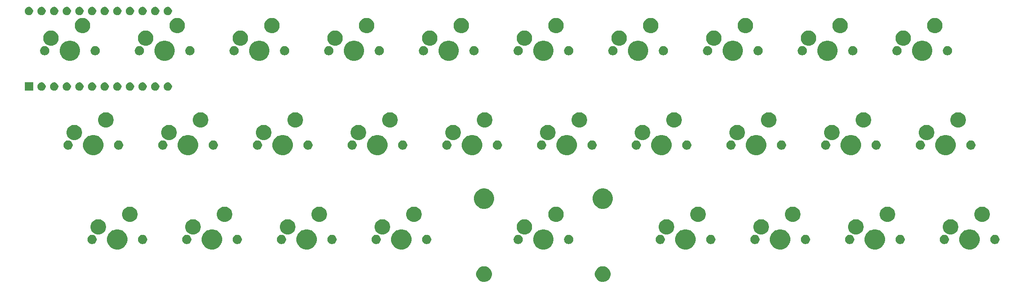
<source format=gbr>
G04 #@! TF.GenerationSoftware,KiCad,Pcbnew,(5.1.4-0-10_14)*
G04 #@! TF.CreationDate,2020-06-01T00:22:02-05:00*
G04 #@! TF.ProjectId,omega,6f6d6567-612e-46b6-9963-61645f706362,rev?*
G04 #@! TF.SameCoordinates,Original*
G04 #@! TF.FileFunction,Soldermask,Top*
G04 #@! TF.FilePolarity,Negative*
%FSLAX46Y46*%
G04 Gerber Fmt 4.6, Leading zero omitted, Abs format (unit mm)*
G04 Created by KiCad (PCBNEW (5.1.4-0-10_14)) date 2020-06-01 00:22:02*
%MOMM*%
%LPD*%
G04 APERTURE LIST*
%ADD10C,0.100000*%
G04 APERTURE END LIST*
D10*
G36*
X173027267Y-94467263D02*
G01*
X173179411Y-94497526D01*
X173298137Y-94546704D01*
X173466041Y-94616252D01*
X173466042Y-94616253D01*
X173724004Y-94788617D01*
X173943383Y-95007996D01*
X174058553Y-95180361D01*
X174115748Y-95265959D01*
X174234474Y-95552590D01*
X174295000Y-95856875D01*
X174295000Y-96167125D01*
X174234474Y-96471410D01*
X174115748Y-96758041D01*
X174115747Y-96758042D01*
X173943383Y-97016004D01*
X173724004Y-97235383D01*
X173551639Y-97350553D01*
X173466041Y-97407748D01*
X173298137Y-97477296D01*
X173179411Y-97526474D01*
X172875125Y-97587000D01*
X172564875Y-97587000D01*
X172412733Y-97556737D01*
X172260589Y-97526474D01*
X172141863Y-97477296D01*
X171973959Y-97407748D01*
X171888361Y-97350553D01*
X171715996Y-97235383D01*
X171496617Y-97016004D01*
X171324253Y-96758042D01*
X171324252Y-96758041D01*
X171205526Y-96471410D01*
X171145000Y-96167125D01*
X171145000Y-95856875D01*
X171205526Y-95552590D01*
X171324252Y-95265959D01*
X171381447Y-95180361D01*
X171496617Y-95007996D01*
X171715996Y-94788617D01*
X171973958Y-94616253D01*
X171973959Y-94616252D01*
X172141863Y-94546704D01*
X172260589Y-94497526D01*
X172412733Y-94467263D01*
X172564875Y-94437000D01*
X172875125Y-94437000D01*
X173027267Y-94467263D01*
X173027267Y-94467263D01*
G37*
G36*
X149151267Y-94467263D02*
G01*
X149303411Y-94497526D01*
X149422137Y-94546704D01*
X149590041Y-94616252D01*
X149590042Y-94616253D01*
X149848004Y-94788617D01*
X150067383Y-95007996D01*
X150182553Y-95180361D01*
X150239748Y-95265959D01*
X150358474Y-95552590D01*
X150419000Y-95856875D01*
X150419000Y-96167125D01*
X150358474Y-96471410D01*
X150239748Y-96758041D01*
X150239747Y-96758042D01*
X150067383Y-97016004D01*
X149848004Y-97235383D01*
X149675639Y-97350553D01*
X149590041Y-97407748D01*
X149422137Y-97477296D01*
X149303411Y-97526474D01*
X148999125Y-97587000D01*
X148688875Y-97587000D01*
X148536733Y-97556737D01*
X148384589Y-97526474D01*
X148265863Y-97477296D01*
X148097959Y-97407748D01*
X148012361Y-97350553D01*
X147839996Y-97235383D01*
X147620617Y-97016004D01*
X147448253Y-96758042D01*
X147448252Y-96758041D01*
X147329526Y-96471410D01*
X147269000Y-96167125D01*
X147269000Y-95856875D01*
X147329526Y-95552590D01*
X147448252Y-95265959D01*
X147505447Y-95180361D01*
X147620617Y-95007996D01*
X147839996Y-94788617D01*
X148097958Y-94616253D01*
X148097959Y-94616252D01*
X148265863Y-94546704D01*
X148384589Y-94497526D01*
X148536733Y-94467263D01*
X148688875Y-94437000D01*
X148999125Y-94437000D01*
X149151267Y-94467263D01*
X149151267Y-94467263D01*
G37*
G36*
X247103474Y-87060684D02*
G01*
X247321474Y-87150983D01*
X247475623Y-87214833D01*
X247810548Y-87438623D01*
X248095377Y-87723452D01*
X248319167Y-88058377D01*
X248351562Y-88136586D01*
X248473316Y-88430526D01*
X248551900Y-88825594D01*
X248551900Y-89228406D01*
X248473316Y-89623474D01*
X248422451Y-89746272D01*
X248319167Y-89995623D01*
X248095377Y-90330548D01*
X247810548Y-90615377D01*
X247475623Y-90839167D01*
X247321474Y-90903017D01*
X247103474Y-90993316D01*
X246708406Y-91071900D01*
X246305594Y-91071900D01*
X245910526Y-90993316D01*
X245692526Y-90903017D01*
X245538377Y-90839167D01*
X245203452Y-90615377D01*
X244918623Y-90330548D01*
X244694833Y-89995623D01*
X244591549Y-89746272D01*
X244540684Y-89623474D01*
X244462100Y-89228406D01*
X244462100Y-88825594D01*
X244540684Y-88430526D01*
X244662438Y-88136586D01*
X244694833Y-88058377D01*
X244918623Y-87723452D01*
X245203452Y-87438623D01*
X245538377Y-87214833D01*
X245692526Y-87150983D01*
X245910526Y-87060684D01*
X246305594Y-86982100D01*
X246708406Y-86982100D01*
X247103474Y-87060684D01*
X247103474Y-87060684D01*
G37*
G36*
X228053474Y-87060684D02*
G01*
X228271474Y-87150983D01*
X228425623Y-87214833D01*
X228760548Y-87438623D01*
X229045377Y-87723452D01*
X229269167Y-88058377D01*
X229301562Y-88136586D01*
X229423316Y-88430526D01*
X229501900Y-88825594D01*
X229501900Y-89228406D01*
X229423316Y-89623474D01*
X229372451Y-89746272D01*
X229269167Y-89995623D01*
X229045377Y-90330548D01*
X228760548Y-90615377D01*
X228425623Y-90839167D01*
X228271474Y-90903017D01*
X228053474Y-90993316D01*
X227658406Y-91071900D01*
X227255594Y-91071900D01*
X226860526Y-90993316D01*
X226642526Y-90903017D01*
X226488377Y-90839167D01*
X226153452Y-90615377D01*
X225868623Y-90330548D01*
X225644833Y-89995623D01*
X225541549Y-89746272D01*
X225490684Y-89623474D01*
X225412100Y-89228406D01*
X225412100Y-88825594D01*
X225490684Y-88430526D01*
X225612438Y-88136586D01*
X225644833Y-88058377D01*
X225868623Y-87723452D01*
X226153452Y-87438623D01*
X226488377Y-87214833D01*
X226642526Y-87150983D01*
X226860526Y-87060684D01*
X227255594Y-86982100D01*
X227658406Y-86982100D01*
X228053474Y-87060684D01*
X228053474Y-87060684D01*
G37*
G36*
X209003474Y-87060684D02*
G01*
X209221474Y-87150983D01*
X209375623Y-87214833D01*
X209710548Y-87438623D01*
X209995377Y-87723452D01*
X210219167Y-88058377D01*
X210251562Y-88136586D01*
X210373316Y-88430526D01*
X210451900Y-88825594D01*
X210451900Y-89228406D01*
X210373316Y-89623474D01*
X210322451Y-89746272D01*
X210219167Y-89995623D01*
X209995377Y-90330548D01*
X209710548Y-90615377D01*
X209375623Y-90839167D01*
X209221474Y-90903017D01*
X209003474Y-90993316D01*
X208608406Y-91071900D01*
X208205594Y-91071900D01*
X207810526Y-90993316D01*
X207592526Y-90903017D01*
X207438377Y-90839167D01*
X207103452Y-90615377D01*
X206818623Y-90330548D01*
X206594833Y-89995623D01*
X206491549Y-89746272D01*
X206440684Y-89623474D01*
X206362100Y-89228406D01*
X206362100Y-88825594D01*
X206440684Y-88430526D01*
X206562438Y-88136586D01*
X206594833Y-88058377D01*
X206818623Y-87723452D01*
X207103452Y-87438623D01*
X207438377Y-87214833D01*
X207592526Y-87150983D01*
X207810526Y-87060684D01*
X208205594Y-86982100D01*
X208608406Y-86982100D01*
X209003474Y-87060684D01*
X209003474Y-87060684D01*
G37*
G36*
X189953474Y-87060684D02*
G01*
X190171474Y-87150983D01*
X190325623Y-87214833D01*
X190660548Y-87438623D01*
X190945377Y-87723452D01*
X191169167Y-88058377D01*
X191201562Y-88136586D01*
X191323316Y-88430526D01*
X191401900Y-88825594D01*
X191401900Y-89228406D01*
X191323316Y-89623474D01*
X191272451Y-89746272D01*
X191169167Y-89995623D01*
X190945377Y-90330548D01*
X190660548Y-90615377D01*
X190325623Y-90839167D01*
X190171474Y-90903017D01*
X189953474Y-90993316D01*
X189558406Y-91071900D01*
X189155594Y-91071900D01*
X188760526Y-90993316D01*
X188542526Y-90903017D01*
X188388377Y-90839167D01*
X188053452Y-90615377D01*
X187768623Y-90330548D01*
X187544833Y-89995623D01*
X187441549Y-89746272D01*
X187390684Y-89623474D01*
X187312100Y-89228406D01*
X187312100Y-88825594D01*
X187390684Y-88430526D01*
X187512438Y-88136586D01*
X187544833Y-88058377D01*
X187768623Y-87723452D01*
X188053452Y-87438623D01*
X188388377Y-87214833D01*
X188542526Y-87150983D01*
X188760526Y-87060684D01*
X189155594Y-86982100D01*
X189558406Y-86982100D01*
X189953474Y-87060684D01*
X189953474Y-87060684D01*
G37*
G36*
X161378474Y-87060684D02*
G01*
X161596474Y-87150983D01*
X161750623Y-87214833D01*
X162085548Y-87438623D01*
X162370377Y-87723452D01*
X162594167Y-88058377D01*
X162626562Y-88136586D01*
X162748316Y-88430526D01*
X162826900Y-88825594D01*
X162826900Y-89228406D01*
X162748316Y-89623474D01*
X162697451Y-89746272D01*
X162594167Y-89995623D01*
X162370377Y-90330548D01*
X162085548Y-90615377D01*
X161750623Y-90839167D01*
X161596474Y-90903017D01*
X161378474Y-90993316D01*
X160983406Y-91071900D01*
X160580594Y-91071900D01*
X160185526Y-90993316D01*
X159967526Y-90903017D01*
X159813377Y-90839167D01*
X159478452Y-90615377D01*
X159193623Y-90330548D01*
X158969833Y-89995623D01*
X158866549Y-89746272D01*
X158815684Y-89623474D01*
X158737100Y-89228406D01*
X158737100Y-88825594D01*
X158815684Y-88430526D01*
X158937438Y-88136586D01*
X158969833Y-88058377D01*
X159193623Y-87723452D01*
X159478452Y-87438623D01*
X159813377Y-87214833D01*
X159967526Y-87150983D01*
X160185526Y-87060684D01*
X160580594Y-86982100D01*
X160983406Y-86982100D01*
X161378474Y-87060684D01*
X161378474Y-87060684D01*
G37*
G36*
X132803474Y-87060684D02*
G01*
X133021474Y-87150983D01*
X133175623Y-87214833D01*
X133510548Y-87438623D01*
X133795377Y-87723452D01*
X134019167Y-88058377D01*
X134051562Y-88136586D01*
X134173316Y-88430526D01*
X134251900Y-88825594D01*
X134251900Y-89228406D01*
X134173316Y-89623474D01*
X134122451Y-89746272D01*
X134019167Y-89995623D01*
X133795377Y-90330548D01*
X133510548Y-90615377D01*
X133175623Y-90839167D01*
X133021474Y-90903017D01*
X132803474Y-90993316D01*
X132408406Y-91071900D01*
X132005594Y-91071900D01*
X131610526Y-90993316D01*
X131392526Y-90903017D01*
X131238377Y-90839167D01*
X130903452Y-90615377D01*
X130618623Y-90330548D01*
X130394833Y-89995623D01*
X130291549Y-89746272D01*
X130240684Y-89623474D01*
X130162100Y-89228406D01*
X130162100Y-88825594D01*
X130240684Y-88430526D01*
X130362438Y-88136586D01*
X130394833Y-88058377D01*
X130618623Y-87723452D01*
X130903452Y-87438623D01*
X131238377Y-87214833D01*
X131392526Y-87150983D01*
X131610526Y-87060684D01*
X132005594Y-86982100D01*
X132408406Y-86982100D01*
X132803474Y-87060684D01*
X132803474Y-87060684D01*
G37*
G36*
X113753474Y-87060684D02*
G01*
X113971474Y-87150983D01*
X114125623Y-87214833D01*
X114460548Y-87438623D01*
X114745377Y-87723452D01*
X114969167Y-88058377D01*
X115001562Y-88136586D01*
X115123316Y-88430526D01*
X115201900Y-88825594D01*
X115201900Y-89228406D01*
X115123316Y-89623474D01*
X115072451Y-89746272D01*
X114969167Y-89995623D01*
X114745377Y-90330548D01*
X114460548Y-90615377D01*
X114125623Y-90839167D01*
X113971474Y-90903017D01*
X113753474Y-90993316D01*
X113358406Y-91071900D01*
X112955594Y-91071900D01*
X112560526Y-90993316D01*
X112342526Y-90903017D01*
X112188377Y-90839167D01*
X111853452Y-90615377D01*
X111568623Y-90330548D01*
X111344833Y-89995623D01*
X111241549Y-89746272D01*
X111190684Y-89623474D01*
X111112100Y-89228406D01*
X111112100Y-88825594D01*
X111190684Y-88430526D01*
X111312438Y-88136586D01*
X111344833Y-88058377D01*
X111568623Y-87723452D01*
X111853452Y-87438623D01*
X112188377Y-87214833D01*
X112342526Y-87150983D01*
X112560526Y-87060684D01*
X112955594Y-86982100D01*
X113358406Y-86982100D01*
X113753474Y-87060684D01*
X113753474Y-87060684D01*
G37*
G36*
X94703474Y-87060684D02*
G01*
X94921474Y-87150983D01*
X95075623Y-87214833D01*
X95410548Y-87438623D01*
X95695377Y-87723452D01*
X95919167Y-88058377D01*
X95951562Y-88136586D01*
X96073316Y-88430526D01*
X96151900Y-88825594D01*
X96151900Y-89228406D01*
X96073316Y-89623474D01*
X96022451Y-89746272D01*
X95919167Y-89995623D01*
X95695377Y-90330548D01*
X95410548Y-90615377D01*
X95075623Y-90839167D01*
X94921474Y-90903017D01*
X94703474Y-90993316D01*
X94308406Y-91071900D01*
X93905594Y-91071900D01*
X93510526Y-90993316D01*
X93292526Y-90903017D01*
X93138377Y-90839167D01*
X92803452Y-90615377D01*
X92518623Y-90330548D01*
X92294833Y-89995623D01*
X92191549Y-89746272D01*
X92140684Y-89623474D01*
X92062100Y-89228406D01*
X92062100Y-88825594D01*
X92140684Y-88430526D01*
X92262438Y-88136586D01*
X92294833Y-88058377D01*
X92518623Y-87723452D01*
X92803452Y-87438623D01*
X93138377Y-87214833D01*
X93292526Y-87150983D01*
X93510526Y-87060684D01*
X93905594Y-86982100D01*
X94308406Y-86982100D01*
X94703474Y-87060684D01*
X94703474Y-87060684D01*
G37*
G36*
X75653474Y-87060684D02*
G01*
X75871474Y-87150983D01*
X76025623Y-87214833D01*
X76360548Y-87438623D01*
X76645377Y-87723452D01*
X76869167Y-88058377D01*
X76901562Y-88136586D01*
X77023316Y-88430526D01*
X77101900Y-88825594D01*
X77101900Y-89228406D01*
X77023316Y-89623474D01*
X76972451Y-89746272D01*
X76869167Y-89995623D01*
X76645377Y-90330548D01*
X76360548Y-90615377D01*
X76025623Y-90839167D01*
X75871474Y-90903017D01*
X75653474Y-90993316D01*
X75258406Y-91071900D01*
X74855594Y-91071900D01*
X74460526Y-90993316D01*
X74242526Y-90903017D01*
X74088377Y-90839167D01*
X73753452Y-90615377D01*
X73468623Y-90330548D01*
X73244833Y-89995623D01*
X73141549Y-89746272D01*
X73090684Y-89623474D01*
X73012100Y-89228406D01*
X73012100Y-88825594D01*
X73090684Y-88430526D01*
X73212438Y-88136586D01*
X73244833Y-88058377D01*
X73468623Y-87723452D01*
X73753452Y-87438623D01*
X74088377Y-87214833D01*
X74242526Y-87150983D01*
X74460526Y-87060684D01*
X74855594Y-86982100D01*
X75258406Y-86982100D01*
X75653474Y-87060684D01*
X75653474Y-87060684D01*
G37*
G36*
X127397104Y-88136585D02*
G01*
X127565626Y-88206389D01*
X127717291Y-88307728D01*
X127846272Y-88436709D01*
X127947611Y-88588374D01*
X128017415Y-88756896D01*
X128053000Y-88935797D01*
X128053000Y-89118203D01*
X128017415Y-89297104D01*
X127947611Y-89465626D01*
X127846272Y-89617291D01*
X127717291Y-89746272D01*
X127565626Y-89847611D01*
X127397104Y-89917415D01*
X127218203Y-89953000D01*
X127035797Y-89953000D01*
X126856896Y-89917415D01*
X126688374Y-89847611D01*
X126536709Y-89746272D01*
X126407728Y-89617291D01*
X126306389Y-89465626D01*
X126236585Y-89297104D01*
X126201000Y-89118203D01*
X126201000Y-88935797D01*
X126236585Y-88756896D01*
X126306389Y-88588374D01*
X126407728Y-88436709D01*
X126536709Y-88307728D01*
X126688374Y-88206389D01*
X126856896Y-88136585D01*
X127035797Y-88101000D01*
X127218203Y-88101000D01*
X127397104Y-88136585D01*
X127397104Y-88136585D01*
G37*
G36*
X118507104Y-88136585D02*
G01*
X118675626Y-88206389D01*
X118827291Y-88307728D01*
X118956272Y-88436709D01*
X119057611Y-88588374D01*
X119127415Y-88756896D01*
X119163000Y-88935797D01*
X119163000Y-89118203D01*
X119127415Y-89297104D01*
X119057611Y-89465626D01*
X118956272Y-89617291D01*
X118827291Y-89746272D01*
X118675626Y-89847611D01*
X118507104Y-89917415D01*
X118328203Y-89953000D01*
X118145797Y-89953000D01*
X117966896Y-89917415D01*
X117798374Y-89847611D01*
X117646709Y-89746272D01*
X117517728Y-89617291D01*
X117416389Y-89465626D01*
X117346585Y-89297104D01*
X117311000Y-89118203D01*
X117311000Y-88935797D01*
X117346585Y-88756896D01*
X117416389Y-88588374D01*
X117517728Y-88436709D01*
X117646709Y-88307728D01*
X117798374Y-88206389D01*
X117966896Y-88136585D01*
X118145797Y-88101000D01*
X118328203Y-88101000D01*
X118507104Y-88136585D01*
X118507104Y-88136585D01*
G37*
G36*
X108347104Y-88136585D02*
G01*
X108515626Y-88206389D01*
X108667291Y-88307728D01*
X108796272Y-88436709D01*
X108897611Y-88588374D01*
X108967415Y-88756896D01*
X109003000Y-88935797D01*
X109003000Y-89118203D01*
X108967415Y-89297104D01*
X108897611Y-89465626D01*
X108796272Y-89617291D01*
X108667291Y-89746272D01*
X108515626Y-89847611D01*
X108347104Y-89917415D01*
X108168203Y-89953000D01*
X107985797Y-89953000D01*
X107806896Y-89917415D01*
X107638374Y-89847611D01*
X107486709Y-89746272D01*
X107357728Y-89617291D01*
X107256389Y-89465626D01*
X107186585Y-89297104D01*
X107151000Y-89118203D01*
X107151000Y-88935797D01*
X107186585Y-88756896D01*
X107256389Y-88588374D01*
X107357728Y-88436709D01*
X107486709Y-88307728D01*
X107638374Y-88206389D01*
X107806896Y-88136585D01*
X107985797Y-88101000D01*
X108168203Y-88101000D01*
X108347104Y-88136585D01*
X108347104Y-88136585D01*
G37*
G36*
X99457104Y-88136585D02*
G01*
X99625626Y-88206389D01*
X99777291Y-88307728D01*
X99906272Y-88436709D01*
X100007611Y-88588374D01*
X100077415Y-88756896D01*
X100113000Y-88935797D01*
X100113000Y-89118203D01*
X100077415Y-89297104D01*
X100007611Y-89465626D01*
X99906272Y-89617291D01*
X99777291Y-89746272D01*
X99625626Y-89847611D01*
X99457104Y-89917415D01*
X99278203Y-89953000D01*
X99095797Y-89953000D01*
X98916896Y-89917415D01*
X98748374Y-89847611D01*
X98596709Y-89746272D01*
X98467728Y-89617291D01*
X98366389Y-89465626D01*
X98296585Y-89297104D01*
X98261000Y-89118203D01*
X98261000Y-88935797D01*
X98296585Y-88756896D01*
X98366389Y-88588374D01*
X98467728Y-88436709D01*
X98596709Y-88307728D01*
X98748374Y-88206389D01*
X98916896Y-88136585D01*
X99095797Y-88101000D01*
X99278203Y-88101000D01*
X99457104Y-88136585D01*
X99457104Y-88136585D01*
G37*
G36*
X89297104Y-88136585D02*
G01*
X89465626Y-88206389D01*
X89617291Y-88307728D01*
X89746272Y-88436709D01*
X89847611Y-88588374D01*
X89917415Y-88756896D01*
X89953000Y-88935797D01*
X89953000Y-89118203D01*
X89917415Y-89297104D01*
X89847611Y-89465626D01*
X89746272Y-89617291D01*
X89617291Y-89746272D01*
X89465626Y-89847611D01*
X89297104Y-89917415D01*
X89118203Y-89953000D01*
X88935797Y-89953000D01*
X88756896Y-89917415D01*
X88588374Y-89847611D01*
X88436709Y-89746272D01*
X88307728Y-89617291D01*
X88206389Y-89465626D01*
X88136585Y-89297104D01*
X88101000Y-89118203D01*
X88101000Y-88935797D01*
X88136585Y-88756896D01*
X88206389Y-88588374D01*
X88307728Y-88436709D01*
X88436709Y-88307728D01*
X88588374Y-88206389D01*
X88756896Y-88136585D01*
X88935797Y-88101000D01*
X89118203Y-88101000D01*
X89297104Y-88136585D01*
X89297104Y-88136585D01*
G37*
G36*
X80407104Y-88136585D02*
G01*
X80575626Y-88206389D01*
X80727291Y-88307728D01*
X80856272Y-88436709D01*
X80957611Y-88588374D01*
X81027415Y-88756896D01*
X81063000Y-88935797D01*
X81063000Y-89118203D01*
X81027415Y-89297104D01*
X80957611Y-89465626D01*
X80856272Y-89617291D01*
X80727291Y-89746272D01*
X80575626Y-89847611D01*
X80407104Y-89917415D01*
X80228203Y-89953000D01*
X80045797Y-89953000D01*
X79866896Y-89917415D01*
X79698374Y-89847611D01*
X79546709Y-89746272D01*
X79417728Y-89617291D01*
X79316389Y-89465626D01*
X79246585Y-89297104D01*
X79211000Y-89118203D01*
X79211000Y-88935797D01*
X79246585Y-88756896D01*
X79316389Y-88588374D01*
X79417728Y-88436709D01*
X79546709Y-88307728D01*
X79698374Y-88206389D01*
X79866896Y-88136585D01*
X80045797Y-88101000D01*
X80228203Y-88101000D01*
X80407104Y-88136585D01*
X80407104Y-88136585D01*
G37*
G36*
X70247104Y-88136585D02*
G01*
X70415626Y-88206389D01*
X70567291Y-88307728D01*
X70696272Y-88436709D01*
X70797611Y-88588374D01*
X70867415Y-88756896D01*
X70903000Y-88935797D01*
X70903000Y-89118203D01*
X70867415Y-89297104D01*
X70797611Y-89465626D01*
X70696272Y-89617291D01*
X70567291Y-89746272D01*
X70415626Y-89847611D01*
X70247104Y-89917415D01*
X70068203Y-89953000D01*
X69885797Y-89953000D01*
X69706896Y-89917415D01*
X69538374Y-89847611D01*
X69386709Y-89746272D01*
X69257728Y-89617291D01*
X69156389Y-89465626D01*
X69086585Y-89297104D01*
X69051000Y-89118203D01*
X69051000Y-88935797D01*
X69086585Y-88756896D01*
X69156389Y-88588374D01*
X69257728Y-88436709D01*
X69386709Y-88307728D01*
X69538374Y-88206389D01*
X69706896Y-88136585D01*
X69885797Y-88101000D01*
X70068203Y-88101000D01*
X70247104Y-88136585D01*
X70247104Y-88136585D01*
G37*
G36*
X137557104Y-88136585D02*
G01*
X137725626Y-88206389D01*
X137877291Y-88307728D01*
X138006272Y-88436709D01*
X138107611Y-88588374D01*
X138177415Y-88756896D01*
X138213000Y-88935797D01*
X138213000Y-89118203D01*
X138177415Y-89297104D01*
X138107611Y-89465626D01*
X138006272Y-89617291D01*
X137877291Y-89746272D01*
X137725626Y-89847611D01*
X137557104Y-89917415D01*
X137378203Y-89953000D01*
X137195797Y-89953000D01*
X137016896Y-89917415D01*
X136848374Y-89847611D01*
X136696709Y-89746272D01*
X136567728Y-89617291D01*
X136466389Y-89465626D01*
X136396585Y-89297104D01*
X136361000Y-89118203D01*
X136361000Y-88935797D01*
X136396585Y-88756896D01*
X136466389Y-88588374D01*
X136567728Y-88436709D01*
X136696709Y-88307728D01*
X136848374Y-88206389D01*
X137016896Y-88136585D01*
X137195797Y-88101000D01*
X137378203Y-88101000D01*
X137557104Y-88136585D01*
X137557104Y-88136585D01*
G37*
G36*
X155972104Y-88136585D02*
G01*
X156140626Y-88206389D01*
X156292291Y-88307728D01*
X156421272Y-88436709D01*
X156522611Y-88588374D01*
X156592415Y-88756896D01*
X156628000Y-88935797D01*
X156628000Y-89118203D01*
X156592415Y-89297104D01*
X156522611Y-89465626D01*
X156421272Y-89617291D01*
X156292291Y-89746272D01*
X156140626Y-89847611D01*
X155972104Y-89917415D01*
X155793203Y-89953000D01*
X155610797Y-89953000D01*
X155431896Y-89917415D01*
X155263374Y-89847611D01*
X155111709Y-89746272D01*
X154982728Y-89617291D01*
X154881389Y-89465626D01*
X154811585Y-89297104D01*
X154776000Y-89118203D01*
X154776000Y-88935797D01*
X154811585Y-88756896D01*
X154881389Y-88588374D01*
X154982728Y-88436709D01*
X155111709Y-88307728D01*
X155263374Y-88206389D01*
X155431896Y-88136585D01*
X155610797Y-88101000D01*
X155793203Y-88101000D01*
X155972104Y-88136585D01*
X155972104Y-88136585D01*
G37*
G36*
X166132104Y-88136585D02*
G01*
X166300626Y-88206389D01*
X166452291Y-88307728D01*
X166581272Y-88436709D01*
X166682611Y-88588374D01*
X166752415Y-88756896D01*
X166788000Y-88935797D01*
X166788000Y-89118203D01*
X166752415Y-89297104D01*
X166682611Y-89465626D01*
X166581272Y-89617291D01*
X166452291Y-89746272D01*
X166300626Y-89847611D01*
X166132104Y-89917415D01*
X165953203Y-89953000D01*
X165770797Y-89953000D01*
X165591896Y-89917415D01*
X165423374Y-89847611D01*
X165271709Y-89746272D01*
X165142728Y-89617291D01*
X165041389Y-89465626D01*
X164971585Y-89297104D01*
X164936000Y-89118203D01*
X164936000Y-88935797D01*
X164971585Y-88756896D01*
X165041389Y-88588374D01*
X165142728Y-88436709D01*
X165271709Y-88307728D01*
X165423374Y-88206389D01*
X165591896Y-88136585D01*
X165770797Y-88101000D01*
X165953203Y-88101000D01*
X166132104Y-88136585D01*
X166132104Y-88136585D01*
G37*
G36*
X184547104Y-88136585D02*
G01*
X184715626Y-88206389D01*
X184867291Y-88307728D01*
X184996272Y-88436709D01*
X185097611Y-88588374D01*
X185167415Y-88756896D01*
X185203000Y-88935797D01*
X185203000Y-89118203D01*
X185167415Y-89297104D01*
X185097611Y-89465626D01*
X184996272Y-89617291D01*
X184867291Y-89746272D01*
X184715626Y-89847611D01*
X184547104Y-89917415D01*
X184368203Y-89953000D01*
X184185797Y-89953000D01*
X184006896Y-89917415D01*
X183838374Y-89847611D01*
X183686709Y-89746272D01*
X183557728Y-89617291D01*
X183456389Y-89465626D01*
X183386585Y-89297104D01*
X183351000Y-89118203D01*
X183351000Y-88935797D01*
X183386585Y-88756896D01*
X183456389Y-88588374D01*
X183557728Y-88436709D01*
X183686709Y-88307728D01*
X183838374Y-88206389D01*
X184006896Y-88136585D01*
X184185797Y-88101000D01*
X184368203Y-88101000D01*
X184547104Y-88136585D01*
X184547104Y-88136585D01*
G37*
G36*
X194707104Y-88136585D02*
G01*
X194875626Y-88206389D01*
X195027291Y-88307728D01*
X195156272Y-88436709D01*
X195257611Y-88588374D01*
X195327415Y-88756896D01*
X195363000Y-88935797D01*
X195363000Y-89118203D01*
X195327415Y-89297104D01*
X195257611Y-89465626D01*
X195156272Y-89617291D01*
X195027291Y-89746272D01*
X194875626Y-89847611D01*
X194707104Y-89917415D01*
X194528203Y-89953000D01*
X194345797Y-89953000D01*
X194166896Y-89917415D01*
X193998374Y-89847611D01*
X193846709Y-89746272D01*
X193717728Y-89617291D01*
X193616389Y-89465626D01*
X193546585Y-89297104D01*
X193511000Y-89118203D01*
X193511000Y-88935797D01*
X193546585Y-88756896D01*
X193616389Y-88588374D01*
X193717728Y-88436709D01*
X193846709Y-88307728D01*
X193998374Y-88206389D01*
X194166896Y-88136585D01*
X194345797Y-88101000D01*
X194528203Y-88101000D01*
X194707104Y-88136585D01*
X194707104Y-88136585D01*
G37*
G36*
X251857104Y-88136585D02*
G01*
X252025626Y-88206389D01*
X252177291Y-88307728D01*
X252306272Y-88436709D01*
X252407611Y-88588374D01*
X252477415Y-88756896D01*
X252513000Y-88935797D01*
X252513000Y-89118203D01*
X252477415Y-89297104D01*
X252407611Y-89465626D01*
X252306272Y-89617291D01*
X252177291Y-89746272D01*
X252025626Y-89847611D01*
X251857104Y-89917415D01*
X251678203Y-89953000D01*
X251495797Y-89953000D01*
X251316896Y-89917415D01*
X251148374Y-89847611D01*
X250996709Y-89746272D01*
X250867728Y-89617291D01*
X250766389Y-89465626D01*
X250696585Y-89297104D01*
X250661000Y-89118203D01*
X250661000Y-88935797D01*
X250696585Y-88756896D01*
X250766389Y-88588374D01*
X250867728Y-88436709D01*
X250996709Y-88307728D01*
X251148374Y-88206389D01*
X251316896Y-88136585D01*
X251495797Y-88101000D01*
X251678203Y-88101000D01*
X251857104Y-88136585D01*
X251857104Y-88136585D01*
G37*
G36*
X241697104Y-88136585D02*
G01*
X241865626Y-88206389D01*
X242017291Y-88307728D01*
X242146272Y-88436709D01*
X242247611Y-88588374D01*
X242317415Y-88756896D01*
X242353000Y-88935797D01*
X242353000Y-89118203D01*
X242317415Y-89297104D01*
X242247611Y-89465626D01*
X242146272Y-89617291D01*
X242017291Y-89746272D01*
X241865626Y-89847611D01*
X241697104Y-89917415D01*
X241518203Y-89953000D01*
X241335797Y-89953000D01*
X241156896Y-89917415D01*
X240988374Y-89847611D01*
X240836709Y-89746272D01*
X240707728Y-89617291D01*
X240606389Y-89465626D01*
X240536585Y-89297104D01*
X240501000Y-89118203D01*
X240501000Y-88935797D01*
X240536585Y-88756896D01*
X240606389Y-88588374D01*
X240707728Y-88436709D01*
X240836709Y-88307728D01*
X240988374Y-88206389D01*
X241156896Y-88136585D01*
X241335797Y-88101000D01*
X241518203Y-88101000D01*
X241697104Y-88136585D01*
X241697104Y-88136585D01*
G37*
G36*
X203597104Y-88136585D02*
G01*
X203765626Y-88206389D01*
X203917291Y-88307728D01*
X204046272Y-88436709D01*
X204147611Y-88588374D01*
X204217415Y-88756896D01*
X204253000Y-88935797D01*
X204253000Y-89118203D01*
X204217415Y-89297104D01*
X204147611Y-89465626D01*
X204046272Y-89617291D01*
X203917291Y-89746272D01*
X203765626Y-89847611D01*
X203597104Y-89917415D01*
X203418203Y-89953000D01*
X203235797Y-89953000D01*
X203056896Y-89917415D01*
X202888374Y-89847611D01*
X202736709Y-89746272D01*
X202607728Y-89617291D01*
X202506389Y-89465626D01*
X202436585Y-89297104D01*
X202401000Y-89118203D01*
X202401000Y-88935797D01*
X202436585Y-88756896D01*
X202506389Y-88588374D01*
X202607728Y-88436709D01*
X202736709Y-88307728D01*
X202888374Y-88206389D01*
X203056896Y-88136585D01*
X203235797Y-88101000D01*
X203418203Y-88101000D01*
X203597104Y-88136585D01*
X203597104Y-88136585D01*
G37*
G36*
X232807104Y-88136585D02*
G01*
X232975626Y-88206389D01*
X233127291Y-88307728D01*
X233256272Y-88436709D01*
X233357611Y-88588374D01*
X233427415Y-88756896D01*
X233463000Y-88935797D01*
X233463000Y-89118203D01*
X233427415Y-89297104D01*
X233357611Y-89465626D01*
X233256272Y-89617291D01*
X233127291Y-89746272D01*
X232975626Y-89847611D01*
X232807104Y-89917415D01*
X232628203Y-89953000D01*
X232445797Y-89953000D01*
X232266896Y-89917415D01*
X232098374Y-89847611D01*
X231946709Y-89746272D01*
X231817728Y-89617291D01*
X231716389Y-89465626D01*
X231646585Y-89297104D01*
X231611000Y-89118203D01*
X231611000Y-88935797D01*
X231646585Y-88756896D01*
X231716389Y-88588374D01*
X231817728Y-88436709D01*
X231946709Y-88307728D01*
X232098374Y-88206389D01*
X232266896Y-88136585D01*
X232445797Y-88101000D01*
X232628203Y-88101000D01*
X232807104Y-88136585D01*
X232807104Y-88136585D01*
G37*
G36*
X222647104Y-88136585D02*
G01*
X222815626Y-88206389D01*
X222967291Y-88307728D01*
X223096272Y-88436709D01*
X223197611Y-88588374D01*
X223267415Y-88756896D01*
X223303000Y-88935797D01*
X223303000Y-89118203D01*
X223267415Y-89297104D01*
X223197611Y-89465626D01*
X223096272Y-89617291D01*
X222967291Y-89746272D01*
X222815626Y-89847611D01*
X222647104Y-89917415D01*
X222468203Y-89953000D01*
X222285797Y-89953000D01*
X222106896Y-89917415D01*
X221938374Y-89847611D01*
X221786709Y-89746272D01*
X221657728Y-89617291D01*
X221556389Y-89465626D01*
X221486585Y-89297104D01*
X221451000Y-89118203D01*
X221451000Y-88935797D01*
X221486585Y-88756896D01*
X221556389Y-88588374D01*
X221657728Y-88436709D01*
X221786709Y-88307728D01*
X221938374Y-88206389D01*
X222106896Y-88136585D01*
X222285797Y-88101000D01*
X222468203Y-88101000D01*
X222647104Y-88136585D01*
X222647104Y-88136585D01*
G37*
G36*
X213757104Y-88136585D02*
G01*
X213925626Y-88206389D01*
X214077291Y-88307728D01*
X214206272Y-88436709D01*
X214307611Y-88588374D01*
X214377415Y-88756896D01*
X214413000Y-88935797D01*
X214413000Y-89118203D01*
X214377415Y-89297104D01*
X214307611Y-89465626D01*
X214206272Y-89617291D01*
X214077291Y-89746272D01*
X213925626Y-89847611D01*
X213757104Y-89917415D01*
X213578203Y-89953000D01*
X213395797Y-89953000D01*
X213216896Y-89917415D01*
X213048374Y-89847611D01*
X212896709Y-89746272D01*
X212767728Y-89617291D01*
X212666389Y-89465626D01*
X212596585Y-89297104D01*
X212561000Y-89118203D01*
X212561000Y-88935797D01*
X212596585Y-88756896D01*
X212666389Y-88588374D01*
X212767728Y-88436709D01*
X212896709Y-88307728D01*
X213048374Y-88206389D01*
X213216896Y-88136585D01*
X213395797Y-88101000D01*
X213578203Y-88101000D01*
X213757104Y-88136585D01*
X213757104Y-88136585D01*
G37*
G36*
X204899585Y-84965802D02*
G01*
X205049410Y-84995604D01*
X205331674Y-85112521D01*
X205585705Y-85282259D01*
X205801741Y-85498295D01*
X205971479Y-85752326D01*
X206088396Y-86034590D01*
X206148000Y-86334240D01*
X206148000Y-86639760D01*
X206088396Y-86939410D01*
X205971479Y-87221674D01*
X205801741Y-87475705D01*
X205585705Y-87691741D01*
X205331674Y-87861479D01*
X205049410Y-87978396D01*
X204899585Y-88008198D01*
X204749761Y-88038000D01*
X204444239Y-88038000D01*
X204294415Y-88008198D01*
X204144590Y-87978396D01*
X203862326Y-87861479D01*
X203608295Y-87691741D01*
X203392259Y-87475705D01*
X203222521Y-87221674D01*
X203105604Y-86939410D01*
X203046000Y-86639760D01*
X203046000Y-86334240D01*
X203105604Y-86034590D01*
X203222521Y-85752326D01*
X203392259Y-85498295D01*
X203608295Y-85282259D01*
X203862326Y-85112521D01*
X204144590Y-84995604D01*
X204294415Y-84965802D01*
X204444239Y-84936000D01*
X204749761Y-84936000D01*
X204899585Y-84965802D01*
X204899585Y-84965802D01*
G37*
G36*
X185849585Y-84965802D02*
G01*
X185999410Y-84995604D01*
X186281674Y-85112521D01*
X186535705Y-85282259D01*
X186751741Y-85498295D01*
X186921479Y-85752326D01*
X187038396Y-86034590D01*
X187098000Y-86334240D01*
X187098000Y-86639760D01*
X187038396Y-86939410D01*
X186921479Y-87221674D01*
X186751741Y-87475705D01*
X186535705Y-87691741D01*
X186281674Y-87861479D01*
X185999410Y-87978396D01*
X185849585Y-88008198D01*
X185699761Y-88038000D01*
X185394239Y-88038000D01*
X185244415Y-88008198D01*
X185094590Y-87978396D01*
X184812326Y-87861479D01*
X184558295Y-87691741D01*
X184342259Y-87475705D01*
X184172521Y-87221674D01*
X184055604Y-86939410D01*
X183996000Y-86639760D01*
X183996000Y-86334240D01*
X184055604Y-86034590D01*
X184172521Y-85752326D01*
X184342259Y-85498295D01*
X184558295Y-85282259D01*
X184812326Y-85112521D01*
X185094590Y-84995604D01*
X185244415Y-84965802D01*
X185394239Y-84936000D01*
X185699761Y-84936000D01*
X185849585Y-84965802D01*
X185849585Y-84965802D01*
G37*
G36*
X242999585Y-84965802D02*
G01*
X243149410Y-84995604D01*
X243431674Y-85112521D01*
X243685705Y-85282259D01*
X243901741Y-85498295D01*
X244071479Y-85752326D01*
X244188396Y-86034590D01*
X244248000Y-86334240D01*
X244248000Y-86639760D01*
X244188396Y-86939410D01*
X244071479Y-87221674D01*
X243901741Y-87475705D01*
X243685705Y-87691741D01*
X243431674Y-87861479D01*
X243149410Y-87978396D01*
X242999585Y-88008198D01*
X242849761Y-88038000D01*
X242544239Y-88038000D01*
X242394415Y-88008198D01*
X242244590Y-87978396D01*
X241962326Y-87861479D01*
X241708295Y-87691741D01*
X241492259Y-87475705D01*
X241322521Y-87221674D01*
X241205604Y-86939410D01*
X241146000Y-86639760D01*
X241146000Y-86334240D01*
X241205604Y-86034590D01*
X241322521Y-85752326D01*
X241492259Y-85498295D01*
X241708295Y-85282259D01*
X241962326Y-85112521D01*
X242244590Y-84995604D01*
X242394415Y-84965802D01*
X242544239Y-84936000D01*
X242849761Y-84936000D01*
X242999585Y-84965802D01*
X242999585Y-84965802D01*
G37*
G36*
X71549585Y-84965802D02*
G01*
X71699410Y-84995604D01*
X71981674Y-85112521D01*
X72235705Y-85282259D01*
X72451741Y-85498295D01*
X72621479Y-85752326D01*
X72738396Y-86034590D01*
X72798000Y-86334240D01*
X72798000Y-86639760D01*
X72738396Y-86939410D01*
X72621479Y-87221674D01*
X72451741Y-87475705D01*
X72235705Y-87691741D01*
X71981674Y-87861479D01*
X71699410Y-87978396D01*
X71549585Y-88008198D01*
X71399761Y-88038000D01*
X71094239Y-88038000D01*
X70944415Y-88008198D01*
X70794590Y-87978396D01*
X70512326Y-87861479D01*
X70258295Y-87691741D01*
X70042259Y-87475705D01*
X69872521Y-87221674D01*
X69755604Y-86939410D01*
X69696000Y-86639760D01*
X69696000Y-86334240D01*
X69755604Y-86034590D01*
X69872521Y-85752326D01*
X70042259Y-85498295D01*
X70258295Y-85282259D01*
X70512326Y-85112521D01*
X70794590Y-84995604D01*
X70944415Y-84965802D01*
X71094239Y-84936000D01*
X71399761Y-84936000D01*
X71549585Y-84965802D01*
X71549585Y-84965802D01*
G37*
G36*
X223949585Y-84965802D02*
G01*
X224099410Y-84995604D01*
X224381674Y-85112521D01*
X224635705Y-85282259D01*
X224851741Y-85498295D01*
X225021479Y-85752326D01*
X225138396Y-86034590D01*
X225198000Y-86334240D01*
X225198000Y-86639760D01*
X225138396Y-86939410D01*
X225021479Y-87221674D01*
X224851741Y-87475705D01*
X224635705Y-87691741D01*
X224381674Y-87861479D01*
X224099410Y-87978396D01*
X223949585Y-88008198D01*
X223799761Y-88038000D01*
X223494239Y-88038000D01*
X223344415Y-88008198D01*
X223194590Y-87978396D01*
X222912326Y-87861479D01*
X222658295Y-87691741D01*
X222442259Y-87475705D01*
X222272521Y-87221674D01*
X222155604Y-86939410D01*
X222096000Y-86639760D01*
X222096000Y-86334240D01*
X222155604Y-86034590D01*
X222272521Y-85752326D01*
X222442259Y-85498295D01*
X222658295Y-85282259D01*
X222912326Y-85112521D01*
X223194590Y-84995604D01*
X223344415Y-84965802D01*
X223494239Y-84936000D01*
X223799761Y-84936000D01*
X223949585Y-84965802D01*
X223949585Y-84965802D01*
G37*
G36*
X90599585Y-84965802D02*
G01*
X90749410Y-84995604D01*
X91031674Y-85112521D01*
X91285705Y-85282259D01*
X91501741Y-85498295D01*
X91671479Y-85752326D01*
X91788396Y-86034590D01*
X91848000Y-86334240D01*
X91848000Y-86639760D01*
X91788396Y-86939410D01*
X91671479Y-87221674D01*
X91501741Y-87475705D01*
X91285705Y-87691741D01*
X91031674Y-87861479D01*
X90749410Y-87978396D01*
X90599585Y-88008198D01*
X90449761Y-88038000D01*
X90144239Y-88038000D01*
X89994415Y-88008198D01*
X89844590Y-87978396D01*
X89562326Y-87861479D01*
X89308295Y-87691741D01*
X89092259Y-87475705D01*
X88922521Y-87221674D01*
X88805604Y-86939410D01*
X88746000Y-86639760D01*
X88746000Y-86334240D01*
X88805604Y-86034590D01*
X88922521Y-85752326D01*
X89092259Y-85498295D01*
X89308295Y-85282259D01*
X89562326Y-85112521D01*
X89844590Y-84995604D01*
X89994415Y-84965802D01*
X90144239Y-84936000D01*
X90449761Y-84936000D01*
X90599585Y-84965802D01*
X90599585Y-84965802D01*
G37*
G36*
X157274585Y-84965802D02*
G01*
X157424410Y-84995604D01*
X157706674Y-85112521D01*
X157960705Y-85282259D01*
X158176741Y-85498295D01*
X158346479Y-85752326D01*
X158463396Y-86034590D01*
X158523000Y-86334240D01*
X158523000Y-86639760D01*
X158463396Y-86939410D01*
X158346479Y-87221674D01*
X158176741Y-87475705D01*
X157960705Y-87691741D01*
X157706674Y-87861479D01*
X157424410Y-87978396D01*
X157274585Y-88008198D01*
X157124761Y-88038000D01*
X156819239Y-88038000D01*
X156669415Y-88008198D01*
X156519590Y-87978396D01*
X156237326Y-87861479D01*
X155983295Y-87691741D01*
X155767259Y-87475705D01*
X155597521Y-87221674D01*
X155480604Y-86939410D01*
X155421000Y-86639760D01*
X155421000Y-86334240D01*
X155480604Y-86034590D01*
X155597521Y-85752326D01*
X155767259Y-85498295D01*
X155983295Y-85282259D01*
X156237326Y-85112521D01*
X156519590Y-84995604D01*
X156669415Y-84965802D01*
X156819239Y-84936000D01*
X157124761Y-84936000D01*
X157274585Y-84965802D01*
X157274585Y-84965802D01*
G37*
G36*
X128699585Y-84965802D02*
G01*
X128849410Y-84995604D01*
X129131674Y-85112521D01*
X129385705Y-85282259D01*
X129601741Y-85498295D01*
X129771479Y-85752326D01*
X129888396Y-86034590D01*
X129948000Y-86334240D01*
X129948000Y-86639760D01*
X129888396Y-86939410D01*
X129771479Y-87221674D01*
X129601741Y-87475705D01*
X129385705Y-87691741D01*
X129131674Y-87861479D01*
X128849410Y-87978396D01*
X128699585Y-88008198D01*
X128549761Y-88038000D01*
X128244239Y-88038000D01*
X128094415Y-88008198D01*
X127944590Y-87978396D01*
X127662326Y-87861479D01*
X127408295Y-87691741D01*
X127192259Y-87475705D01*
X127022521Y-87221674D01*
X126905604Y-86939410D01*
X126846000Y-86639760D01*
X126846000Y-86334240D01*
X126905604Y-86034590D01*
X127022521Y-85752326D01*
X127192259Y-85498295D01*
X127408295Y-85282259D01*
X127662326Y-85112521D01*
X127944590Y-84995604D01*
X128094415Y-84965802D01*
X128244239Y-84936000D01*
X128549761Y-84936000D01*
X128699585Y-84965802D01*
X128699585Y-84965802D01*
G37*
G36*
X109649585Y-84965802D02*
G01*
X109799410Y-84995604D01*
X110081674Y-85112521D01*
X110335705Y-85282259D01*
X110551741Y-85498295D01*
X110721479Y-85752326D01*
X110838396Y-86034590D01*
X110898000Y-86334240D01*
X110898000Y-86639760D01*
X110838396Y-86939410D01*
X110721479Y-87221674D01*
X110551741Y-87475705D01*
X110335705Y-87691741D01*
X110081674Y-87861479D01*
X109799410Y-87978396D01*
X109649585Y-88008198D01*
X109499761Y-88038000D01*
X109194239Y-88038000D01*
X109044415Y-88008198D01*
X108894590Y-87978396D01*
X108612326Y-87861479D01*
X108358295Y-87691741D01*
X108142259Y-87475705D01*
X107972521Y-87221674D01*
X107855604Y-86939410D01*
X107796000Y-86639760D01*
X107796000Y-86334240D01*
X107855604Y-86034590D01*
X107972521Y-85752326D01*
X108142259Y-85498295D01*
X108358295Y-85282259D01*
X108612326Y-85112521D01*
X108894590Y-84995604D01*
X109044415Y-84965802D01*
X109194239Y-84936000D01*
X109499761Y-84936000D01*
X109649585Y-84965802D01*
X109649585Y-84965802D01*
G37*
G36*
X163624585Y-82425802D02*
G01*
X163774410Y-82455604D01*
X164056674Y-82572521D01*
X164310705Y-82742259D01*
X164526741Y-82958295D01*
X164696479Y-83212326D01*
X164813396Y-83494590D01*
X164873000Y-83794240D01*
X164873000Y-84099760D01*
X164813396Y-84399410D01*
X164696479Y-84681674D01*
X164526741Y-84935705D01*
X164310705Y-85151741D01*
X164056674Y-85321479D01*
X163774410Y-85438396D01*
X163624585Y-85468198D01*
X163474761Y-85498000D01*
X163169239Y-85498000D01*
X163019415Y-85468198D01*
X162869590Y-85438396D01*
X162587326Y-85321479D01*
X162333295Y-85151741D01*
X162117259Y-84935705D01*
X161947521Y-84681674D01*
X161830604Y-84399410D01*
X161771000Y-84099760D01*
X161771000Y-83794240D01*
X161830604Y-83494590D01*
X161947521Y-83212326D01*
X162117259Y-82958295D01*
X162333295Y-82742259D01*
X162587326Y-82572521D01*
X162869590Y-82455604D01*
X163019415Y-82425802D01*
X163169239Y-82396000D01*
X163474761Y-82396000D01*
X163624585Y-82425802D01*
X163624585Y-82425802D01*
G37*
G36*
X211249585Y-82425802D02*
G01*
X211399410Y-82455604D01*
X211681674Y-82572521D01*
X211935705Y-82742259D01*
X212151741Y-82958295D01*
X212321479Y-83212326D01*
X212438396Y-83494590D01*
X212498000Y-83794240D01*
X212498000Y-84099760D01*
X212438396Y-84399410D01*
X212321479Y-84681674D01*
X212151741Y-84935705D01*
X211935705Y-85151741D01*
X211681674Y-85321479D01*
X211399410Y-85438396D01*
X211249585Y-85468198D01*
X211099761Y-85498000D01*
X210794239Y-85498000D01*
X210644415Y-85468198D01*
X210494590Y-85438396D01*
X210212326Y-85321479D01*
X209958295Y-85151741D01*
X209742259Y-84935705D01*
X209572521Y-84681674D01*
X209455604Y-84399410D01*
X209396000Y-84099760D01*
X209396000Y-83794240D01*
X209455604Y-83494590D01*
X209572521Y-83212326D01*
X209742259Y-82958295D01*
X209958295Y-82742259D01*
X210212326Y-82572521D01*
X210494590Y-82455604D01*
X210644415Y-82425802D01*
X210794239Y-82396000D01*
X211099761Y-82396000D01*
X211249585Y-82425802D01*
X211249585Y-82425802D01*
G37*
G36*
X192199585Y-82425802D02*
G01*
X192349410Y-82455604D01*
X192631674Y-82572521D01*
X192885705Y-82742259D01*
X193101741Y-82958295D01*
X193271479Y-83212326D01*
X193388396Y-83494590D01*
X193448000Y-83794240D01*
X193448000Y-84099760D01*
X193388396Y-84399410D01*
X193271479Y-84681674D01*
X193101741Y-84935705D01*
X192885705Y-85151741D01*
X192631674Y-85321479D01*
X192349410Y-85438396D01*
X192199585Y-85468198D01*
X192049761Y-85498000D01*
X191744239Y-85498000D01*
X191594415Y-85468198D01*
X191444590Y-85438396D01*
X191162326Y-85321479D01*
X190908295Y-85151741D01*
X190692259Y-84935705D01*
X190522521Y-84681674D01*
X190405604Y-84399410D01*
X190346000Y-84099760D01*
X190346000Y-83794240D01*
X190405604Y-83494590D01*
X190522521Y-83212326D01*
X190692259Y-82958295D01*
X190908295Y-82742259D01*
X191162326Y-82572521D01*
X191444590Y-82455604D01*
X191594415Y-82425802D01*
X191744239Y-82396000D01*
X192049761Y-82396000D01*
X192199585Y-82425802D01*
X192199585Y-82425802D01*
G37*
G36*
X249349585Y-82425802D02*
G01*
X249499410Y-82455604D01*
X249781674Y-82572521D01*
X250035705Y-82742259D01*
X250251741Y-82958295D01*
X250421479Y-83212326D01*
X250538396Y-83494590D01*
X250598000Y-83794240D01*
X250598000Y-84099760D01*
X250538396Y-84399410D01*
X250421479Y-84681674D01*
X250251741Y-84935705D01*
X250035705Y-85151741D01*
X249781674Y-85321479D01*
X249499410Y-85438396D01*
X249349585Y-85468198D01*
X249199761Y-85498000D01*
X248894239Y-85498000D01*
X248744415Y-85468198D01*
X248594590Y-85438396D01*
X248312326Y-85321479D01*
X248058295Y-85151741D01*
X247842259Y-84935705D01*
X247672521Y-84681674D01*
X247555604Y-84399410D01*
X247496000Y-84099760D01*
X247496000Y-83794240D01*
X247555604Y-83494590D01*
X247672521Y-83212326D01*
X247842259Y-82958295D01*
X248058295Y-82742259D01*
X248312326Y-82572521D01*
X248594590Y-82455604D01*
X248744415Y-82425802D01*
X248894239Y-82396000D01*
X249199761Y-82396000D01*
X249349585Y-82425802D01*
X249349585Y-82425802D01*
G37*
G36*
X135049585Y-82425802D02*
G01*
X135199410Y-82455604D01*
X135481674Y-82572521D01*
X135735705Y-82742259D01*
X135951741Y-82958295D01*
X136121479Y-83212326D01*
X136238396Y-83494590D01*
X136298000Y-83794240D01*
X136298000Y-84099760D01*
X136238396Y-84399410D01*
X136121479Y-84681674D01*
X135951741Y-84935705D01*
X135735705Y-85151741D01*
X135481674Y-85321479D01*
X135199410Y-85438396D01*
X135049585Y-85468198D01*
X134899761Y-85498000D01*
X134594239Y-85498000D01*
X134444415Y-85468198D01*
X134294590Y-85438396D01*
X134012326Y-85321479D01*
X133758295Y-85151741D01*
X133542259Y-84935705D01*
X133372521Y-84681674D01*
X133255604Y-84399410D01*
X133196000Y-84099760D01*
X133196000Y-83794240D01*
X133255604Y-83494590D01*
X133372521Y-83212326D01*
X133542259Y-82958295D01*
X133758295Y-82742259D01*
X134012326Y-82572521D01*
X134294590Y-82455604D01*
X134444415Y-82425802D01*
X134594239Y-82396000D01*
X134899761Y-82396000D01*
X135049585Y-82425802D01*
X135049585Y-82425802D01*
G37*
G36*
X115999585Y-82425802D02*
G01*
X116149410Y-82455604D01*
X116431674Y-82572521D01*
X116685705Y-82742259D01*
X116901741Y-82958295D01*
X117071479Y-83212326D01*
X117188396Y-83494590D01*
X117248000Y-83794240D01*
X117248000Y-84099760D01*
X117188396Y-84399410D01*
X117071479Y-84681674D01*
X116901741Y-84935705D01*
X116685705Y-85151741D01*
X116431674Y-85321479D01*
X116149410Y-85438396D01*
X115999585Y-85468198D01*
X115849761Y-85498000D01*
X115544239Y-85498000D01*
X115394415Y-85468198D01*
X115244590Y-85438396D01*
X114962326Y-85321479D01*
X114708295Y-85151741D01*
X114492259Y-84935705D01*
X114322521Y-84681674D01*
X114205604Y-84399410D01*
X114146000Y-84099760D01*
X114146000Y-83794240D01*
X114205604Y-83494590D01*
X114322521Y-83212326D01*
X114492259Y-82958295D01*
X114708295Y-82742259D01*
X114962326Y-82572521D01*
X115244590Y-82455604D01*
X115394415Y-82425802D01*
X115544239Y-82396000D01*
X115849761Y-82396000D01*
X115999585Y-82425802D01*
X115999585Y-82425802D01*
G37*
G36*
X96949585Y-82425802D02*
G01*
X97099410Y-82455604D01*
X97381674Y-82572521D01*
X97635705Y-82742259D01*
X97851741Y-82958295D01*
X98021479Y-83212326D01*
X98138396Y-83494590D01*
X98198000Y-83794240D01*
X98198000Y-84099760D01*
X98138396Y-84399410D01*
X98021479Y-84681674D01*
X97851741Y-84935705D01*
X97635705Y-85151741D01*
X97381674Y-85321479D01*
X97099410Y-85438396D01*
X96949585Y-85468198D01*
X96799761Y-85498000D01*
X96494239Y-85498000D01*
X96344415Y-85468198D01*
X96194590Y-85438396D01*
X95912326Y-85321479D01*
X95658295Y-85151741D01*
X95442259Y-84935705D01*
X95272521Y-84681674D01*
X95155604Y-84399410D01*
X95096000Y-84099760D01*
X95096000Y-83794240D01*
X95155604Y-83494590D01*
X95272521Y-83212326D01*
X95442259Y-82958295D01*
X95658295Y-82742259D01*
X95912326Y-82572521D01*
X96194590Y-82455604D01*
X96344415Y-82425802D01*
X96494239Y-82396000D01*
X96799761Y-82396000D01*
X96949585Y-82425802D01*
X96949585Y-82425802D01*
G37*
G36*
X77899585Y-82425802D02*
G01*
X78049410Y-82455604D01*
X78331674Y-82572521D01*
X78585705Y-82742259D01*
X78801741Y-82958295D01*
X78971479Y-83212326D01*
X79088396Y-83494590D01*
X79148000Y-83794240D01*
X79148000Y-84099760D01*
X79088396Y-84399410D01*
X78971479Y-84681674D01*
X78801741Y-84935705D01*
X78585705Y-85151741D01*
X78331674Y-85321479D01*
X78049410Y-85438396D01*
X77899585Y-85468198D01*
X77749761Y-85498000D01*
X77444239Y-85498000D01*
X77294415Y-85468198D01*
X77144590Y-85438396D01*
X76862326Y-85321479D01*
X76608295Y-85151741D01*
X76392259Y-84935705D01*
X76222521Y-84681674D01*
X76105604Y-84399410D01*
X76046000Y-84099760D01*
X76046000Y-83794240D01*
X76105604Y-83494590D01*
X76222521Y-83212326D01*
X76392259Y-82958295D01*
X76608295Y-82742259D01*
X76862326Y-82572521D01*
X77144590Y-82455604D01*
X77294415Y-82425802D01*
X77444239Y-82396000D01*
X77749761Y-82396000D01*
X77899585Y-82425802D01*
X77899585Y-82425802D01*
G37*
G36*
X230299585Y-82425802D02*
G01*
X230449410Y-82455604D01*
X230731674Y-82572521D01*
X230985705Y-82742259D01*
X231201741Y-82958295D01*
X231371479Y-83212326D01*
X231488396Y-83494590D01*
X231548000Y-83794240D01*
X231548000Y-84099760D01*
X231488396Y-84399410D01*
X231371479Y-84681674D01*
X231201741Y-84935705D01*
X230985705Y-85151741D01*
X230731674Y-85321479D01*
X230449410Y-85438396D01*
X230299585Y-85468198D01*
X230149761Y-85498000D01*
X229844239Y-85498000D01*
X229694415Y-85468198D01*
X229544590Y-85438396D01*
X229262326Y-85321479D01*
X229008295Y-85151741D01*
X228792259Y-84935705D01*
X228622521Y-84681674D01*
X228505604Y-84399410D01*
X228446000Y-84099760D01*
X228446000Y-83794240D01*
X228505604Y-83494590D01*
X228622521Y-83212326D01*
X228792259Y-82958295D01*
X229008295Y-82742259D01*
X229262326Y-82572521D01*
X229544590Y-82455604D01*
X229694415Y-82425802D01*
X229844239Y-82396000D01*
X230149761Y-82396000D01*
X230299585Y-82425802D01*
X230299585Y-82425802D01*
G37*
G36*
X173316474Y-78805684D02*
G01*
X173534474Y-78895983D01*
X173688623Y-78959833D01*
X174023548Y-79183623D01*
X174308377Y-79468452D01*
X174532167Y-79803377D01*
X174532167Y-79803378D01*
X174686316Y-80175526D01*
X174764900Y-80570594D01*
X174764900Y-80973406D01*
X174686316Y-81368474D01*
X174596017Y-81586474D01*
X174532167Y-81740623D01*
X174308377Y-82075548D01*
X174023548Y-82360377D01*
X173688623Y-82584167D01*
X173534474Y-82648017D01*
X173316474Y-82738316D01*
X172921406Y-82816900D01*
X172518594Y-82816900D01*
X172123526Y-82738316D01*
X171905526Y-82648017D01*
X171751377Y-82584167D01*
X171416452Y-82360377D01*
X171131623Y-82075548D01*
X170907833Y-81740623D01*
X170843983Y-81586474D01*
X170753684Y-81368474D01*
X170675100Y-80973406D01*
X170675100Y-80570594D01*
X170753684Y-80175526D01*
X170907833Y-79803378D01*
X170907833Y-79803377D01*
X171131623Y-79468452D01*
X171416452Y-79183623D01*
X171751377Y-78959833D01*
X171905526Y-78895983D01*
X172123526Y-78805684D01*
X172518594Y-78727100D01*
X172921406Y-78727100D01*
X173316474Y-78805684D01*
X173316474Y-78805684D01*
G37*
G36*
X149440474Y-78805684D02*
G01*
X149658474Y-78895983D01*
X149812623Y-78959833D01*
X150147548Y-79183623D01*
X150432377Y-79468452D01*
X150656167Y-79803377D01*
X150656167Y-79803378D01*
X150810316Y-80175526D01*
X150888900Y-80570594D01*
X150888900Y-80973406D01*
X150810316Y-81368474D01*
X150720017Y-81586474D01*
X150656167Y-81740623D01*
X150432377Y-82075548D01*
X150147548Y-82360377D01*
X149812623Y-82584167D01*
X149658474Y-82648017D01*
X149440474Y-82738316D01*
X149045406Y-82816900D01*
X148642594Y-82816900D01*
X148247526Y-82738316D01*
X148029526Y-82648017D01*
X147875377Y-82584167D01*
X147540452Y-82360377D01*
X147255623Y-82075548D01*
X147031833Y-81740623D01*
X146967983Y-81586474D01*
X146877684Y-81368474D01*
X146799100Y-80973406D01*
X146799100Y-80570594D01*
X146877684Y-80175526D01*
X147031833Y-79803378D01*
X147031833Y-79803377D01*
X147255623Y-79468452D01*
X147540452Y-79183623D01*
X147875377Y-78959833D01*
X148029526Y-78895983D01*
X148247526Y-78805684D01*
X148642594Y-78727100D01*
X149045406Y-78727100D01*
X149440474Y-78805684D01*
X149440474Y-78805684D01*
G37*
G36*
X108927474Y-68010684D02*
G01*
X109145474Y-68100983D01*
X109299623Y-68164833D01*
X109634548Y-68388623D01*
X109919377Y-68673452D01*
X110143167Y-69008377D01*
X110175562Y-69086586D01*
X110297316Y-69380526D01*
X110375900Y-69775594D01*
X110375900Y-70178406D01*
X110297316Y-70573474D01*
X110246451Y-70696272D01*
X110143167Y-70945623D01*
X109919377Y-71280548D01*
X109634548Y-71565377D01*
X109299623Y-71789167D01*
X109145474Y-71853017D01*
X108927474Y-71943316D01*
X108532406Y-72021900D01*
X108129594Y-72021900D01*
X107734526Y-71943316D01*
X107516526Y-71853017D01*
X107362377Y-71789167D01*
X107027452Y-71565377D01*
X106742623Y-71280548D01*
X106518833Y-70945623D01*
X106415549Y-70696272D01*
X106364684Y-70573474D01*
X106286100Y-70178406D01*
X106286100Y-69775594D01*
X106364684Y-69380526D01*
X106486438Y-69086586D01*
X106518833Y-69008377D01*
X106742623Y-68673452D01*
X107027452Y-68388623D01*
X107362377Y-68164833D01*
X107516526Y-68100983D01*
X107734526Y-68010684D01*
X108129594Y-67932100D01*
X108532406Y-67932100D01*
X108927474Y-68010684D01*
X108927474Y-68010684D01*
G37*
G36*
X242277474Y-68010684D02*
G01*
X242495474Y-68100983D01*
X242649623Y-68164833D01*
X242984548Y-68388623D01*
X243269377Y-68673452D01*
X243493167Y-69008377D01*
X243525562Y-69086586D01*
X243647316Y-69380526D01*
X243725900Y-69775594D01*
X243725900Y-70178406D01*
X243647316Y-70573474D01*
X243596451Y-70696272D01*
X243493167Y-70945623D01*
X243269377Y-71280548D01*
X242984548Y-71565377D01*
X242649623Y-71789167D01*
X242495474Y-71853017D01*
X242277474Y-71943316D01*
X241882406Y-72021900D01*
X241479594Y-72021900D01*
X241084526Y-71943316D01*
X240866526Y-71853017D01*
X240712377Y-71789167D01*
X240377452Y-71565377D01*
X240092623Y-71280548D01*
X239868833Y-70945623D01*
X239765549Y-70696272D01*
X239714684Y-70573474D01*
X239636100Y-70178406D01*
X239636100Y-69775594D01*
X239714684Y-69380526D01*
X239836438Y-69086586D01*
X239868833Y-69008377D01*
X240092623Y-68673452D01*
X240377452Y-68388623D01*
X240712377Y-68164833D01*
X240866526Y-68100983D01*
X241084526Y-68010684D01*
X241479594Y-67932100D01*
X241882406Y-67932100D01*
X242277474Y-68010684D01*
X242277474Y-68010684D01*
G37*
G36*
X223227474Y-68010684D02*
G01*
X223445474Y-68100983D01*
X223599623Y-68164833D01*
X223934548Y-68388623D01*
X224219377Y-68673452D01*
X224443167Y-69008377D01*
X224475562Y-69086586D01*
X224597316Y-69380526D01*
X224675900Y-69775594D01*
X224675900Y-70178406D01*
X224597316Y-70573474D01*
X224546451Y-70696272D01*
X224443167Y-70945623D01*
X224219377Y-71280548D01*
X223934548Y-71565377D01*
X223599623Y-71789167D01*
X223445474Y-71853017D01*
X223227474Y-71943316D01*
X222832406Y-72021900D01*
X222429594Y-72021900D01*
X222034526Y-71943316D01*
X221816526Y-71853017D01*
X221662377Y-71789167D01*
X221327452Y-71565377D01*
X221042623Y-71280548D01*
X220818833Y-70945623D01*
X220715549Y-70696272D01*
X220664684Y-70573474D01*
X220586100Y-70178406D01*
X220586100Y-69775594D01*
X220664684Y-69380526D01*
X220786438Y-69086586D01*
X220818833Y-69008377D01*
X221042623Y-68673452D01*
X221327452Y-68388623D01*
X221662377Y-68164833D01*
X221816526Y-68100983D01*
X222034526Y-68010684D01*
X222429594Y-67932100D01*
X222832406Y-67932100D01*
X223227474Y-68010684D01*
X223227474Y-68010684D01*
G37*
G36*
X204177474Y-68010684D02*
G01*
X204395474Y-68100983D01*
X204549623Y-68164833D01*
X204884548Y-68388623D01*
X205169377Y-68673452D01*
X205393167Y-69008377D01*
X205425562Y-69086586D01*
X205547316Y-69380526D01*
X205625900Y-69775594D01*
X205625900Y-70178406D01*
X205547316Y-70573474D01*
X205496451Y-70696272D01*
X205393167Y-70945623D01*
X205169377Y-71280548D01*
X204884548Y-71565377D01*
X204549623Y-71789167D01*
X204395474Y-71853017D01*
X204177474Y-71943316D01*
X203782406Y-72021900D01*
X203379594Y-72021900D01*
X202984526Y-71943316D01*
X202766526Y-71853017D01*
X202612377Y-71789167D01*
X202277452Y-71565377D01*
X201992623Y-71280548D01*
X201768833Y-70945623D01*
X201665549Y-70696272D01*
X201614684Y-70573474D01*
X201536100Y-70178406D01*
X201536100Y-69775594D01*
X201614684Y-69380526D01*
X201736438Y-69086586D01*
X201768833Y-69008377D01*
X201992623Y-68673452D01*
X202277452Y-68388623D01*
X202612377Y-68164833D01*
X202766526Y-68100983D01*
X202984526Y-68010684D01*
X203379594Y-67932100D01*
X203782406Y-67932100D01*
X204177474Y-68010684D01*
X204177474Y-68010684D01*
G37*
G36*
X185127474Y-68010684D02*
G01*
X185345474Y-68100983D01*
X185499623Y-68164833D01*
X185834548Y-68388623D01*
X186119377Y-68673452D01*
X186343167Y-69008377D01*
X186375562Y-69086586D01*
X186497316Y-69380526D01*
X186575900Y-69775594D01*
X186575900Y-70178406D01*
X186497316Y-70573474D01*
X186446451Y-70696272D01*
X186343167Y-70945623D01*
X186119377Y-71280548D01*
X185834548Y-71565377D01*
X185499623Y-71789167D01*
X185345474Y-71853017D01*
X185127474Y-71943316D01*
X184732406Y-72021900D01*
X184329594Y-72021900D01*
X183934526Y-71943316D01*
X183716526Y-71853017D01*
X183562377Y-71789167D01*
X183227452Y-71565377D01*
X182942623Y-71280548D01*
X182718833Y-70945623D01*
X182615549Y-70696272D01*
X182564684Y-70573474D01*
X182486100Y-70178406D01*
X182486100Y-69775594D01*
X182564684Y-69380526D01*
X182686438Y-69086586D01*
X182718833Y-69008377D01*
X182942623Y-68673452D01*
X183227452Y-68388623D01*
X183562377Y-68164833D01*
X183716526Y-68100983D01*
X183934526Y-68010684D01*
X184329594Y-67932100D01*
X184732406Y-67932100D01*
X185127474Y-68010684D01*
X185127474Y-68010684D01*
G37*
G36*
X166077474Y-68010684D02*
G01*
X166295474Y-68100983D01*
X166449623Y-68164833D01*
X166784548Y-68388623D01*
X167069377Y-68673452D01*
X167293167Y-69008377D01*
X167325562Y-69086586D01*
X167447316Y-69380526D01*
X167525900Y-69775594D01*
X167525900Y-70178406D01*
X167447316Y-70573474D01*
X167396451Y-70696272D01*
X167293167Y-70945623D01*
X167069377Y-71280548D01*
X166784548Y-71565377D01*
X166449623Y-71789167D01*
X166295474Y-71853017D01*
X166077474Y-71943316D01*
X165682406Y-72021900D01*
X165279594Y-72021900D01*
X164884526Y-71943316D01*
X164666526Y-71853017D01*
X164512377Y-71789167D01*
X164177452Y-71565377D01*
X163892623Y-71280548D01*
X163668833Y-70945623D01*
X163565549Y-70696272D01*
X163514684Y-70573474D01*
X163436100Y-70178406D01*
X163436100Y-69775594D01*
X163514684Y-69380526D01*
X163636438Y-69086586D01*
X163668833Y-69008377D01*
X163892623Y-68673452D01*
X164177452Y-68388623D01*
X164512377Y-68164833D01*
X164666526Y-68100983D01*
X164884526Y-68010684D01*
X165279594Y-67932100D01*
X165682406Y-67932100D01*
X166077474Y-68010684D01*
X166077474Y-68010684D01*
G37*
G36*
X147027474Y-68010684D02*
G01*
X147245474Y-68100983D01*
X147399623Y-68164833D01*
X147734548Y-68388623D01*
X148019377Y-68673452D01*
X148243167Y-69008377D01*
X148275562Y-69086586D01*
X148397316Y-69380526D01*
X148475900Y-69775594D01*
X148475900Y-70178406D01*
X148397316Y-70573474D01*
X148346451Y-70696272D01*
X148243167Y-70945623D01*
X148019377Y-71280548D01*
X147734548Y-71565377D01*
X147399623Y-71789167D01*
X147245474Y-71853017D01*
X147027474Y-71943316D01*
X146632406Y-72021900D01*
X146229594Y-72021900D01*
X145834526Y-71943316D01*
X145616526Y-71853017D01*
X145462377Y-71789167D01*
X145127452Y-71565377D01*
X144842623Y-71280548D01*
X144618833Y-70945623D01*
X144515549Y-70696272D01*
X144464684Y-70573474D01*
X144386100Y-70178406D01*
X144386100Y-69775594D01*
X144464684Y-69380526D01*
X144586438Y-69086586D01*
X144618833Y-69008377D01*
X144842623Y-68673452D01*
X145127452Y-68388623D01*
X145462377Y-68164833D01*
X145616526Y-68100983D01*
X145834526Y-68010684D01*
X146229594Y-67932100D01*
X146632406Y-67932100D01*
X147027474Y-68010684D01*
X147027474Y-68010684D01*
G37*
G36*
X127977474Y-68010684D02*
G01*
X128195474Y-68100983D01*
X128349623Y-68164833D01*
X128684548Y-68388623D01*
X128969377Y-68673452D01*
X129193167Y-69008377D01*
X129225562Y-69086586D01*
X129347316Y-69380526D01*
X129425900Y-69775594D01*
X129425900Y-70178406D01*
X129347316Y-70573474D01*
X129296451Y-70696272D01*
X129193167Y-70945623D01*
X128969377Y-71280548D01*
X128684548Y-71565377D01*
X128349623Y-71789167D01*
X128195474Y-71853017D01*
X127977474Y-71943316D01*
X127582406Y-72021900D01*
X127179594Y-72021900D01*
X126784526Y-71943316D01*
X126566526Y-71853017D01*
X126412377Y-71789167D01*
X126077452Y-71565377D01*
X125792623Y-71280548D01*
X125568833Y-70945623D01*
X125465549Y-70696272D01*
X125414684Y-70573474D01*
X125336100Y-70178406D01*
X125336100Y-69775594D01*
X125414684Y-69380526D01*
X125536438Y-69086586D01*
X125568833Y-69008377D01*
X125792623Y-68673452D01*
X126077452Y-68388623D01*
X126412377Y-68164833D01*
X126566526Y-68100983D01*
X126784526Y-68010684D01*
X127179594Y-67932100D01*
X127582406Y-67932100D01*
X127977474Y-68010684D01*
X127977474Y-68010684D01*
G37*
G36*
X89877474Y-68010684D02*
G01*
X90095474Y-68100983D01*
X90249623Y-68164833D01*
X90584548Y-68388623D01*
X90869377Y-68673452D01*
X91093167Y-69008377D01*
X91125562Y-69086586D01*
X91247316Y-69380526D01*
X91325900Y-69775594D01*
X91325900Y-70178406D01*
X91247316Y-70573474D01*
X91196451Y-70696272D01*
X91093167Y-70945623D01*
X90869377Y-71280548D01*
X90584548Y-71565377D01*
X90249623Y-71789167D01*
X90095474Y-71853017D01*
X89877474Y-71943316D01*
X89482406Y-72021900D01*
X89079594Y-72021900D01*
X88684526Y-71943316D01*
X88466526Y-71853017D01*
X88312377Y-71789167D01*
X87977452Y-71565377D01*
X87692623Y-71280548D01*
X87468833Y-70945623D01*
X87365549Y-70696272D01*
X87314684Y-70573474D01*
X87236100Y-70178406D01*
X87236100Y-69775594D01*
X87314684Y-69380526D01*
X87436438Y-69086586D01*
X87468833Y-69008377D01*
X87692623Y-68673452D01*
X87977452Y-68388623D01*
X88312377Y-68164833D01*
X88466526Y-68100983D01*
X88684526Y-68010684D01*
X89079594Y-67932100D01*
X89482406Y-67932100D01*
X89877474Y-68010684D01*
X89877474Y-68010684D01*
G37*
G36*
X70827474Y-68010684D02*
G01*
X71045474Y-68100983D01*
X71199623Y-68164833D01*
X71534548Y-68388623D01*
X71819377Y-68673452D01*
X72043167Y-69008377D01*
X72075562Y-69086586D01*
X72197316Y-69380526D01*
X72275900Y-69775594D01*
X72275900Y-70178406D01*
X72197316Y-70573474D01*
X72146451Y-70696272D01*
X72043167Y-70945623D01*
X71819377Y-71280548D01*
X71534548Y-71565377D01*
X71199623Y-71789167D01*
X71045474Y-71853017D01*
X70827474Y-71943316D01*
X70432406Y-72021900D01*
X70029594Y-72021900D01*
X69634526Y-71943316D01*
X69416526Y-71853017D01*
X69262377Y-71789167D01*
X68927452Y-71565377D01*
X68642623Y-71280548D01*
X68418833Y-70945623D01*
X68315549Y-70696272D01*
X68264684Y-70573474D01*
X68186100Y-70178406D01*
X68186100Y-69775594D01*
X68264684Y-69380526D01*
X68386438Y-69086586D01*
X68418833Y-69008377D01*
X68642623Y-68673452D01*
X68927452Y-68388623D01*
X69262377Y-68164833D01*
X69416526Y-68100983D01*
X69634526Y-68010684D01*
X70029594Y-67932100D01*
X70432406Y-67932100D01*
X70827474Y-68010684D01*
X70827474Y-68010684D01*
G37*
G36*
X75581104Y-69086585D02*
G01*
X75749626Y-69156389D01*
X75901291Y-69257728D01*
X76030272Y-69386709D01*
X76131611Y-69538374D01*
X76201415Y-69706896D01*
X76237000Y-69885797D01*
X76237000Y-70068203D01*
X76201415Y-70247104D01*
X76131611Y-70415626D01*
X76030272Y-70567291D01*
X75901291Y-70696272D01*
X75749626Y-70797611D01*
X75581104Y-70867415D01*
X75402203Y-70903000D01*
X75219797Y-70903000D01*
X75040896Y-70867415D01*
X74872374Y-70797611D01*
X74720709Y-70696272D01*
X74591728Y-70567291D01*
X74490389Y-70415626D01*
X74420585Y-70247104D01*
X74385000Y-70068203D01*
X74385000Y-69885797D01*
X74420585Y-69706896D01*
X74490389Y-69538374D01*
X74591728Y-69386709D01*
X74720709Y-69257728D01*
X74872374Y-69156389D01*
X75040896Y-69086585D01*
X75219797Y-69051000D01*
X75402203Y-69051000D01*
X75581104Y-69086585D01*
X75581104Y-69086585D01*
G37*
G36*
X84471104Y-69086585D02*
G01*
X84639626Y-69156389D01*
X84791291Y-69257728D01*
X84920272Y-69386709D01*
X85021611Y-69538374D01*
X85091415Y-69706896D01*
X85127000Y-69885797D01*
X85127000Y-70068203D01*
X85091415Y-70247104D01*
X85021611Y-70415626D01*
X84920272Y-70567291D01*
X84791291Y-70696272D01*
X84639626Y-70797611D01*
X84471104Y-70867415D01*
X84292203Y-70903000D01*
X84109797Y-70903000D01*
X83930896Y-70867415D01*
X83762374Y-70797611D01*
X83610709Y-70696272D01*
X83481728Y-70567291D01*
X83380389Y-70415626D01*
X83310585Y-70247104D01*
X83275000Y-70068203D01*
X83275000Y-69885797D01*
X83310585Y-69706896D01*
X83380389Y-69538374D01*
X83481728Y-69386709D01*
X83610709Y-69257728D01*
X83762374Y-69156389D01*
X83930896Y-69086585D01*
X84109797Y-69051000D01*
X84292203Y-69051000D01*
X84471104Y-69086585D01*
X84471104Y-69086585D01*
G37*
G36*
X94631104Y-69086585D02*
G01*
X94799626Y-69156389D01*
X94951291Y-69257728D01*
X95080272Y-69386709D01*
X95181611Y-69538374D01*
X95251415Y-69706896D01*
X95287000Y-69885797D01*
X95287000Y-70068203D01*
X95251415Y-70247104D01*
X95181611Y-70415626D01*
X95080272Y-70567291D01*
X94951291Y-70696272D01*
X94799626Y-70797611D01*
X94631104Y-70867415D01*
X94452203Y-70903000D01*
X94269797Y-70903000D01*
X94090896Y-70867415D01*
X93922374Y-70797611D01*
X93770709Y-70696272D01*
X93641728Y-70567291D01*
X93540389Y-70415626D01*
X93470585Y-70247104D01*
X93435000Y-70068203D01*
X93435000Y-69885797D01*
X93470585Y-69706896D01*
X93540389Y-69538374D01*
X93641728Y-69386709D01*
X93770709Y-69257728D01*
X93922374Y-69156389D01*
X94090896Y-69086585D01*
X94269797Y-69051000D01*
X94452203Y-69051000D01*
X94631104Y-69086585D01*
X94631104Y-69086585D01*
G37*
G36*
X217821104Y-69086585D02*
G01*
X217989626Y-69156389D01*
X218141291Y-69257728D01*
X218270272Y-69386709D01*
X218371611Y-69538374D01*
X218441415Y-69706896D01*
X218477000Y-69885797D01*
X218477000Y-70068203D01*
X218441415Y-70247104D01*
X218371611Y-70415626D01*
X218270272Y-70567291D01*
X218141291Y-70696272D01*
X217989626Y-70797611D01*
X217821104Y-70867415D01*
X217642203Y-70903000D01*
X217459797Y-70903000D01*
X217280896Y-70867415D01*
X217112374Y-70797611D01*
X216960709Y-70696272D01*
X216831728Y-70567291D01*
X216730389Y-70415626D01*
X216660585Y-70247104D01*
X216625000Y-70068203D01*
X216625000Y-69885797D01*
X216660585Y-69706896D01*
X216730389Y-69538374D01*
X216831728Y-69386709D01*
X216960709Y-69257728D01*
X217112374Y-69156389D01*
X217280896Y-69086585D01*
X217459797Y-69051000D01*
X217642203Y-69051000D01*
X217821104Y-69086585D01*
X217821104Y-69086585D01*
G37*
G36*
X208931104Y-69086585D02*
G01*
X209099626Y-69156389D01*
X209251291Y-69257728D01*
X209380272Y-69386709D01*
X209481611Y-69538374D01*
X209551415Y-69706896D01*
X209587000Y-69885797D01*
X209587000Y-70068203D01*
X209551415Y-70247104D01*
X209481611Y-70415626D01*
X209380272Y-70567291D01*
X209251291Y-70696272D01*
X209099626Y-70797611D01*
X208931104Y-70867415D01*
X208752203Y-70903000D01*
X208569797Y-70903000D01*
X208390896Y-70867415D01*
X208222374Y-70797611D01*
X208070709Y-70696272D01*
X207941728Y-70567291D01*
X207840389Y-70415626D01*
X207770585Y-70247104D01*
X207735000Y-70068203D01*
X207735000Y-69885797D01*
X207770585Y-69706896D01*
X207840389Y-69538374D01*
X207941728Y-69386709D01*
X208070709Y-69257728D01*
X208222374Y-69156389D01*
X208390896Y-69086585D01*
X208569797Y-69051000D01*
X208752203Y-69051000D01*
X208931104Y-69086585D01*
X208931104Y-69086585D01*
G37*
G36*
X103521104Y-69086585D02*
G01*
X103689626Y-69156389D01*
X103841291Y-69257728D01*
X103970272Y-69386709D01*
X104071611Y-69538374D01*
X104141415Y-69706896D01*
X104177000Y-69885797D01*
X104177000Y-70068203D01*
X104141415Y-70247104D01*
X104071611Y-70415626D01*
X103970272Y-70567291D01*
X103841291Y-70696272D01*
X103689626Y-70797611D01*
X103521104Y-70867415D01*
X103342203Y-70903000D01*
X103159797Y-70903000D01*
X102980896Y-70867415D01*
X102812374Y-70797611D01*
X102660709Y-70696272D01*
X102531728Y-70567291D01*
X102430389Y-70415626D01*
X102360585Y-70247104D01*
X102325000Y-70068203D01*
X102325000Y-69885797D01*
X102360585Y-69706896D01*
X102430389Y-69538374D01*
X102531728Y-69386709D01*
X102660709Y-69257728D01*
X102812374Y-69156389D01*
X102980896Y-69086585D01*
X103159797Y-69051000D01*
X103342203Y-69051000D01*
X103521104Y-69086585D01*
X103521104Y-69086585D01*
G37*
G36*
X113681104Y-69086585D02*
G01*
X113849626Y-69156389D01*
X114001291Y-69257728D01*
X114130272Y-69386709D01*
X114231611Y-69538374D01*
X114301415Y-69706896D01*
X114337000Y-69885797D01*
X114337000Y-70068203D01*
X114301415Y-70247104D01*
X114231611Y-70415626D01*
X114130272Y-70567291D01*
X114001291Y-70696272D01*
X113849626Y-70797611D01*
X113681104Y-70867415D01*
X113502203Y-70903000D01*
X113319797Y-70903000D01*
X113140896Y-70867415D01*
X112972374Y-70797611D01*
X112820709Y-70696272D01*
X112691728Y-70567291D01*
X112590389Y-70415626D01*
X112520585Y-70247104D01*
X112485000Y-70068203D01*
X112485000Y-69885797D01*
X112520585Y-69706896D01*
X112590389Y-69538374D01*
X112691728Y-69386709D01*
X112820709Y-69257728D01*
X112972374Y-69156389D01*
X113140896Y-69086585D01*
X113319797Y-69051000D01*
X113502203Y-69051000D01*
X113681104Y-69086585D01*
X113681104Y-69086585D01*
G37*
G36*
X198771104Y-69086585D02*
G01*
X198939626Y-69156389D01*
X199091291Y-69257728D01*
X199220272Y-69386709D01*
X199321611Y-69538374D01*
X199391415Y-69706896D01*
X199427000Y-69885797D01*
X199427000Y-70068203D01*
X199391415Y-70247104D01*
X199321611Y-70415626D01*
X199220272Y-70567291D01*
X199091291Y-70696272D01*
X198939626Y-70797611D01*
X198771104Y-70867415D01*
X198592203Y-70903000D01*
X198409797Y-70903000D01*
X198230896Y-70867415D01*
X198062374Y-70797611D01*
X197910709Y-70696272D01*
X197781728Y-70567291D01*
X197680389Y-70415626D01*
X197610585Y-70247104D01*
X197575000Y-70068203D01*
X197575000Y-69885797D01*
X197610585Y-69706896D01*
X197680389Y-69538374D01*
X197781728Y-69386709D01*
X197910709Y-69257728D01*
X198062374Y-69156389D01*
X198230896Y-69086585D01*
X198409797Y-69051000D01*
X198592203Y-69051000D01*
X198771104Y-69086585D01*
X198771104Y-69086585D01*
G37*
G36*
X227981104Y-69086585D02*
G01*
X228149626Y-69156389D01*
X228301291Y-69257728D01*
X228430272Y-69386709D01*
X228531611Y-69538374D01*
X228601415Y-69706896D01*
X228637000Y-69885797D01*
X228637000Y-70068203D01*
X228601415Y-70247104D01*
X228531611Y-70415626D01*
X228430272Y-70567291D01*
X228301291Y-70696272D01*
X228149626Y-70797611D01*
X227981104Y-70867415D01*
X227802203Y-70903000D01*
X227619797Y-70903000D01*
X227440896Y-70867415D01*
X227272374Y-70797611D01*
X227120709Y-70696272D01*
X226991728Y-70567291D01*
X226890389Y-70415626D01*
X226820585Y-70247104D01*
X226785000Y-70068203D01*
X226785000Y-69885797D01*
X226820585Y-69706896D01*
X226890389Y-69538374D01*
X226991728Y-69386709D01*
X227120709Y-69257728D01*
X227272374Y-69156389D01*
X227440896Y-69086585D01*
X227619797Y-69051000D01*
X227802203Y-69051000D01*
X227981104Y-69086585D01*
X227981104Y-69086585D01*
G37*
G36*
X247031104Y-69086585D02*
G01*
X247199626Y-69156389D01*
X247351291Y-69257728D01*
X247480272Y-69386709D01*
X247581611Y-69538374D01*
X247651415Y-69706896D01*
X247687000Y-69885797D01*
X247687000Y-70068203D01*
X247651415Y-70247104D01*
X247581611Y-70415626D01*
X247480272Y-70567291D01*
X247351291Y-70696272D01*
X247199626Y-70797611D01*
X247031104Y-70867415D01*
X246852203Y-70903000D01*
X246669797Y-70903000D01*
X246490896Y-70867415D01*
X246322374Y-70797611D01*
X246170709Y-70696272D01*
X246041728Y-70567291D01*
X245940389Y-70415626D01*
X245870585Y-70247104D01*
X245835000Y-70068203D01*
X245835000Y-69885797D01*
X245870585Y-69706896D01*
X245940389Y-69538374D01*
X246041728Y-69386709D01*
X246170709Y-69257728D01*
X246322374Y-69156389D01*
X246490896Y-69086585D01*
X246669797Y-69051000D01*
X246852203Y-69051000D01*
X247031104Y-69086585D01*
X247031104Y-69086585D01*
G37*
G36*
X122571104Y-69086585D02*
G01*
X122739626Y-69156389D01*
X122891291Y-69257728D01*
X123020272Y-69386709D01*
X123121611Y-69538374D01*
X123191415Y-69706896D01*
X123227000Y-69885797D01*
X123227000Y-70068203D01*
X123191415Y-70247104D01*
X123121611Y-70415626D01*
X123020272Y-70567291D01*
X122891291Y-70696272D01*
X122739626Y-70797611D01*
X122571104Y-70867415D01*
X122392203Y-70903000D01*
X122209797Y-70903000D01*
X122030896Y-70867415D01*
X121862374Y-70797611D01*
X121710709Y-70696272D01*
X121581728Y-70567291D01*
X121480389Y-70415626D01*
X121410585Y-70247104D01*
X121375000Y-70068203D01*
X121375000Y-69885797D01*
X121410585Y-69706896D01*
X121480389Y-69538374D01*
X121581728Y-69386709D01*
X121710709Y-69257728D01*
X121862374Y-69156389D01*
X122030896Y-69086585D01*
X122209797Y-69051000D01*
X122392203Y-69051000D01*
X122571104Y-69086585D01*
X122571104Y-69086585D01*
G37*
G36*
X132731104Y-69086585D02*
G01*
X132899626Y-69156389D01*
X133051291Y-69257728D01*
X133180272Y-69386709D01*
X133281611Y-69538374D01*
X133351415Y-69706896D01*
X133387000Y-69885797D01*
X133387000Y-70068203D01*
X133351415Y-70247104D01*
X133281611Y-70415626D01*
X133180272Y-70567291D01*
X133051291Y-70696272D01*
X132899626Y-70797611D01*
X132731104Y-70867415D01*
X132552203Y-70903000D01*
X132369797Y-70903000D01*
X132190896Y-70867415D01*
X132022374Y-70797611D01*
X131870709Y-70696272D01*
X131741728Y-70567291D01*
X131640389Y-70415626D01*
X131570585Y-70247104D01*
X131535000Y-70068203D01*
X131535000Y-69885797D01*
X131570585Y-69706896D01*
X131640389Y-69538374D01*
X131741728Y-69386709D01*
X131870709Y-69257728D01*
X132022374Y-69156389D01*
X132190896Y-69086585D01*
X132369797Y-69051000D01*
X132552203Y-69051000D01*
X132731104Y-69086585D01*
X132731104Y-69086585D01*
G37*
G36*
X189881104Y-69086585D02*
G01*
X190049626Y-69156389D01*
X190201291Y-69257728D01*
X190330272Y-69386709D01*
X190431611Y-69538374D01*
X190501415Y-69706896D01*
X190537000Y-69885797D01*
X190537000Y-70068203D01*
X190501415Y-70247104D01*
X190431611Y-70415626D01*
X190330272Y-70567291D01*
X190201291Y-70696272D01*
X190049626Y-70797611D01*
X189881104Y-70867415D01*
X189702203Y-70903000D01*
X189519797Y-70903000D01*
X189340896Y-70867415D01*
X189172374Y-70797611D01*
X189020709Y-70696272D01*
X188891728Y-70567291D01*
X188790389Y-70415626D01*
X188720585Y-70247104D01*
X188685000Y-70068203D01*
X188685000Y-69885797D01*
X188720585Y-69706896D01*
X188790389Y-69538374D01*
X188891728Y-69386709D01*
X189020709Y-69257728D01*
X189172374Y-69156389D01*
X189340896Y-69086585D01*
X189519797Y-69051000D01*
X189702203Y-69051000D01*
X189881104Y-69086585D01*
X189881104Y-69086585D01*
G37*
G36*
X141621104Y-69086585D02*
G01*
X141789626Y-69156389D01*
X141941291Y-69257728D01*
X142070272Y-69386709D01*
X142171611Y-69538374D01*
X142241415Y-69706896D01*
X142277000Y-69885797D01*
X142277000Y-70068203D01*
X142241415Y-70247104D01*
X142171611Y-70415626D01*
X142070272Y-70567291D01*
X141941291Y-70696272D01*
X141789626Y-70797611D01*
X141621104Y-70867415D01*
X141442203Y-70903000D01*
X141259797Y-70903000D01*
X141080896Y-70867415D01*
X140912374Y-70797611D01*
X140760709Y-70696272D01*
X140631728Y-70567291D01*
X140530389Y-70415626D01*
X140460585Y-70247104D01*
X140425000Y-70068203D01*
X140425000Y-69885797D01*
X140460585Y-69706896D01*
X140530389Y-69538374D01*
X140631728Y-69386709D01*
X140760709Y-69257728D01*
X140912374Y-69156389D01*
X141080896Y-69086585D01*
X141259797Y-69051000D01*
X141442203Y-69051000D01*
X141621104Y-69086585D01*
X141621104Y-69086585D01*
G37*
G36*
X151781104Y-69086585D02*
G01*
X151949626Y-69156389D01*
X152101291Y-69257728D01*
X152230272Y-69386709D01*
X152331611Y-69538374D01*
X152401415Y-69706896D01*
X152437000Y-69885797D01*
X152437000Y-70068203D01*
X152401415Y-70247104D01*
X152331611Y-70415626D01*
X152230272Y-70567291D01*
X152101291Y-70696272D01*
X151949626Y-70797611D01*
X151781104Y-70867415D01*
X151602203Y-70903000D01*
X151419797Y-70903000D01*
X151240896Y-70867415D01*
X151072374Y-70797611D01*
X150920709Y-70696272D01*
X150791728Y-70567291D01*
X150690389Y-70415626D01*
X150620585Y-70247104D01*
X150585000Y-70068203D01*
X150585000Y-69885797D01*
X150620585Y-69706896D01*
X150690389Y-69538374D01*
X150791728Y-69386709D01*
X150920709Y-69257728D01*
X151072374Y-69156389D01*
X151240896Y-69086585D01*
X151419797Y-69051000D01*
X151602203Y-69051000D01*
X151781104Y-69086585D01*
X151781104Y-69086585D01*
G37*
G36*
X179721104Y-69086585D02*
G01*
X179889626Y-69156389D01*
X180041291Y-69257728D01*
X180170272Y-69386709D01*
X180271611Y-69538374D01*
X180341415Y-69706896D01*
X180377000Y-69885797D01*
X180377000Y-70068203D01*
X180341415Y-70247104D01*
X180271611Y-70415626D01*
X180170272Y-70567291D01*
X180041291Y-70696272D01*
X179889626Y-70797611D01*
X179721104Y-70867415D01*
X179542203Y-70903000D01*
X179359797Y-70903000D01*
X179180896Y-70867415D01*
X179012374Y-70797611D01*
X178860709Y-70696272D01*
X178731728Y-70567291D01*
X178630389Y-70415626D01*
X178560585Y-70247104D01*
X178525000Y-70068203D01*
X178525000Y-69885797D01*
X178560585Y-69706896D01*
X178630389Y-69538374D01*
X178731728Y-69386709D01*
X178860709Y-69257728D01*
X179012374Y-69156389D01*
X179180896Y-69086585D01*
X179359797Y-69051000D01*
X179542203Y-69051000D01*
X179721104Y-69086585D01*
X179721104Y-69086585D01*
G37*
G36*
X65421104Y-69086585D02*
G01*
X65589626Y-69156389D01*
X65741291Y-69257728D01*
X65870272Y-69386709D01*
X65971611Y-69538374D01*
X66041415Y-69706896D01*
X66077000Y-69885797D01*
X66077000Y-70068203D01*
X66041415Y-70247104D01*
X65971611Y-70415626D01*
X65870272Y-70567291D01*
X65741291Y-70696272D01*
X65589626Y-70797611D01*
X65421104Y-70867415D01*
X65242203Y-70903000D01*
X65059797Y-70903000D01*
X64880896Y-70867415D01*
X64712374Y-70797611D01*
X64560709Y-70696272D01*
X64431728Y-70567291D01*
X64330389Y-70415626D01*
X64260585Y-70247104D01*
X64225000Y-70068203D01*
X64225000Y-69885797D01*
X64260585Y-69706896D01*
X64330389Y-69538374D01*
X64431728Y-69386709D01*
X64560709Y-69257728D01*
X64712374Y-69156389D01*
X64880896Y-69086585D01*
X65059797Y-69051000D01*
X65242203Y-69051000D01*
X65421104Y-69086585D01*
X65421104Y-69086585D01*
G37*
G36*
X160671104Y-69086585D02*
G01*
X160839626Y-69156389D01*
X160991291Y-69257728D01*
X161120272Y-69386709D01*
X161221611Y-69538374D01*
X161291415Y-69706896D01*
X161327000Y-69885797D01*
X161327000Y-70068203D01*
X161291415Y-70247104D01*
X161221611Y-70415626D01*
X161120272Y-70567291D01*
X160991291Y-70696272D01*
X160839626Y-70797611D01*
X160671104Y-70867415D01*
X160492203Y-70903000D01*
X160309797Y-70903000D01*
X160130896Y-70867415D01*
X159962374Y-70797611D01*
X159810709Y-70696272D01*
X159681728Y-70567291D01*
X159580389Y-70415626D01*
X159510585Y-70247104D01*
X159475000Y-70068203D01*
X159475000Y-69885797D01*
X159510585Y-69706896D01*
X159580389Y-69538374D01*
X159681728Y-69386709D01*
X159810709Y-69257728D01*
X159962374Y-69156389D01*
X160130896Y-69086585D01*
X160309797Y-69051000D01*
X160492203Y-69051000D01*
X160671104Y-69086585D01*
X160671104Y-69086585D01*
G37*
G36*
X170831104Y-69086585D02*
G01*
X170999626Y-69156389D01*
X171151291Y-69257728D01*
X171280272Y-69386709D01*
X171381611Y-69538374D01*
X171451415Y-69706896D01*
X171487000Y-69885797D01*
X171487000Y-70068203D01*
X171451415Y-70247104D01*
X171381611Y-70415626D01*
X171280272Y-70567291D01*
X171151291Y-70696272D01*
X170999626Y-70797611D01*
X170831104Y-70867415D01*
X170652203Y-70903000D01*
X170469797Y-70903000D01*
X170290896Y-70867415D01*
X170122374Y-70797611D01*
X169970709Y-70696272D01*
X169841728Y-70567291D01*
X169740389Y-70415626D01*
X169670585Y-70247104D01*
X169635000Y-70068203D01*
X169635000Y-69885797D01*
X169670585Y-69706896D01*
X169740389Y-69538374D01*
X169841728Y-69386709D01*
X169970709Y-69257728D01*
X170122374Y-69156389D01*
X170290896Y-69086585D01*
X170469797Y-69051000D01*
X170652203Y-69051000D01*
X170831104Y-69086585D01*
X170831104Y-69086585D01*
G37*
G36*
X236871104Y-69086585D02*
G01*
X237039626Y-69156389D01*
X237191291Y-69257728D01*
X237320272Y-69386709D01*
X237421611Y-69538374D01*
X237491415Y-69706896D01*
X237527000Y-69885797D01*
X237527000Y-70068203D01*
X237491415Y-70247104D01*
X237421611Y-70415626D01*
X237320272Y-70567291D01*
X237191291Y-70696272D01*
X237039626Y-70797611D01*
X236871104Y-70867415D01*
X236692203Y-70903000D01*
X236509797Y-70903000D01*
X236330896Y-70867415D01*
X236162374Y-70797611D01*
X236010709Y-70696272D01*
X235881728Y-70567291D01*
X235780389Y-70415626D01*
X235710585Y-70247104D01*
X235675000Y-70068203D01*
X235675000Y-69885797D01*
X235710585Y-69706896D01*
X235780389Y-69538374D01*
X235881728Y-69386709D01*
X236010709Y-69257728D01*
X236162374Y-69156389D01*
X236330896Y-69086585D01*
X236509797Y-69051000D01*
X236692203Y-69051000D01*
X236871104Y-69086585D01*
X236871104Y-69086585D01*
G37*
G36*
X238173585Y-65915802D02*
G01*
X238323410Y-65945604D01*
X238605674Y-66062521D01*
X238859705Y-66232259D01*
X239075741Y-66448295D01*
X239245479Y-66702326D01*
X239362396Y-66984590D01*
X239422000Y-67284240D01*
X239422000Y-67589760D01*
X239362396Y-67889410D01*
X239245479Y-68171674D01*
X239075741Y-68425705D01*
X238859705Y-68641741D01*
X238605674Y-68811479D01*
X238323410Y-68928396D01*
X238173585Y-68958198D01*
X238023761Y-68988000D01*
X237718239Y-68988000D01*
X237568415Y-68958198D01*
X237418590Y-68928396D01*
X237136326Y-68811479D01*
X236882295Y-68641741D01*
X236666259Y-68425705D01*
X236496521Y-68171674D01*
X236379604Y-67889410D01*
X236320000Y-67589760D01*
X236320000Y-67284240D01*
X236379604Y-66984590D01*
X236496521Y-66702326D01*
X236666259Y-66448295D01*
X236882295Y-66232259D01*
X237136326Y-66062521D01*
X237418590Y-65945604D01*
X237568415Y-65915802D01*
X237718239Y-65886000D01*
X238023761Y-65886000D01*
X238173585Y-65915802D01*
X238173585Y-65915802D01*
G37*
G36*
X219123585Y-65915802D02*
G01*
X219273410Y-65945604D01*
X219555674Y-66062521D01*
X219809705Y-66232259D01*
X220025741Y-66448295D01*
X220195479Y-66702326D01*
X220312396Y-66984590D01*
X220372000Y-67284240D01*
X220372000Y-67589760D01*
X220312396Y-67889410D01*
X220195479Y-68171674D01*
X220025741Y-68425705D01*
X219809705Y-68641741D01*
X219555674Y-68811479D01*
X219273410Y-68928396D01*
X219123585Y-68958198D01*
X218973761Y-68988000D01*
X218668239Y-68988000D01*
X218518415Y-68958198D01*
X218368590Y-68928396D01*
X218086326Y-68811479D01*
X217832295Y-68641741D01*
X217616259Y-68425705D01*
X217446521Y-68171674D01*
X217329604Y-67889410D01*
X217270000Y-67589760D01*
X217270000Y-67284240D01*
X217329604Y-66984590D01*
X217446521Y-66702326D01*
X217616259Y-66448295D01*
X217832295Y-66232259D01*
X218086326Y-66062521D01*
X218368590Y-65945604D01*
X218518415Y-65915802D01*
X218668239Y-65886000D01*
X218973761Y-65886000D01*
X219123585Y-65915802D01*
X219123585Y-65915802D01*
G37*
G36*
X200073585Y-65915802D02*
G01*
X200223410Y-65945604D01*
X200505674Y-66062521D01*
X200759705Y-66232259D01*
X200975741Y-66448295D01*
X201145479Y-66702326D01*
X201262396Y-66984590D01*
X201322000Y-67284240D01*
X201322000Y-67589760D01*
X201262396Y-67889410D01*
X201145479Y-68171674D01*
X200975741Y-68425705D01*
X200759705Y-68641741D01*
X200505674Y-68811479D01*
X200223410Y-68928396D01*
X200073585Y-68958198D01*
X199923761Y-68988000D01*
X199618239Y-68988000D01*
X199468415Y-68958198D01*
X199318590Y-68928396D01*
X199036326Y-68811479D01*
X198782295Y-68641741D01*
X198566259Y-68425705D01*
X198396521Y-68171674D01*
X198279604Y-67889410D01*
X198220000Y-67589760D01*
X198220000Y-67284240D01*
X198279604Y-66984590D01*
X198396521Y-66702326D01*
X198566259Y-66448295D01*
X198782295Y-66232259D01*
X199036326Y-66062521D01*
X199318590Y-65945604D01*
X199468415Y-65915802D01*
X199618239Y-65886000D01*
X199923761Y-65886000D01*
X200073585Y-65915802D01*
X200073585Y-65915802D01*
G37*
G36*
X181023585Y-65915802D02*
G01*
X181173410Y-65945604D01*
X181455674Y-66062521D01*
X181709705Y-66232259D01*
X181925741Y-66448295D01*
X182095479Y-66702326D01*
X182212396Y-66984590D01*
X182272000Y-67284240D01*
X182272000Y-67589760D01*
X182212396Y-67889410D01*
X182095479Y-68171674D01*
X181925741Y-68425705D01*
X181709705Y-68641741D01*
X181455674Y-68811479D01*
X181173410Y-68928396D01*
X181023585Y-68958198D01*
X180873761Y-68988000D01*
X180568239Y-68988000D01*
X180418415Y-68958198D01*
X180268590Y-68928396D01*
X179986326Y-68811479D01*
X179732295Y-68641741D01*
X179516259Y-68425705D01*
X179346521Y-68171674D01*
X179229604Y-67889410D01*
X179170000Y-67589760D01*
X179170000Y-67284240D01*
X179229604Y-66984590D01*
X179346521Y-66702326D01*
X179516259Y-66448295D01*
X179732295Y-66232259D01*
X179986326Y-66062521D01*
X180268590Y-65945604D01*
X180418415Y-65915802D01*
X180568239Y-65886000D01*
X180873761Y-65886000D01*
X181023585Y-65915802D01*
X181023585Y-65915802D01*
G37*
G36*
X161973585Y-65915802D02*
G01*
X162123410Y-65945604D01*
X162405674Y-66062521D01*
X162659705Y-66232259D01*
X162875741Y-66448295D01*
X163045479Y-66702326D01*
X163162396Y-66984590D01*
X163222000Y-67284240D01*
X163222000Y-67589760D01*
X163162396Y-67889410D01*
X163045479Y-68171674D01*
X162875741Y-68425705D01*
X162659705Y-68641741D01*
X162405674Y-68811479D01*
X162123410Y-68928396D01*
X161973585Y-68958198D01*
X161823761Y-68988000D01*
X161518239Y-68988000D01*
X161368415Y-68958198D01*
X161218590Y-68928396D01*
X160936326Y-68811479D01*
X160682295Y-68641741D01*
X160466259Y-68425705D01*
X160296521Y-68171674D01*
X160179604Y-67889410D01*
X160120000Y-67589760D01*
X160120000Y-67284240D01*
X160179604Y-66984590D01*
X160296521Y-66702326D01*
X160466259Y-66448295D01*
X160682295Y-66232259D01*
X160936326Y-66062521D01*
X161218590Y-65945604D01*
X161368415Y-65915802D01*
X161518239Y-65886000D01*
X161823761Y-65886000D01*
X161973585Y-65915802D01*
X161973585Y-65915802D01*
G37*
G36*
X142923585Y-65915802D02*
G01*
X143073410Y-65945604D01*
X143355674Y-66062521D01*
X143609705Y-66232259D01*
X143825741Y-66448295D01*
X143995479Y-66702326D01*
X144112396Y-66984590D01*
X144172000Y-67284240D01*
X144172000Y-67589760D01*
X144112396Y-67889410D01*
X143995479Y-68171674D01*
X143825741Y-68425705D01*
X143609705Y-68641741D01*
X143355674Y-68811479D01*
X143073410Y-68928396D01*
X142923585Y-68958198D01*
X142773761Y-68988000D01*
X142468239Y-68988000D01*
X142318415Y-68958198D01*
X142168590Y-68928396D01*
X141886326Y-68811479D01*
X141632295Y-68641741D01*
X141416259Y-68425705D01*
X141246521Y-68171674D01*
X141129604Y-67889410D01*
X141070000Y-67589760D01*
X141070000Y-67284240D01*
X141129604Y-66984590D01*
X141246521Y-66702326D01*
X141416259Y-66448295D01*
X141632295Y-66232259D01*
X141886326Y-66062521D01*
X142168590Y-65945604D01*
X142318415Y-65915802D01*
X142468239Y-65886000D01*
X142773761Y-65886000D01*
X142923585Y-65915802D01*
X142923585Y-65915802D01*
G37*
G36*
X123873585Y-65915802D02*
G01*
X124023410Y-65945604D01*
X124305674Y-66062521D01*
X124559705Y-66232259D01*
X124775741Y-66448295D01*
X124945479Y-66702326D01*
X125062396Y-66984590D01*
X125122000Y-67284240D01*
X125122000Y-67589760D01*
X125062396Y-67889410D01*
X124945479Y-68171674D01*
X124775741Y-68425705D01*
X124559705Y-68641741D01*
X124305674Y-68811479D01*
X124023410Y-68928396D01*
X123873585Y-68958198D01*
X123723761Y-68988000D01*
X123418239Y-68988000D01*
X123268415Y-68958198D01*
X123118590Y-68928396D01*
X122836326Y-68811479D01*
X122582295Y-68641741D01*
X122366259Y-68425705D01*
X122196521Y-68171674D01*
X122079604Y-67889410D01*
X122020000Y-67589760D01*
X122020000Y-67284240D01*
X122079604Y-66984590D01*
X122196521Y-66702326D01*
X122366259Y-66448295D01*
X122582295Y-66232259D01*
X122836326Y-66062521D01*
X123118590Y-65945604D01*
X123268415Y-65915802D01*
X123418239Y-65886000D01*
X123723761Y-65886000D01*
X123873585Y-65915802D01*
X123873585Y-65915802D01*
G37*
G36*
X104823585Y-65915802D02*
G01*
X104973410Y-65945604D01*
X105255674Y-66062521D01*
X105509705Y-66232259D01*
X105725741Y-66448295D01*
X105895479Y-66702326D01*
X106012396Y-66984590D01*
X106072000Y-67284240D01*
X106072000Y-67589760D01*
X106012396Y-67889410D01*
X105895479Y-68171674D01*
X105725741Y-68425705D01*
X105509705Y-68641741D01*
X105255674Y-68811479D01*
X104973410Y-68928396D01*
X104823585Y-68958198D01*
X104673761Y-68988000D01*
X104368239Y-68988000D01*
X104218415Y-68958198D01*
X104068590Y-68928396D01*
X103786326Y-68811479D01*
X103532295Y-68641741D01*
X103316259Y-68425705D01*
X103146521Y-68171674D01*
X103029604Y-67889410D01*
X102970000Y-67589760D01*
X102970000Y-67284240D01*
X103029604Y-66984590D01*
X103146521Y-66702326D01*
X103316259Y-66448295D01*
X103532295Y-66232259D01*
X103786326Y-66062521D01*
X104068590Y-65945604D01*
X104218415Y-65915802D01*
X104368239Y-65886000D01*
X104673761Y-65886000D01*
X104823585Y-65915802D01*
X104823585Y-65915802D01*
G37*
G36*
X85773585Y-65915802D02*
G01*
X85923410Y-65945604D01*
X86205674Y-66062521D01*
X86459705Y-66232259D01*
X86675741Y-66448295D01*
X86845479Y-66702326D01*
X86962396Y-66984590D01*
X87022000Y-67284240D01*
X87022000Y-67589760D01*
X86962396Y-67889410D01*
X86845479Y-68171674D01*
X86675741Y-68425705D01*
X86459705Y-68641741D01*
X86205674Y-68811479D01*
X85923410Y-68928396D01*
X85773585Y-68958198D01*
X85623761Y-68988000D01*
X85318239Y-68988000D01*
X85168415Y-68958198D01*
X85018590Y-68928396D01*
X84736326Y-68811479D01*
X84482295Y-68641741D01*
X84266259Y-68425705D01*
X84096521Y-68171674D01*
X83979604Y-67889410D01*
X83920000Y-67589760D01*
X83920000Y-67284240D01*
X83979604Y-66984590D01*
X84096521Y-66702326D01*
X84266259Y-66448295D01*
X84482295Y-66232259D01*
X84736326Y-66062521D01*
X85018590Y-65945604D01*
X85168415Y-65915802D01*
X85318239Y-65886000D01*
X85623761Y-65886000D01*
X85773585Y-65915802D01*
X85773585Y-65915802D01*
G37*
G36*
X66723585Y-65915802D02*
G01*
X66873410Y-65945604D01*
X67155674Y-66062521D01*
X67409705Y-66232259D01*
X67625741Y-66448295D01*
X67795479Y-66702326D01*
X67912396Y-66984590D01*
X67972000Y-67284240D01*
X67972000Y-67589760D01*
X67912396Y-67889410D01*
X67795479Y-68171674D01*
X67625741Y-68425705D01*
X67409705Y-68641741D01*
X67155674Y-68811479D01*
X66873410Y-68928396D01*
X66723585Y-68958198D01*
X66573761Y-68988000D01*
X66268239Y-68988000D01*
X66118415Y-68958198D01*
X65968590Y-68928396D01*
X65686326Y-68811479D01*
X65432295Y-68641741D01*
X65216259Y-68425705D01*
X65046521Y-68171674D01*
X64929604Y-67889410D01*
X64870000Y-67589760D01*
X64870000Y-67284240D01*
X64929604Y-66984590D01*
X65046521Y-66702326D01*
X65216259Y-66448295D01*
X65432295Y-66232259D01*
X65686326Y-66062521D01*
X65968590Y-65945604D01*
X66118415Y-65915802D01*
X66268239Y-65886000D01*
X66573761Y-65886000D01*
X66723585Y-65915802D01*
X66723585Y-65915802D01*
G37*
G36*
X244523585Y-63375802D02*
G01*
X244673410Y-63405604D01*
X244955674Y-63522521D01*
X245209705Y-63692259D01*
X245425741Y-63908295D01*
X245595479Y-64162326D01*
X245712396Y-64444590D01*
X245772000Y-64744240D01*
X245772000Y-65049760D01*
X245712396Y-65349410D01*
X245595479Y-65631674D01*
X245425741Y-65885705D01*
X245209705Y-66101741D01*
X244955674Y-66271479D01*
X244673410Y-66388396D01*
X244523585Y-66418198D01*
X244373761Y-66448000D01*
X244068239Y-66448000D01*
X243918415Y-66418198D01*
X243768590Y-66388396D01*
X243486326Y-66271479D01*
X243232295Y-66101741D01*
X243016259Y-65885705D01*
X242846521Y-65631674D01*
X242729604Y-65349410D01*
X242670000Y-65049760D01*
X242670000Y-64744240D01*
X242729604Y-64444590D01*
X242846521Y-64162326D01*
X243016259Y-63908295D01*
X243232295Y-63692259D01*
X243486326Y-63522521D01*
X243768590Y-63405604D01*
X243918415Y-63375802D01*
X244068239Y-63346000D01*
X244373761Y-63346000D01*
X244523585Y-63375802D01*
X244523585Y-63375802D01*
G37*
G36*
X225473585Y-63375802D02*
G01*
X225623410Y-63405604D01*
X225905674Y-63522521D01*
X226159705Y-63692259D01*
X226375741Y-63908295D01*
X226545479Y-64162326D01*
X226662396Y-64444590D01*
X226722000Y-64744240D01*
X226722000Y-65049760D01*
X226662396Y-65349410D01*
X226545479Y-65631674D01*
X226375741Y-65885705D01*
X226159705Y-66101741D01*
X225905674Y-66271479D01*
X225623410Y-66388396D01*
X225473585Y-66418198D01*
X225323761Y-66448000D01*
X225018239Y-66448000D01*
X224868415Y-66418198D01*
X224718590Y-66388396D01*
X224436326Y-66271479D01*
X224182295Y-66101741D01*
X223966259Y-65885705D01*
X223796521Y-65631674D01*
X223679604Y-65349410D01*
X223620000Y-65049760D01*
X223620000Y-64744240D01*
X223679604Y-64444590D01*
X223796521Y-64162326D01*
X223966259Y-63908295D01*
X224182295Y-63692259D01*
X224436326Y-63522521D01*
X224718590Y-63405604D01*
X224868415Y-63375802D01*
X225018239Y-63346000D01*
X225323761Y-63346000D01*
X225473585Y-63375802D01*
X225473585Y-63375802D01*
G37*
G36*
X206423585Y-63375802D02*
G01*
X206573410Y-63405604D01*
X206855674Y-63522521D01*
X207109705Y-63692259D01*
X207325741Y-63908295D01*
X207495479Y-64162326D01*
X207612396Y-64444590D01*
X207672000Y-64744240D01*
X207672000Y-65049760D01*
X207612396Y-65349410D01*
X207495479Y-65631674D01*
X207325741Y-65885705D01*
X207109705Y-66101741D01*
X206855674Y-66271479D01*
X206573410Y-66388396D01*
X206423585Y-66418198D01*
X206273761Y-66448000D01*
X205968239Y-66448000D01*
X205818415Y-66418198D01*
X205668590Y-66388396D01*
X205386326Y-66271479D01*
X205132295Y-66101741D01*
X204916259Y-65885705D01*
X204746521Y-65631674D01*
X204629604Y-65349410D01*
X204570000Y-65049760D01*
X204570000Y-64744240D01*
X204629604Y-64444590D01*
X204746521Y-64162326D01*
X204916259Y-63908295D01*
X205132295Y-63692259D01*
X205386326Y-63522521D01*
X205668590Y-63405604D01*
X205818415Y-63375802D01*
X205968239Y-63346000D01*
X206273761Y-63346000D01*
X206423585Y-63375802D01*
X206423585Y-63375802D01*
G37*
G36*
X187373585Y-63375802D02*
G01*
X187523410Y-63405604D01*
X187805674Y-63522521D01*
X188059705Y-63692259D01*
X188275741Y-63908295D01*
X188445479Y-64162326D01*
X188562396Y-64444590D01*
X188622000Y-64744240D01*
X188622000Y-65049760D01*
X188562396Y-65349410D01*
X188445479Y-65631674D01*
X188275741Y-65885705D01*
X188059705Y-66101741D01*
X187805674Y-66271479D01*
X187523410Y-66388396D01*
X187373585Y-66418198D01*
X187223761Y-66448000D01*
X186918239Y-66448000D01*
X186768415Y-66418198D01*
X186618590Y-66388396D01*
X186336326Y-66271479D01*
X186082295Y-66101741D01*
X185866259Y-65885705D01*
X185696521Y-65631674D01*
X185579604Y-65349410D01*
X185520000Y-65049760D01*
X185520000Y-64744240D01*
X185579604Y-64444590D01*
X185696521Y-64162326D01*
X185866259Y-63908295D01*
X186082295Y-63692259D01*
X186336326Y-63522521D01*
X186618590Y-63405604D01*
X186768415Y-63375802D01*
X186918239Y-63346000D01*
X187223761Y-63346000D01*
X187373585Y-63375802D01*
X187373585Y-63375802D01*
G37*
G36*
X168323585Y-63375802D02*
G01*
X168473410Y-63405604D01*
X168755674Y-63522521D01*
X169009705Y-63692259D01*
X169225741Y-63908295D01*
X169395479Y-64162326D01*
X169512396Y-64444590D01*
X169572000Y-64744240D01*
X169572000Y-65049760D01*
X169512396Y-65349410D01*
X169395479Y-65631674D01*
X169225741Y-65885705D01*
X169009705Y-66101741D01*
X168755674Y-66271479D01*
X168473410Y-66388396D01*
X168323585Y-66418198D01*
X168173761Y-66448000D01*
X167868239Y-66448000D01*
X167718415Y-66418198D01*
X167568590Y-66388396D01*
X167286326Y-66271479D01*
X167032295Y-66101741D01*
X166816259Y-65885705D01*
X166646521Y-65631674D01*
X166529604Y-65349410D01*
X166470000Y-65049760D01*
X166470000Y-64744240D01*
X166529604Y-64444590D01*
X166646521Y-64162326D01*
X166816259Y-63908295D01*
X167032295Y-63692259D01*
X167286326Y-63522521D01*
X167568590Y-63405604D01*
X167718415Y-63375802D01*
X167868239Y-63346000D01*
X168173761Y-63346000D01*
X168323585Y-63375802D01*
X168323585Y-63375802D01*
G37*
G36*
X149273585Y-63375802D02*
G01*
X149423410Y-63405604D01*
X149705674Y-63522521D01*
X149959705Y-63692259D01*
X150175741Y-63908295D01*
X150345479Y-64162326D01*
X150462396Y-64444590D01*
X150522000Y-64744240D01*
X150522000Y-65049760D01*
X150462396Y-65349410D01*
X150345479Y-65631674D01*
X150175741Y-65885705D01*
X149959705Y-66101741D01*
X149705674Y-66271479D01*
X149423410Y-66388396D01*
X149273585Y-66418198D01*
X149123761Y-66448000D01*
X148818239Y-66448000D01*
X148668415Y-66418198D01*
X148518590Y-66388396D01*
X148236326Y-66271479D01*
X147982295Y-66101741D01*
X147766259Y-65885705D01*
X147596521Y-65631674D01*
X147479604Y-65349410D01*
X147420000Y-65049760D01*
X147420000Y-64744240D01*
X147479604Y-64444590D01*
X147596521Y-64162326D01*
X147766259Y-63908295D01*
X147982295Y-63692259D01*
X148236326Y-63522521D01*
X148518590Y-63405604D01*
X148668415Y-63375802D01*
X148818239Y-63346000D01*
X149123761Y-63346000D01*
X149273585Y-63375802D01*
X149273585Y-63375802D01*
G37*
G36*
X130223585Y-63375802D02*
G01*
X130373410Y-63405604D01*
X130655674Y-63522521D01*
X130909705Y-63692259D01*
X131125741Y-63908295D01*
X131295479Y-64162326D01*
X131412396Y-64444590D01*
X131472000Y-64744240D01*
X131472000Y-65049760D01*
X131412396Y-65349410D01*
X131295479Y-65631674D01*
X131125741Y-65885705D01*
X130909705Y-66101741D01*
X130655674Y-66271479D01*
X130373410Y-66388396D01*
X130223585Y-66418198D01*
X130073761Y-66448000D01*
X129768239Y-66448000D01*
X129618415Y-66418198D01*
X129468590Y-66388396D01*
X129186326Y-66271479D01*
X128932295Y-66101741D01*
X128716259Y-65885705D01*
X128546521Y-65631674D01*
X128429604Y-65349410D01*
X128370000Y-65049760D01*
X128370000Y-64744240D01*
X128429604Y-64444590D01*
X128546521Y-64162326D01*
X128716259Y-63908295D01*
X128932295Y-63692259D01*
X129186326Y-63522521D01*
X129468590Y-63405604D01*
X129618415Y-63375802D01*
X129768239Y-63346000D01*
X130073761Y-63346000D01*
X130223585Y-63375802D01*
X130223585Y-63375802D01*
G37*
G36*
X92123585Y-63375802D02*
G01*
X92273410Y-63405604D01*
X92555674Y-63522521D01*
X92809705Y-63692259D01*
X93025741Y-63908295D01*
X93195479Y-64162326D01*
X93312396Y-64444590D01*
X93372000Y-64744240D01*
X93372000Y-65049760D01*
X93312396Y-65349410D01*
X93195479Y-65631674D01*
X93025741Y-65885705D01*
X92809705Y-66101741D01*
X92555674Y-66271479D01*
X92273410Y-66388396D01*
X92123585Y-66418198D01*
X91973761Y-66448000D01*
X91668239Y-66448000D01*
X91518415Y-66418198D01*
X91368590Y-66388396D01*
X91086326Y-66271479D01*
X90832295Y-66101741D01*
X90616259Y-65885705D01*
X90446521Y-65631674D01*
X90329604Y-65349410D01*
X90270000Y-65049760D01*
X90270000Y-64744240D01*
X90329604Y-64444590D01*
X90446521Y-64162326D01*
X90616259Y-63908295D01*
X90832295Y-63692259D01*
X91086326Y-63522521D01*
X91368590Y-63405604D01*
X91518415Y-63375802D01*
X91668239Y-63346000D01*
X91973761Y-63346000D01*
X92123585Y-63375802D01*
X92123585Y-63375802D01*
G37*
G36*
X111173585Y-63375802D02*
G01*
X111323410Y-63405604D01*
X111605674Y-63522521D01*
X111859705Y-63692259D01*
X112075741Y-63908295D01*
X112245479Y-64162326D01*
X112362396Y-64444590D01*
X112422000Y-64744240D01*
X112422000Y-65049760D01*
X112362396Y-65349410D01*
X112245479Y-65631674D01*
X112075741Y-65885705D01*
X111859705Y-66101741D01*
X111605674Y-66271479D01*
X111323410Y-66388396D01*
X111173585Y-66418198D01*
X111023761Y-66448000D01*
X110718239Y-66448000D01*
X110568415Y-66418198D01*
X110418590Y-66388396D01*
X110136326Y-66271479D01*
X109882295Y-66101741D01*
X109666259Y-65885705D01*
X109496521Y-65631674D01*
X109379604Y-65349410D01*
X109320000Y-65049760D01*
X109320000Y-64744240D01*
X109379604Y-64444590D01*
X109496521Y-64162326D01*
X109666259Y-63908295D01*
X109882295Y-63692259D01*
X110136326Y-63522521D01*
X110418590Y-63405604D01*
X110568415Y-63375802D01*
X110718239Y-63346000D01*
X111023761Y-63346000D01*
X111173585Y-63375802D01*
X111173585Y-63375802D01*
G37*
G36*
X73073585Y-63375802D02*
G01*
X73223410Y-63405604D01*
X73505674Y-63522521D01*
X73759705Y-63692259D01*
X73975741Y-63908295D01*
X74145479Y-64162326D01*
X74262396Y-64444590D01*
X74322000Y-64744240D01*
X74322000Y-65049760D01*
X74262396Y-65349410D01*
X74145479Y-65631674D01*
X73975741Y-65885705D01*
X73759705Y-66101741D01*
X73505674Y-66271479D01*
X73223410Y-66388396D01*
X73073585Y-66418198D01*
X72923761Y-66448000D01*
X72618239Y-66448000D01*
X72468415Y-66418198D01*
X72318590Y-66388396D01*
X72036326Y-66271479D01*
X71782295Y-66101741D01*
X71566259Y-65885705D01*
X71396521Y-65631674D01*
X71279604Y-65349410D01*
X71220000Y-65049760D01*
X71220000Y-64744240D01*
X71279604Y-64444590D01*
X71396521Y-64162326D01*
X71566259Y-63908295D01*
X71782295Y-63692259D01*
X72036326Y-63522521D01*
X72318590Y-63405604D01*
X72468415Y-63375802D01*
X72618239Y-63346000D01*
X72923761Y-63346000D01*
X73073585Y-63375802D01*
X73073585Y-63375802D01*
G37*
G36*
X58128000Y-59017000D02*
G01*
X56426000Y-59017000D01*
X56426000Y-57315000D01*
X58128000Y-57315000D01*
X58128000Y-59017000D01*
X58128000Y-59017000D01*
G37*
G36*
X60065228Y-57347703D02*
G01*
X60220100Y-57411853D01*
X60359481Y-57504985D01*
X60478015Y-57623519D01*
X60571147Y-57762900D01*
X60635297Y-57917772D01*
X60668000Y-58082184D01*
X60668000Y-58249816D01*
X60635297Y-58414228D01*
X60571147Y-58569100D01*
X60478015Y-58708481D01*
X60359481Y-58827015D01*
X60220100Y-58920147D01*
X60065228Y-58984297D01*
X59900816Y-59017000D01*
X59733184Y-59017000D01*
X59568772Y-58984297D01*
X59413900Y-58920147D01*
X59274519Y-58827015D01*
X59155985Y-58708481D01*
X59062853Y-58569100D01*
X58998703Y-58414228D01*
X58966000Y-58249816D01*
X58966000Y-58082184D01*
X58998703Y-57917772D01*
X59062853Y-57762900D01*
X59155985Y-57623519D01*
X59274519Y-57504985D01*
X59413900Y-57411853D01*
X59568772Y-57347703D01*
X59733184Y-57315000D01*
X59900816Y-57315000D01*
X60065228Y-57347703D01*
X60065228Y-57347703D01*
G37*
G36*
X62605228Y-57347703D02*
G01*
X62760100Y-57411853D01*
X62899481Y-57504985D01*
X63018015Y-57623519D01*
X63111147Y-57762900D01*
X63175297Y-57917772D01*
X63208000Y-58082184D01*
X63208000Y-58249816D01*
X63175297Y-58414228D01*
X63111147Y-58569100D01*
X63018015Y-58708481D01*
X62899481Y-58827015D01*
X62760100Y-58920147D01*
X62605228Y-58984297D01*
X62440816Y-59017000D01*
X62273184Y-59017000D01*
X62108772Y-58984297D01*
X61953900Y-58920147D01*
X61814519Y-58827015D01*
X61695985Y-58708481D01*
X61602853Y-58569100D01*
X61538703Y-58414228D01*
X61506000Y-58249816D01*
X61506000Y-58082184D01*
X61538703Y-57917772D01*
X61602853Y-57762900D01*
X61695985Y-57623519D01*
X61814519Y-57504985D01*
X61953900Y-57411853D01*
X62108772Y-57347703D01*
X62273184Y-57315000D01*
X62440816Y-57315000D01*
X62605228Y-57347703D01*
X62605228Y-57347703D01*
G37*
G36*
X65145228Y-57347703D02*
G01*
X65300100Y-57411853D01*
X65439481Y-57504985D01*
X65558015Y-57623519D01*
X65651147Y-57762900D01*
X65715297Y-57917772D01*
X65748000Y-58082184D01*
X65748000Y-58249816D01*
X65715297Y-58414228D01*
X65651147Y-58569100D01*
X65558015Y-58708481D01*
X65439481Y-58827015D01*
X65300100Y-58920147D01*
X65145228Y-58984297D01*
X64980816Y-59017000D01*
X64813184Y-59017000D01*
X64648772Y-58984297D01*
X64493900Y-58920147D01*
X64354519Y-58827015D01*
X64235985Y-58708481D01*
X64142853Y-58569100D01*
X64078703Y-58414228D01*
X64046000Y-58249816D01*
X64046000Y-58082184D01*
X64078703Y-57917772D01*
X64142853Y-57762900D01*
X64235985Y-57623519D01*
X64354519Y-57504985D01*
X64493900Y-57411853D01*
X64648772Y-57347703D01*
X64813184Y-57315000D01*
X64980816Y-57315000D01*
X65145228Y-57347703D01*
X65145228Y-57347703D01*
G37*
G36*
X67685228Y-57347703D02*
G01*
X67840100Y-57411853D01*
X67979481Y-57504985D01*
X68098015Y-57623519D01*
X68191147Y-57762900D01*
X68255297Y-57917772D01*
X68288000Y-58082184D01*
X68288000Y-58249816D01*
X68255297Y-58414228D01*
X68191147Y-58569100D01*
X68098015Y-58708481D01*
X67979481Y-58827015D01*
X67840100Y-58920147D01*
X67685228Y-58984297D01*
X67520816Y-59017000D01*
X67353184Y-59017000D01*
X67188772Y-58984297D01*
X67033900Y-58920147D01*
X66894519Y-58827015D01*
X66775985Y-58708481D01*
X66682853Y-58569100D01*
X66618703Y-58414228D01*
X66586000Y-58249816D01*
X66586000Y-58082184D01*
X66618703Y-57917772D01*
X66682853Y-57762900D01*
X66775985Y-57623519D01*
X66894519Y-57504985D01*
X67033900Y-57411853D01*
X67188772Y-57347703D01*
X67353184Y-57315000D01*
X67520816Y-57315000D01*
X67685228Y-57347703D01*
X67685228Y-57347703D01*
G37*
G36*
X70225228Y-57347703D02*
G01*
X70380100Y-57411853D01*
X70519481Y-57504985D01*
X70638015Y-57623519D01*
X70731147Y-57762900D01*
X70795297Y-57917772D01*
X70828000Y-58082184D01*
X70828000Y-58249816D01*
X70795297Y-58414228D01*
X70731147Y-58569100D01*
X70638015Y-58708481D01*
X70519481Y-58827015D01*
X70380100Y-58920147D01*
X70225228Y-58984297D01*
X70060816Y-59017000D01*
X69893184Y-59017000D01*
X69728772Y-58984297D01*
X69573900Y-58920147D01*
X69434519Y-58827015D01*
X69315985Y-58708481D01*
X69222853Y-58569100D01*
X69158703Y-58414228D01*
X69126000Y-58249816D01*
X69126000Y-58082184D01*
X69158703Y-57917772D01*
X69222853Y-57762900D01*
X69315985Y-57623519D01*
X69434519Y-57504985D01*
X69573900Y-57411853D01*
X69728772Y-57347703D01*
X69893184Y-57315000D01*
X70060816Y-57315000D01*
X70225228Y-57347703D01*
X70225228Y-57347703D01*
G37*
G36*
X72765228Y-57347703D02*
G01*
X72920100Y-57411853D01*
X73059481Y-57504985D01*
X73178015Y-57623519D01*
X73271147Y-57762900D01*
X73335297Y-57917772D01*
X73368000Y-58082184D01*
X73368000Y-58249816D01*
X73335297Y-58414228D01*
X73271147Y-58569100D01*
X73178015Y-58708481D01*
X73059481Y-58827015D01*
X72920100Y-58920147D01*
X72765228Y-58984297D01*
X72600816Y-59017000D01*
X72433184Y-59017000D01*
X72268772Y-58984297D01*
X72113900Y-58920147D01*
X71974519Y-58827015D01*
X71855985Y-58708481D01*
X71762853Y-58569100D01*
X71698703Y-58414228D01*
X71666000Y-58249816D01*
X71666000Y-58082184D01*
X71698703Y-57917772D01*
X71762853Y-57762900D01*
X71855985Y-57623519D01*
X71974519Y-57504985D01*
X72113900Y-57411853D01*
X72268772Y-57347703D01*
X72433184Y-57315000D01*
X72600816Y-57315000D01*
X72765228Y-57347703D01*
X72765228Y-57347703D01*
G37*
G36*
X75305228Y-57347703D02*
G01*
X75460100Y-57411853D01*
X75599481Y-57504985D01*
X75718015Y-57623519D01*
X75811147Y-57762900D01*
X75875297Y-57917772D01*
X75908000Y-58082184D01*
X75908000Y-58249816D01*
X75875297Y-58414228D01*
X75811147Y-58569100D01*
X75718015Y-58708481D01*
X75599481Y-58827015D01*
X75460100Y-58920147D01*
X75305228Y-58984297D01*
X75140816Y-59017000D01*
X74973184Y-59017000D01*
X74808772Y-58984297D01*
X74653900Y-58920147D01*
X74514519Y-58827015D01*
X74395985Y-58708481D01*
X74302853Y-58569100D01*
X74238703Y-58414228D01*
X74206000Y-58249816D01*
X74206000Y-58082184D01*
X74238703Y-57917772D01*
X74302853Y-57762900D01*
X74395985Y-57623519D01*
X74514519Y-57504985D01*
X74653900Y-57411853D01*
X74808772Y-57347703D01*
X74973184Y-57315000D01*
X75140816Y-57315000D01*
X75305228Y-57347703D01*
X75305228Y-57347703D01*
G37*
G36*
X77845228Y-57347703D02*
G01*
X78000100Y-57411853D01*
X78139481Y-57504985D01*
X78258015Y-57623519D01*
X78351147Y-57762900D01*
X78415297Y-57917772D01*
X78448000Y-58082184D01*
X78448000Y-58249816D01*
X78415297Y-58414228D01*
X78351147Y-58569100D01*
X78258015Y-58708481D01*
X78139481Y-58827015D01*
X78000100Y-58920147D01*
X77845228Y-58984297D01*
X77680816Y-59017000D01*
X77513184Y-59017000D01*
X77348772Y-58984297D01*
X77193900Y-58920147D01*
X77054519Y-58827015D01*
X76935985Y-58708481D01*
X76842853Y-58569100D01*
X76778703Y-58414228D01*
X76746000Y-58249816D01*
X76746000Y-58082184D01*
X76778703Y-57917772D01*
X76842853Y-57762900D01*
X76935985Y-57623519D01*
X77054519Y-57504985D01*
X77193900Y-57411853D01*
X77348772Y-57347703D01*
X77513184Y-57315000D01*
X77680816Y-57315000D01*
X77845228Y-57347703D01*
X77845228Y-57347703D01*
G37*
G36*
X80385228Y-57347703D02*
G01*
X80540100Y-57411853D01*
X80679481Y-57504985D01*
X80798015Y-57623519D01*
X80891147Y-57762900D01*
X80955297Y-57917772D01*
X80988000Y-58082184D01*
X80988000Y-58249816D01*
X80955297Y-58414228D01*
X80891147Y-58569100D01*
X80798015Y-58708481D01*
X80679481Y-58827015D01*
X80540100Y-58920147D01*
X80385228Y-58984297D01*
X80220816Y-59017000D01*
X80053184Y-59017000D01*
X79888772Y-58984297D01*
X79733900Y-58920147D01*
X79594519Y-58827015D01*
X79475985Y-58708481D01*
X79382853Y-58569100D01*
X79318703Y-58414228D01*
X79286000Y-58249816D01*
X79286000Y-58082184D01*
X79318703Y-57917772D01*
X79382853Y-57762900D01*
X79475985Y-57623519D01*
X79594519Y-57504985D01*
X79733900Y-57411853D01*
X79888772Y-57347703D01*
X80053184Y-57315000D01*
X80220816Y-57315000D01*
X80385228Y-57347703D01*
X80385228Y-57347703D01*
G37*
G36*
X82925228Y-57347703D02*
G01*
X83080100Y-57411853D01*
X83219481Y-57504985D01*
X83338015Y-57623519D01*
X83431147Y-57762900D01*
X83495297Y-57917772D01*
X83528000Y-58082184D01*
X83528000Y-58249816D01*
X83495297Y-58414228D01*
X83431147Y-58569100D01*
X83338015Y-58708481D01*
X83219481Y-58827015D01*
X83080100Y-58920147D01*
X82925228Y-58984297D01*
X82760816Y-59017000D01*
X82593184Y-59017000D01*
X82428772Y-58984297D01*
X82273900Y-58920147D01*
X82134519Y-58827015D01*
X82015985Y-58708481D01*
X81922853Y-58569100D01*
X81858703Y-58414228D01*
X81826000Y-58249816D01*
X81826000Y-58082184D01*
X81858703Y-57917772D01*
X81922853Y-57762900D01*
X82015985Y-57623519D01*
X82134519Y-57504985D01*
X82273900Y-57411853D01*
X82428772Y-57347703D01*
X82593184Y-57315000D01*
X82760816Y-57315000D01*
X82925228Y-57347703D01*
X82925228Y-57347703D01*
G37*
G36*
X85465228Y-57347703D02*
G01*
X85620100Y-57411853D01*
X85759481Y-57504985D01*
X85878015Y-57623519D01*
X85971147Y-57762900D01*
X86035297Y-57917772D01*
X86068000Y-58082184D01*
X86068000Y-58249816D01*
X86035297Y-58414228D01*
X85971147Y-58569100D01*
X85878015Y-58708481D01*
X85759481Y-58827015D01*
X85620100Y-58920147D01*
X85465228Y-58984297D01*
X85300816Y-59017000D01*
X85133184Y-59017000D01*
X84968772Y-58984297D01*
X84813900Y-58920147D01*
X84674519Y-58827015D01*
X84555985Y-58708481D01*
X84462853Y-58569100D01*
X84398703Y-58414228D01*
X84366000Y-58249816D01*
X84366000Y-58082184D01*
X84398703Y-57917772D01*
X84462853Y-57762900D01*
X84555985Y-57623519D01*
X84674519Y-57504985D01*
X84813900Y-57411853D01*
X84968772Y-57347703D01*
X85133184Y-57315000D01*
X85300816Y-57315000D01*
X85465228Y-57347703D01*
X85465228Y-57347703D01*
G37*
G36*
X66128474Y-48960684D02*
G01*
X66346474Y-49050983D01*
X66500623Y-49114833D01*
X66835548Y-49338623D01*
X67120377Y-49623452D01*
X67344167Y-49958377D01*
X67376562Y-50036586D01*
X67498316Y-50330526D01*
X67576900Y-50725594D01*
X67576900Y-51128406D01*
X67498316Y-51523474D01*
X67447451Y-51646272D01*
X67344167Y-51895623D01*
X67120377Y-52230548D01*
X66835548Y-52515377D01*
X66500623Y-52739167D01*
X66346474Y-52803017D01*
X66128474Y-52893316D01*
X65733406Y-52971900D01*
X65330594Y-52971900D01*
X64935526Y-52893316D01*
X64717526Y-52803017D01*
X64563377Y-52739167D01*
X64228452Y-52515377D01*
X63943623Y-52230548D01*
X63719833Y-51895623D01*
X63616549Y-51646272D01*
X63565684Y-51523474D01*
X63487100Y-51128406D01*
X63487100Y-50725594D01*
X63565684Y-50330526D01*
X63687438Y-50036586D01*
X63719833Y-49958377D01*
X63943623Y-49623452D01*
X64228452Y-49338623D01*
X64563377Y-49114833D01*
X64717526Y-49050983D01*
X64935526Y-48960684D01*
X65330594Y-48882100D01*
X65733406Y-48882100D01*
X66128474Y-48960684D01*
X66128474Y-48960684D01*
G37*
G36*
X218528474Y-48960684D02*
G01*
X218746474Y-49050983D01*
X218900623Y-49114833D01*
X219235548Y-49338623D01*
X219520377Y-49623452D01*
X219744167Y-49958377D01*
X219776562Y-50036586D01*
X219898316Y-50330526D01*
X219976900Y-50725594D01*
X219976900Y-51128406D01*
X219898316Y-51523474D01*
X219847451Y-51646272D01*
X219744167Y-51895623D01*
X219520377Y-52230548D01*
X219235548Y-52515377D01*
X218900623Y-52739167D01*
X218746474Y-52803017D01*
X218528474Y-52893316D01*
X218133406Y-52971900D01*
X217730594Y-52971900D01*
X217335526Y-52893316D01*
X217117526Y-52803017D01*
X216963377Y-52739167D01*
X216628452Y-52515377D01*
X216343623Y-52230548D01*
X216119833Y-51895623D01*
X216016549Y-51646272D01*
X215965684Y-51523474D01*
X215887100Y-51128406D01*
X215887100Y-50725594D01*
X215965684Y-50330526D01*
X216087438Y-50036586D01*
X216119833Y-49958377D01*
X216343623Y-49623452D01*
X216628452Y-49338623D01*
X216963377Y-49114833D01*
X217117526Y-49050983D01*
X217335526Y-48960684D01*
X217730594Y-48882100D01*
X218133406Y-48882100D01*
X218528474Y-48960684D01*
X218528474Y-48960684D01*
G37*
G36*
X237578474Y-48960684D02*
G01*
X237796474Y-49050983D01*
X237950623Y-49114833D01*
X238285548Y-49338623D01*
X238570377Y-49623452D01*
X238794167Y-49958377D01*
X238826562Y-50036586D01*
X238948316Y-50330526D01*
X239026900Y-50725594D01*
X239026900Y-51128406D01*
X238948316Y-51523474D01*
X238897451Y-51646272D01*
X238794167Y-51895623D01*
X238570377Y-52230548D01*
X238285548Y-52515377D01*
X237950623Y-52739167D01*
X237796474Y-52803017D01*
X237578474Y-52893316D01*
X237183406Y-52971900D01*
X236780594Y-52971900D01*
X236385526Y-52893316D01*
X236167526Y-52803017D01*
X236013377Y-52739167D01*
X235678452Y-52515377D01*
X235393623Y-52230548D01*
X235169833Y-51895623D01*
X235066549Y-51646272D01*
X235015684Y-51523474D01*
X234937100Y-51128406D01*
X234937100Y-50725594D01*
X235015684Y-50330526D01*
X235137438Y-50036586D01*
X235169833Y-49958377D01*
X235393623Y-49623452D01*
X235678452Y-49338623D01*
X236013377Y-49114833D01*
X236167526Y-49050983D01*
X236385526Y-48960684D01*
X236780594Y-48882100D01*
X237183406Y-48882100D01*
X237578474Y-48960684D01*
X237578474Y-48960684D01*
G37*
G36*
X199478474Y-48960684D02*
G01*
X199696474Y-49050983D01*
X199850623Y-49114833D01*
X200185548Y-49338623D01*
X200470377Y-49623452D01*
X200694167Y-49958377D01*
X200726562Y-50036586D01*
X200848316Y-50330526D01*
X200926900Y-50725594D01*
X200926900Y-51128406D01*
X200848316Y-51523474D01*
X200797451Y-51646272D01*
X200694167Y-51895623D01*
X200470377Y-52230548D01*
X200185548Y-52515377D01*
X199850623Y-52739167D01*
X199696474Y-52803017D01*
X199478474Y-52893316D01*
X199083406Y-52971900D01*
X198680594Y-52971900D01*
X198285526Y-52893316D01*
X198067526Y-52803017D01*
X197913377Y-52739167D01*
X197578452Y-52515377D01*
X197293623Y-52230548D01*
X197069833Y-51895623D01*
X196966549Y-51646272D01*
X196915684Y-51523474D01*
X196837100Y-51128406D01*
X196837100Y-50725594D01*
X196915684Y-50330526D01*
X197037438Y-50036586D01*
X197069833Y-49958377D01*
X197293623Y-49623452D01*
X197578452Y-49338623D01*
X197913377Y-49114833D01*
X198067526Y-49050983D01*
X198285526Y-48960684D01*
X198680594Y-48882100D01*
X199083406Y-48882100D01*
X199478474Y-48960684D01*
X199478474Y-48960684D01*
G37*
G36*
X180428474Y-48960684D02*
G01*
X180646474Y-49050983D01*
X180800623Y-49114833D01*
X181135548Y-49338623D01*
X181420377Y-49623452D01*
X181644167Y-49958377D01*
X181676562Y-50036586D01*
X181798316Y-50330526D01*
X181876900Y-50725594D01*
X181876900Y-51128406D01*
X181798316Y-51523474D01*
X181747451Y-51646272D01*
X181644167Y-51895623D01*
X181420377Y-52230548D01*
X181135548Y-52515377D01*
X180800623Y-52739167D01*
X180646474Y-52803017D01*
X180428474Y-52893316D01*
X180033406Y-52971900D01*
X179630594Y-52971900D01*
X179235526Y-52893316D01*
X179017526Y-52803017D01*
X178863377Y-52739167D01*
X178528452Y-52515377D01*
X178243623Y-52230548D01*
X178019833Y-51895623D01*
X177916549Y-51646272D01*
X177865684Y-51523474D01*
X177787100Y-51128406D01*
X177787100Y-50725594D01*
X177865684Y-50330526D01*
X177987438Y-50036586D01*
X178019833Y-49958377D01*
X178243623Y-49623452D01*
X178528452Y-49338623D01*
X178863377Y-49114833D01*
X179017526Y-49050983D01*
X179235526Y-48960684D01*
X179630594Y-48882100D01*
X180033406Y-48882100D01*
X180428474Y-48960684D01*
X180428474Y-48960684D01*
G37*
G36*
X161378474Y-48960684D02*
G01*
X161596474Y-49050983D01*
X161750623Y-49114833D01*
X162085548Y-49338623D01*
X162370377Y-49623452D01*
X162594167Y-49958377D01*
X162626562Y-50036586D01*
X162748316Y-50330526D01*
X162826900Y-50725594D01*
X162826900Y-51128406D01*
X162748316Y-51523474D01*
X162697451Y-51646272D01*
X162594167Y-51895623D01*
X162370377Y-52230548D01*
X162085548Y-52515377D01*
X161750623Y-52739167D01*
X161596474Y-52803017D01*
X161378474Y-52893316D01*
X160983406Y-52971900D01*
X160580594Y-52971900D01*
X160185526Y-52893316D01*
X159967526Y-52803017D01*
X159813377Y-52739167D01*
X159478452Y-52515377D01*
X159193623Y-52230548D01*
X158969833Y-51895623D01*
X158866549Y-51646272D01*
X158815684Y-51523474D01*
X158737100Y-51128406D01*
X158737100Y-50725594D01*
X158815684Y-50330526D01*
X158937438Y-50036586D01*
X158969833Y-49958377D01*
X159193623Y-49623452D01*
X159478452Y-49338623D01*
X159813377Y-49114833D01*
X159967526Y-49050983D01*
X160185526Y-48960684D01*
X160580594Y-48882100D01*
X160983406Y-48882100D01*
X161378474Y-48960684D01*
X161378474Y-48960684D01*
G37*
G36*
X142328474Y-48960684D02*
G01*
X142546474Y-49050983D01*
X142700623Y-49114833D01*
X143035548Y-49338623D01*
X143320377Y-49623452D01*
X143544167Y-49958377D01*
X143576562Y-50036586D01*
X143698316Y-50330526D01*
X143776900Y-50725594D01*
X143776900Y-51128406D01*
X143698316Y-51523474D01*
X143647451Y-51646272D01*
X143544167Y-51895623D01*
X143320377Y-52230548D01*
X143035548Y-52515377D01*
X142700623Y-52739167D01*
X142546474Y-52803017D01*
X142328474Y-52893316D01*
X141933406Y-52971900D01*
X141530594Y-52971900D01*
X141135526Y-52893316D01*
X140917526Y-52803017D01*
X140763377Y-52739167D01*
X140428452Y-52515377D01*
X140143623Y-52230548D01*
X139919833Y-51895623D01*
X139816549Y-51646272D01*
X139765684Y-51523474D01*
X139687100Y-51128406D01*
X139687100Y-50725594D01*
X139765684Y-50330526D01*
X139887438Y-50036586D01*
X139919833Y-49958377D01*
X140143623Y-49623452D01*
X140428452Y-49338623D01*
X140763377Y-49114833D01*
X140917526Y-49050983D01*
X141135526Y-48960684D01*
X141530594Y-48882100D01*
X141933406Y-48882100D01*
X142328474Y-48960684D01*
X142328474Y-48960684D01*
G37*
G36*
X123278474Y-48960684D02*
G01*
X123496474Y-49050983D01*
X123650623Y-49114833D01*
X123985548Y-49338623D01*
X124270377Y-49623452D01*
X124494167Y-49958377D01*
X124526562Y-50036586D01*
X124648316Y-50330526D01*
X124726900Y-50725594D01*
X124726900Y-51128406D01*
X124648316Y-51523474D01*
X124597451Y-51646272D01*
X124494167Y-51895623D01*
X124270377Y-52230548D01*
X123985548Y-52515377D01*
X123650623Y-52739167D01*
X123496474Y-52803017D01*
X123278474Y-52893316D01*
X122883406Y-52971900D01*
X122480594Y-52971900D01*
X122085526Y-52893316D01*
X121867526Y-52803017D01*
X121713377Y-52739167D01*
X121378452Y-52515377D01*
X121093623Y-52230548D01*
X120869833Y-51895623D01*
X120766549Y-51646272D01*
X120715684Y-51523474D01*
X120637100Y-51128406D01*
X120637100Y-50725594D01*
X120715684Y-50330526D01*
X120837438Y-50036586D01*
X120869833Y-49958377D01*
X121093623Y-49623452D01*
X121378452Y-49338623D01*
X121713377Y-49114833D01*
X121867526Y-49050983D01*
X122085526Y-48960684D01*
X122480594Y-48882100D01*
X122883406Y-48882100D01*
X123278474Y-48960684D01*
X123278474Y-48960684D01*
G37*
G36*
X104228474Y-48960684D02*
G01*
X104446474Y-49050983D01*
X104600623Y-49114833D01*
X104935548Y-49338623D01*
X105220377Y-49623452D01*
X105444167Y-49958377D01*
X105476562Y-50036586D01*
X105598316Y-50330526D01*
X105676900Y-50725594D01*
X105676900Y-51128406D01*
X105598316Y-51523474D01*
X105547451Y-51646272D01*
X105444167Y-51895623D01*
X105220377Y-52230548D01*
X104935548Y-52515377D01*
X104600623Y-52739167D01*
X104446474Y-52803017D01*
X104228474Y-52893316D01*
X103833406Y-52971900D01*
X103430594Y-52971900D01*
X103035526Y-52893316D01*
X102817526Y-52803017D01*
X102663377Y-52739167D01*
X102328452Y-52515377D01*
X102043623Y-52230548D01*
X101819833Y-51895623D01*
X101716549Y-51646272D01*
X101665684Y-51523474D01*
X101587100Y-51128406D01*
X101587100Y-50725594D01*
X101665684Y-50330526D01*
X101787438Y-50036586D01*
X101819833Y-49958377D01*
X102043623Y-49623452D01*
X102328452Y-49338623D01*
X102663377Y-49114833D01*
X102817526Y-49050983D01*
X103035526Y-48960684D01*
X103430594Y-48882100D01*
X103833406Y-48882100D01*
X104228474Y-48960684D01*
X104228474Y-48960684D01*
G37*
G36*
X85178474Y-48960684D02*
G01*
X85396474Y-49050983D01*
X85550623Y-49114833D01*
X85885548Y-49338623D01*
X86170377Y-49623452D01*
X86394167Y-49958377D01*
X86426562Y-50036586D01*
X86548316Y-50330526D01*
X86626900Y-50725594D01*
X86626900Y-51128406D01*
X86548316Y-51523474D01*
X86497451Y-51646272D01*
X86394167Y-51895623D01*
X86170377Y-52230548D01*
X85885548Y-52515377D01*
X85550623Y-52739167D01*
X85396474Y-52803017D01*
X85178474Y-52893316D01*
X84783406Y-52971900D01*
X84380594Y-52971900D01*
X83985526Y-52893316D01*
X83767526Y-52803017D01*
X83613377Y-52739167D01*
X83278452Y-52515377D01*
X82993623Y-52230548D01*
X82769833Y-51895623D01*
X82666549Y-51646272D01*
X82615684Y-51523474D01*
X82537100Y-51128406D01*
X82537100Y-50725594D01*
X82615684Y-50330526D01*
X82737438Y-50036586D01*
X82769833Y-49958377D01*
X82993623Y-49623452D01*
X83278452Y-49338623D01*
X83613377Y-49114833D01*
X83767526Y-49050983D01*
X83985526Y-48960684D01*
X84380594Y-48882100D01*
X84783406Y-48882100D01*
X85178474Y-48960684D01*
X85178474Y-48960684D01*
G37*
G36*
X223282104Y-50036585D02*
G01*
X223450626Y-50106389D01*
X223602291Y-50207728D01*
X223731272Y-50336709D01*
X223832611Y-50488374D01*
X223902415Y-50656896D01*
X223938000Y-50835797D01*
X223938000Y-51018203D01*
X223902415Y-51197104D01*
X223832611Y-51365626D01*
X223731272Y-51517291D01*
X223602291Y-51646272D01*
X223450626Y-51747611D01*
X223282104Y-51817415D01*
X223103203Y-51853000D01*
X222920797Y-51853000D01*
X222741896Y-51817415D01*
X222573374Y-51747611D01*
X222421709Y-51646272D01*
X222292728Y-51517291D01*
X222191389Y-51365626D01*
X222121585Y-51197104D01*
X222086000Y-51018203D01*
X222086000Y-50835797D01*
X222121585Y-50656896D01*
X222191389Y-50488374D01*
X222292728Y-50336709D01*
X222421709Y-50207728D01*
X222573374Y-50106389D01*
X222741896Y-50036585D01*
X222920797Y-50001000D01*
X223103203Y-50001000D01*
X223282104Y-50036585D01*
X223282104Y-50036585D01*
G37*
G36*
X117872104Y-50036585D02*
G01*
X118040626Y-50106389D01*
X118192291Y-50207728D01*
X118321272Y-50336709D01*
X118422611Y-50488374D01*
X118492415Y-50656896D01*
X118528000Y-50835797D01*
X118528000Y-51018203D01*
X118492415Y-51197104D01*
X118422611Y-51365626D01*
X118321272Y-51517291D01*
X118192291Y-51646272D01*
X118040626Y-51747611D01*
X117872104Y-51817415D01*
X117693203Y-51853000D01*
X117510797Y-51853000D01*
X117331896Y-51817415D01*
X117163374Y-51747611D01*
X117011709Y-51646272D01*
X116882728Y-51517291D01*
X116781389Y-51365626D01*
X116711585Y-51197104D01*
X116676000Y-51018203D01*
X116676000Y-50835797D01*
X116711585Y-50656896D01*
X116781389Y-50488374D01*
X116882728Y-50336709D01*
X117011709Y-50207728D01*
X117163374Y-50106389D01*
X117331896Y-50036585D01*
X117510797Y-50001000D01*
X117693203Y-50001000D01*
X117872104Y-50036585D01*
X117872104Y-50036585D01*
G37*
G36*
X108982104Y-50036585D02*
G01*
X109150626Y-50106389D01*
X109302291Y-50207728D01*
X109431272Y-50336709D01*
X109532611Y-50488374D01*
X109602415Y-50656896D01*
X109638000Y-50835797D01*
X109638000Y-51018203D01*
X109602415Y-51197104D01*
X109532611Y-51365626D01*
X109431272Y-51517291D01*
X109302291Y-51646272D01*
X109150626Y-51747611D01*
X108982104Y-51817415D01*
X108803203Y-51853000D01*
X108620797Y-51853000D01*
X108441896Y-51817415D01*
X108273374Y-51747611D01*
X108121709Y-51646272D01*
X107992728Y-51517291D01*
X107891389Y-51365626D01*
X107821585Y-51197104D01*
X107786000Y-51018203D01*
X107786000Y-50835797D01*
X107821585Y-50656896D01*
X107891389Y-50488374D01*
X107992728Y-50336709D01*
X108121709Y-50207728D01*
X108273374Y-50106389D01*
X108441896Y-50036585D01*
X108620797Y-50001000D01*
X108803203Y-50001000D01*
X108982104Y-50036585D01*
X108982104Y-50036585D01*
G37*
G36*
X98822104Y-50036585D02*
G01*
X98990626Y-50106389D01*
X99142291Y-50207728D01*
X99271272Y-50336709D01*
X99372611Y-50488374D01*
X99442415Y-50656896D01*
X99478000Y-50835797D01*
X99478000Y-51018203D01*
X99442415Y-51197104D01*
X99372611Y-51365626D01*
X99271272Y-51517291D01*
X99142291Y-51646272D01*
X98990626Y-51747611D01*
X98822104Y-51817415D01*
X98643203Y-51853000D01*
X98460797Y-51853000D01*
X98281896Y-51817415D01*
X98113374Y-51747611D01*
X97961709Y-51646272D01*
X97832728Y-51517291D01*
X97731389Y-51365626D01*
X97661585Y-51197104D01*
X97626000Y-51018203D01*
X97626000Y-50835797D01*
X97661585Y-50656896D01*
X97731389Y-50488374D01*
X97832728Y-50336709D01*
X97961709Y-50207728D01*
X98113374Y-50106389D01*
X98281896Y-50036585D01*
X98460797Y-50001000D01*
X98643203Y-50001000D01*
X98822104Y-50036585D01*
X98822104Y-50036585D01*
G37*
G36*
X213122104Y-50036585D02*
G01*
X213290626Y-50106389D01*
X213442291Y-50207728D01*
X213571272Y-50336709D01*
X213672611Y-50488374D01*
X213742415Y-50656896D01*
X213778000Y-50835797D01*
X213778000Y-51018203D01*
X213742415Y-51197104D01*
X213672611Y-51365626D01*
X213571272Y-51517291D01*
X213442291Y-51646272D01*
X213290626Y-51747611D01*
X213122104Y-51817415D01*
X212943203Y-51853000D01*
X212760797Y-51853000D01*
X212581896Y-51817415D01*
X212413374Y-51747611D01*
X212261709Y-51646272D01*
X212132728Y-51517291D01*
X212031389Y-51365626D01*
X211961585Y-51197104D01*
X211926000Y-51018203D01*
X211926000Y-50835797D01*
X211961585Y-50656896D01*
X212031389Y-50488374D01*
X212132728Y-50336709D01*
X212261709Y-50207728D01*
X212413374Y-50106389D01*
X212581896Y-50036585D01*
X212760797Y-50001000D01*
X212943203Y-50001000D01*
X213122104Y-50036585D01*
X213122104Y-50036585D01*
G37*
G36*
X128032104Y-50036585D02*
G01*
X128200626Y-50106389D01*
X128352291Y-50207728D01*
X128481272Y-50336709D01*
X128582611Y-50488374D01*
X128652415Y-50656896D01*
X128688000Y-50835797D01*
X128688000Y-51018203D01*
X128652415Y-51197104D01*
X128582611Y-51365626D01*
X128481272Y-51517291D01*
X128352291Y-51646272D01*
X128200626Y-51747611D01*
X128032104Y-51817415D01*
X127853203Y-51853000D01*
X127670797Y-51853000D01*
X127491896Y-51817415D01*
X127323374Y-51747611D01*
X127171709Y-51646272D01*
X127042728Y-51517291D01*
X126941389Y-51365626D01*
X126871585Y-51197104D01*
X126836000Y-51018203D01*
X126836000Y-50835797D01*
X126871585Y-50656896D01*
X126941389Y-50488374D01*
X127042728Y-50336709D01*
X127171709Y-50207728D01*
X127323374Y-50106389D01*
X127491896Y-50036585D01*
X127670797Y-50001000D01*
X127853203Y-50001000D01*
X128032104Y-50036585D01*
X128032104Y-50036585D01*
G37*
G36*
X89932104Y-50036585D02*
G01*
X90100626Y-50106389D01*
X90252291Y-50207728D01*
X90381272Y-50336709D01*
X90482611Y-50488374D01*
X90552415Y-50656896D01*
X90588000Y-50835797D01*
X90588000Y-51018203D01*
X90552415Y-51197104D01*
X90482611Y-51365626D01*
X90381272Y-51517291D01*
X90252291Y-51646272D01*
X90100626Y-51747611D01*
X89932104Y-51817415D01*
X89753203Y-51853000D01*
X89570797Y-51853000D01*
X89391896Y-51817415D01*
X89223374Y-51747611D01*
X89071709Y-51646272D01*
X88942728Y-51517291D01*
X88841389Y-51365626D01*
X88771585Y-51197104D01*
X88736000Y-51018203D01*
X88736000Y-50835797D01*
X88771585Y-50656896D01*
X88841389Y-50488374D01*
X88942728Y-50336709D01*
X89071709Y-50207728D01*
X89223374Y-50106389D01*
X89391896Y-50036585D01*
X89570797Y-50001000D01*
X89753203Y-50001000D01*
X89932104Y-50036585D01*
X89932104Y-50036585D01*
G37*
G36*
X79772104Y-50036585D02*
G01*
X79940626Y-50106389D01*
X80092291Y-50207728D01*
X80221272Y-50336709D01*
X80322611Y-50488374D01*
X80392415Y-50656896D01*
X80428000Y-50835797D01*
X80428000Y-51018203D01*
X80392415Y-51197104D01*
X80322611Y-51365626D01*
X80221272Y-51517291D01*
X80092291Y-51646272D01*
X79940626Y-51747611D01*
X79772104Y-51817415D01*
X79593203Y-51853000D01*
X79410797Y-51853000D01*
X79231896Y-51817415D01*
X79063374Y-51747611D01*
X78911709Y-51646272D01*
X78782728Y-51517291D01*
X78681389Y-51365626D01*
X78611585Y-51197104D01*
X78576000Y-51018203D01*
X78576000Y-50835797D01*
X78611585Y-50656896D01*
X78681389Y-50488374D01*
X78782728Y-50336709D01*
X78911709Y-50207728D01*
X79063374Y-50106389D01*
X79231896Y-50036585D01*
X79410797Y-50001000D01*
X79593203Y-50001000D01*
X79772104Y-50036585D01*
X79772104Y-50036585D01*
G37*
G36*
X204232104Y-50036585D02*
G01*
X204400626Y-50106389D01*
X204552291Y-50207728D01*
X204681272Y-50336709D01*
X204782611Y-50488374D01*
X204852415Y-50656896D01*
X204888000Y-50835797D01*
X204888000Y-51018203D01*
X204852415Y-51197104D01*
X204782611Y-51365626D01*
X204681272Y-51517291D01*
X204552291Y-51646272D01*
X204400626Y-51747611D01*
X204232104Y-51817415D01*
X204053203Y-51853000D01*
X203870797Y-51853000D01*
X203691896Y-51817415D01*
X203523374Y-51747611D01*
X203371709Y-51646272D01*
X203242728Y-51517291D01*
X203141389Y-51365626D01*
X203071585Y-51197104D01*
X203036000Y-51018203D01*
X203036000Y-50835797D01*
X203071585Y-50656896D01*
X203141389Y-50488374D01*
X203242728Y-50336709D01*
X203371709Y-50207728D01*
X203523374Y-50106389D01*
X203691896Y-50036585D01*
X203870797Y-50001000D01*
X204053203Y-50001000D01*
X204232104Y-50036585D01*
X204232104Y-50036585D01*
G37*
G36*
X232172104Y-50036585D02*
G01*
X232340626Y-50106389D01*
X232492291Y-50207728D01*
X232621272Y-50336709D01*
X232722611Y-50488374D01*
X232792415Y-50656896D01*
X232828000Y-50835797D01*
X232828000Y-51018203D01*
X232792415Y-51197104D01*
X232722611Y-51365626D01*
X232621272Y-51517291D01*
X232492291Y-51646272D01*
X232340626Y-51747611D01*
X232172104Y-51817415D01*
X231993203Y-51853000D01*
X231810797Y-51853000D01*
X231631896Y-51817415D01*
X231463374Y-51747611D01*
X231311709Y-51646272D01*
X231182728Y-51517291D01*
X231081389Y-51365626D01*
X231011585Y-51197104D01*
X230976000Y-51018203D01*
X230976000Y-50835797D01*
X231011585Y-50656896D01*
X231081389Y-50488374D01*
X231182728Y-50336709D01*
X231311709Y-50207728D01*
X231463374Y-50106389D01*
X231631896Y-50036585D01*
X231810797Y-50001000D01*
X231993203Y-50001000D01*
X232172104Y-50036585D01*
X232172104Y-50036585D01*
G37*
G36*
X70882104Y-50036585D02*
G01*
X71050626Y-50106389D01*
X71202291Y-50207728D01*
X71331272Y-50336709D01*
X71432611Y-50488374D01*
X71502415Y-50656896D01*
X71538000Y-50835797D01*
X71538000Y-51018203D01*
X71502415Y-51197104D01*
X71432611Y-51365626D01*
X71331272Y-51517291D01*
X71202291Y-51646272D01*
X71050626Y-51747611D01*
X70882104Y-51817415D01*
X70703203Y-51853000D01*
X70520797Y-51853000D01*
X70341896Y-51817415D01*
X70173374Y-51747611D01*
X70021709Y-51646272D01*
X69892728Y-51517291D01*
X69791389Y-51365626D01*
X69721585Y-51197104D01*
X69686000Y-51018203D01*
X69686000Y-50835797D01*
X69721585Y-50656896D01*
X69791389Y-50488374D01*
X69892728Y-50336709D01*
X70021709Y-50207728D01*
X70173374Y-50106389D01*
X70341896Y-50036585D01*
X70520797Y-50001000D01*
X70703203Y-50001000D01*
X70882104Y-50036585D01*
X70882104Y-50036585D01*
G37*
G36*
X60722104Y-50036585D02*
G01*
X60890626Y-50106389D01*
X61042291Y-50207728D01*
X61171272Y-50336709D01*
X61272611Y-50488374D01*
X61342415Y-50656896D01*
X61378000Y-50835797D01*
X61378000Y-51018203D01*
X61342415Y-51197104D01*
X61272611Y-51365626D01*
X61171272Y-51517291D01*
X61042291Y-51646272D01*
X60890626Y-51747611D01*
X60722104Y-51817415D01*
X60543203Y-51853000D01*
X60360797Y-51853000D01*
X60181896Y-51817415D01*
X60013374Y-51747611D01*
X59861709Y-51646272D01*
X59732728Y-51517291D01*
X59631389Y-51365626D01*
X59561585Y-51197104D01*
X59526000Y-51018203D01*
X59526000Y-50835797D01*
X59561585Y-50656896D01*
X59631389Y-50488374D01*
X59732728Y-50336709D01*
X59861709Y-50207728D01*
X60013374Y-50106389D01*
X60181896Y-50036585D01*
X60360797Y-50001000D01*
X60543203Y-50001000D01*
X60722104Y-50036585D01*
X60722104Y-50036585D01*
G37*
G36*
X242332104Y-50036585D02*
G01*
X242500626Y-50106389D01*
X242652291Y-50207728D01*
X242781272Y-50336709D01*
X242882611Y-50488374D01*
X242952415Y-50656896D01*
X242988000Y-50835797D01*
X242988000Y-51018203D01*
X242952415Y-51197104D01*
X242882611Y-51365626D01*
X242781272Y-51517291D01*
X242652291Y-51646272D01*
X242500626Y-51747611D01*
X242332104Y-51817415D01*
X242153203Y-51853000D01*
X241970797Y-51853000D01*
X241791896Y-51817415D01*
X241623374Y-51747611D01*
X241471709Y-51646272D01*
X241342728Y-51517291D01*
X241241389Y-51365626D01*
X241171585Y-51197104D01*
X241136000Y-51018203D01*
X241136000Y-50835797D01*
X241171585Y-50656896D01*
X241241389Y-50488374D01*
X241342728Y-50336709D01*
X241471709Y-50207728D01*
X241623374Y-50106389D01*
X241791896Y-50036585D01*
X241970797Y-50001000D01*
X242153203Y-50001000D01*
X242332104Y-50036585D01*
X242332104Y-50036585D01*
G37*
G36*
X194072104Y-50036585D02*
G01*
X194240626Y-50106389D01*
X194392291Y-50207728D01*
X194521272Y-50336709D01*
X194622611Y-50488374D01*
X194692415Y-50656896D01*
X194728000Y-50835797D01*
X194728000Y-51018203D01*
X194692415Y-51197104D01*
X194622611Y-51365626D01*
X194521272Y-51517291D01*
X194392291Y-51646272D01*
X194240626Y-51747611D01*
X194072104Y-51817415D01*
X193893203Y-51853000D01*
X193710797Y-51853000D01*
X193531896Y-51817415D01*
X193363374Y-51747611D01*
X193211709Y-51646272D01*
X193082728Y-51517291D01*
X192981389Y-51365626D01*
X192911585Y-51197104D01*
X192876000Y-51018203D01*
X192876000Y-50835797D01*
X192911585Y-50656896D01*
X192981389Y-50488374D01*
X193082728Y-50336709D01*
X193211709Y-50207728D01*
X193363374Y-50106389D01*
X193531896Y-50036585D01*
X193710797Y-50001000D01*
X193893203Y-50001000D01*
X194072104Y-50036585D01*
X194072104Y-50036585D01*
G37*
G36*
X185182104Y-50036585D02*
G01*
X185350626Y-50106389D01*
X185502291Y-50207728D01*
X185631272Y-50336709D01*
X185732611Y-50488374D01*
X185802415Y-50656896D01*
X185838000Y-50835797D01*
X185838000Y-51018203D01*
X185802415Y-51197104D01*
X185732611Y-51365626D01*
X185631272Y-51517291D01*
X185502291Y-51646272D01*
X185350626Y-51747611D01*
X185182104Y-51817415D01*
X185003203Y-51853000D01*
X184820797Y-51853000D01*
X184641896Y-51817415D01*
X184473374Y-51747611D01*
X184321709Y-51646272D01*
X184192728Y-51517291D01*
X184091389Y-51365626D01*
X184021585Y-51197104D01*
X183986000Y-51018203D01*
X183986000Y-50835797D01*
X184021585Y-50656896D01*
X184091389Y-50488374D01*
X184192728Y-50336709D01*
X184321709Y-50207728D01*
X184473374Y-50106389D01*
X184641896Y-50036585D01*
X184820797Y-50001000D01*
X185003203Y-50001000D01*
X185182104Y-50036585D01*
X185182104Y-50036585D01*
G37*
G36*
X175022104Y-50036585D02*
G01*
X175190626Y-50106389D01*
X175342291Y-50207728D01*
X175471272Y-50336709D01*
X175572611Y-50488374D01*
X175642415Y-50656896D01*
X175678000Y-50835797D01*
X175678000Y-51018203D01*
X175642415Y-51197104D01*
X175572611Y-51365626D01*
X175471272Y-51517291D01*
X175342291Y-51646272D01*
X175190626Y-51747611D01*
X175022104Y-51817415D01*
X174843203Y-51853000D01*
X174660797Y-51853000D01*
X174481896Y-51817415D01*
X174313374Y-51747611D01*
X174161709Y-51646272D01*
X174032728Y-51517291D01*
X173931389Y-51365626D01*
X173861585Y-51197104D01*
X173826000Y-51018203D01*
X173826000Y-50835797D01*
X173861585Y-50656896D01*
X173931389Y-50488374D01*
X174032728Y-50336709D01*
X174161709Y-50207728D01*
X174313374Y-50106389D01*
X174481896Y-50036585D01*
X174660797Y-50001000D01*
X174843203Y-50001000D01*
X175022104Y-50036585D01*
X175022104Y-50036585D01*
G37*
G36*
X166132104Y-50036585D02*
G01*
X166300626Y-50106389D01*
X166452291Y-50207728D01*
X166581272Y-50336709D01*
X166682611Y-50488374D01*
X166752415Y-50656896D01*
X166788000Y-50835797D01*
X166788000Y-51018203D01*
X166752415Y-51197104D01*
X166682611Y-51365626D01*
X166581272Y-51517291D01*
X166452291Y-51646272D01*
X166300626Y-51747611D01*
X166132104Y-51817415D01*
X165953203Y-51853000D01*
X165770797Y-51853000D01*
X165591896Y-51817415D01*
X165423374Y-51747611D01*
X165271709Y-51646272D01*
X165142728Y-51517291D01*
X165041389Y-51365626D01*
X164971585Y-51197104D01*
X164936000Y-51018203D01*
X164936000Y-50835797D01*
X164971585Y-50656896D01*
X165041389Y-50488374D01*
X165142728Y-50336709D01*
X165271709Y-50207728D01*
X165423374Y-50106389D01*
X165591896Y-50036585D01*
X165770797Y-50001000D01*
X165953203Y-50001000D01*
X166132104Y-50036585D01*
X166132104Y-50036585D01*
G37*
G36*
X155972104Y-50036585D02*
G01*
X156140626Y-50106389D01*
X156292291Y-50207728D01*
X156421272Y-50336709D01*
X156522611Y-50488374D01*
X156592415Y-50656896D01*
X156628000Y-50835797D01*
X156628000Y-51018203D01*
X156592415Y-51197104D01*
X156522611Y-51365626D01*
X156421272Y-51517291D01*
X156292291Y-51646272D01*
X156140626Y-51747611D01*
X155972104Y-51817415D01*
X155793203Y-51853000D01*
X155610797Y-51853000D01*
X155431896Y-51817415D01*
X155263374Y-51747611D01*
X155111709Y-51646272D01*
X154982728Y-51517291D01*
X154881389Y-51365626D01*
X154811585Y-51197104D01*
X154776000Y-51018203D01*
X154776000Y-50835797D01*
X154811585Y-50656896D01*
X154881389Y-50488374D01*
X154982728Y-50336709D01*
X155111709Y-50207728D01*
X155263374Y-50106389D01*
X155431896Y-50036585D01*
X155610797Y-50001000D01*
X155793203Y-50001000D01*
X155972104Y-50036585D01*
X155972104Y-50036585D01*
G37*
G36*
X147082104Y-50036585D02*
G01*
X147250626Y-50106389D01*
X147402291Y-50207728D01*
X147531272Y-50336709D01*
X147632611Y-50488374D01*
X147702415Y-50656896D01*
X147738000Y-50835797D01*
X147738000Y-51018203D01*
X147702415Y-51197104D01*
X147632611Y-51365626D01*
X147531272Y-51517291D01*
X147402291Y-51646272D01*
X147250626Y-51747611D01*
X147082104Y-51817415D01*
X146903203Y-51853000D01*
X146720797Y-51853000D01*
X146541896Y-51817415D01*
X146373374Y-51747611D01*
X146221709Y-51646272D01*
X146092728Y-51517291D01*
X145991389Y-51365626D01*
X145921585Y-51197104D01*
X145886000Y-51018203D01*
X145886000Y-50835797D01*
X145921585Y-50656896D01*
X145991389Y-50488374D01*
X146092728Y-50336709D01*
X146221709Y-50207728D01*
X146373374Y-50106389D01*
X146541896Y-50036585D01*
X146720797Y-50001000D01*
X146903203Y-50001000D01*
X147082104Y-50036585D01*
X147082104Y-50036585D01*
G37*
G36*
X136922104Y-50036585D02*
G01*
X137090626Y-50106389D01*
X137242291Y-50207728D01*
X137371272Y-50336709D01*
X137472611Y-50488374D01*
X137542415Y-50656896D01*
X137578000Y-50835797D01*
X137578000Y-51018203D01*
X137542415Y-51197104D01*
X137472611Y-51365626D01*
X137371272Y-51517291D01*
X137242291Y-51646272D01*
X137090626Y-51747611D01*
X136922104Y-51817415D01*
X136743203Y-51853000D01*
X136560797Y-51853000D01*
X136381896Y-51817415D01*
X136213374Y-51747611D01*
X136061709Y-51646272D01*
X135932728Y-51517291D01*
X135831389Y-51365626D01*
X135761585Y-51197104D01*
X135726000Y-51018203D01*
X135726000Y-50835797D01*
X135761585Y-50656896D01*
X135831389Y-50488374D01*
X135932728Y-50336709D01*
X136061709Y-50207728D01*
X136213374Y-50106389D01*
X136381896Y-50036585D01*
X136560797Y-50001000D01*
X136743203Y-50001000D01*
X136922104Y-50036585D01*
X136922104Y-50036585D01*
G37*
G36*
X233474585Y-46865802D02*
G01*
X233624410Y-46895604D01*
X233906674Y-47012521D01*
X234160705Y-47182259D01*
X234376741Y-47398295D01*
X234546479Y-47652326D01*
X234663396Y-47934590D01*
X234723000Y-48234240D01*
X234723000Y-48539760D01*
X234663396Y-48839410D01*
X234546479Y-49121674D01*
X234376741Y-49375705D01*
X234160705Y-49591741D01*
X233906674Y-49761479D01*
X233624410Y-49878396D01*
X233474585Y-49908198D01*
X233324761Y-49938000D01*
X233019239Y-49938000D01*
X232869415Y-49908198D01*
X232719590Y-49878396D01*
X232437326Y-49761479D01*
X232183295Y-49591741D01*
X231967259Y-49375705D01*
X231797521Y-49121674D01*
X231680604Y-48839410D01*
X231621000Y-48539760D01*
X231621000Y-48234240D01*
X231680604Y-47934590D01*
X231797521Y-47652326D01*
X231967259Y-47398295D01*
X232183295Y-47182259D01*
X232437326Y-47012521D01*
X232719590Y-46895604D01*
X232869415Y-46865802D01*
X233019239Y-46836000D01*
X233324761Y-46836000D01*
X233474585Y-46865802D01*
X233474585Y-46865802D01*
G37*
G36*
X214424585Y-46865802D02*
G01*
X214574410Y-46895604D01*
X214856674Y-47012521D01*
X215110705Y-47182259D01*
X215326741Y-47398295D01*
X215496479Y-47652326D01*
X215613396Y-47934590D01*
X215673000Y-48234240D01*
X215673000Y-48539760D01*
X215613396Y-48839410D01*
X215496479Y-49121674D01*
X215326741Y-49375705D01*
X215110705Y-49591741D01*
X214856674Y-49761479D01*
X214574410Y-49878396D01*
X214424585Y-49908198D01*
X214274761Y-49938000D01*
X213969239Y-49938000D01*
X213819415Y-49908198D01*
X213669590Y-49878396D01*
X213387326Y-49761479D01*
X213133295Y-49591741D01*
X212917259Y-49375705D01*
X212747521Y-49121674D01*
X212630604Y-48839410D01*
X212571000Y-48539760D01*
X212571000Y-48234240D01*
X212630604Y-47934590D01*
X212747521Y-47652326D01*
X212917259Y-47398295D01*
X213133295Y-47182259D01*
X213387326Y-47012521D01*
X213669590Y-46895604D01*
X213819415Y-46865802D01*
X213969239Y-46836000D01*
X214274761Y-46836000D01*
X214424585Y-46865802D01*
X214424585Y-46865802D01*
G37*
G36*
X195374585Y-46865802D02*
G01*
X195524410Y-46895604D01*
X195806674Y-47012521D01*
X196060705Y-47182259D01*
X196276741Y-47398295D01*
X196446479Y-47652326D01*
X196563396Y-47934590D01*
X196623000Y-48234240D01*
X196623000Y-48539760D01*
X196563396Y-48839410D01*
X196446479Y-49121674D01*
X196276741Y-49375705D01*
X196060705Y-49591741D01*
X195806674Y-49761479D01*
X195524410Y-49878396D01*
X195374585Y-49908198D01*
X195224761Y-49938000D01*
X194919239Y-49938000D01*
X194769415Y-49908198D01*
X194619590Y-49878396D01*
X194337326Y-49761479D01*
X194083295Y-49591741D01*
X193867259Y-49375705D01*
X193697521Y-49121674D01*
X193580604Y-48839410D01*
X193521000Y-48539760D01*
X193521000Y-48234240D01*
X193580604Y-47934590D01*
X193697521Y-47652326D01*
X193867259Y-47398295D01*
X194083295Y-47182259D01*
X194337326Y-47012521D01*
X194619590Y-46895604D01*
X194769415Y-46865802D01*
X194919239Y-46836000D01*
X195224761Y-46836000D01*
X195374585Y-46865802D01*
X195374585Y-46865802D01*
G37*
G36*
X119174585Y-46865802D02*
G01*
X119324410Y-46895604D01*
X119606674Y-47012521D01*
X119860705Y-47182259D01*
X120076741Y-47398295D01*
X120246479Y-47652326D01*
X120363396Y-47934590D01*
X120423000Y-48234240D01*
X120423000Y-48539760D01*
X120363396Y-48839410D01*
X120246479Y-49121674D01*
X120076741Y-49375705D01*
X119860705Y-49591741D01*
X119606674Y-49761479D01*
X119324410Y-49878396D01*
X119174585Y-49908198D01*
X119024761Y-49938000D01*
X118719239Y-49938000D01*
X118569415Y-49908198D01*
X118419590Y-49878396D01*
X118137326Y-49761479D01*
X117883295Y-49591741D01*
X117667259Y-49375705D01*
X117497521Y-49121674D01*
X117380604Y-48839410D01*
X117321000Y-48539760D01*
X117321000Y-48234240D01*
X117380604Y-47934590D01*
X117497521Y-47652326D01*
X117667259Y-47398295D01*
X117883295Y-47182259D01*
X118137326Y-47012521D01*
X118419590Y-46895604D01*
X118569415Y-46865802D01*
X118719239Y-46836000D01*
X119024761Y-46836000D01*
X119174585Y-46865802D01*
X119174585Y-46865802D01*
G37*
G36*
X157274585Y-46865802D02*
G01*
X157424410Y-46895604D01*
X157706674Y-47012521D01*
X157960705Y-47182259D01*
X158176741Y-47398295D01*
X158346479Y-47652326D01*
X158463396Y-47934590D01*
X158523000Y-48234240D01*
X158523000Y-48539760D01*
X158463396Y-48839410D01*
X158346479Y-49121674D01*
X158176741Y-49375705D01*
X157960705Y-49591741D01*
X157706674Y-49761479D01*
X157424410Y-49878396D01*
X157274585Y-49908198D01*
X157124761Y-49938000D01*
X156819239Y-49938000D01*
X156669415Y-49908198D01*
X156519590Y-49878396D01*
X156237326Y-49761479D01*
X155983295Y-49591741D01*
X155767259Y-49375705D01*
X155597521Y-49121674D01*
X155480604Y-48839410D01*
X155421000Y-48539760D01*
X155421000Y-48234240D01*
X155480604Y-47934590D01*
X155597521Y-47652326D01*
X155767259Y-47398295D01*
X155983295Y-47182259D01*
X156237326Y-47012521D01*
X156519590Y-46895604D01*
X156669415Y-46865802D01*
X156819239Y-46836000D01*
X157124761Y-46836000D01*
X157274585Y-46865802D01*
X157274585Y-46865802D01*
G37*
G36*
X138224585Y-46865802D02*
G01*
X138374410Y-46895604D01*
X138656674Y-47012521D01*
X138910705Y-47182259D01*
X139126741Y-47398295D01*
X139296479Y-47652326D01*
X139413396Y-47934590D01*
X139473000Y-48234240D01*
X139473000Y-48539760D01*
X139413396Y-48839410D01*
X139296479Y-49121674D01*
X139126741Y-49375705D01*
X138910705Y-49591741D01*
X138656674Y-49761479D01*
X138374410Y-49878396D01*
X138224585Y-49908198D01*
X138074761Y-49938000D01*
X137769239Y-49938000D01*
X137619415Y-49908198D01*
X137469590Y-49878396D01*
X137187326Y-49761479D01*
X136933295Y-49591741D01*
X136717259Y-49375705D01*
X136547521Y-49121674D01*
X136430604Y-48839410D01*
X136371000Y-48539760D01*
X136371000Y-48234240D01*
X136430604Y-47934590D01*
X136547521Y-47652326D01*
X136717259Y-47398295D01*
X136933295Y-47182259D01*
X137187326Y-47012521D01*
X137469590Y-46895604D01*
X137619415Y-46865802D01*
X137769239Y-46836000D01*
X138074761Y-46836000D01*
X138224585Y-46865802D01*
X138224585Y-46865802D01*
G37*
G36*
X100124585Y-46865802D02*
G01*
X100274410Y-46895604D01*
X100556674Y-47012521D01*
X100810705Y-47182259D01*
X101026741Y-47398295D01*
X101196479Y-47652326D01*
X101313396Y-47934590D01*
X101373000Y-48234240D01*
X101373000Y-48539760D01*
X101313396Y-48839410D01*
X101196479Y-49121674D01*
X101026741Y-49375705D01*
X100810705Y-49591741D01*
X100556674Y-49761479D01*
X100274410Y-49878396D01*
X100124585Y-49908198D01*
X99974761Y-49938000D01*
X99669239Y-49938000D01*
X99519415Y-49908198D01*
X99369590Y-49878396D01*
X99087326Y-49761479D01*
X98833295Y-49591741D01*
X98617259Y-49375705D01*
X98447521Y-49121674D01*
X98330604Y-48839410D01*
X98271000Y-48539760D01*
X98271000Y-48234240D01*
X98330604Y-47934590D01*
X98447521Y-47652326D01*
X98617259Y-47398295D01*
X98833295Y-47182259D01*
X99087326Y-47012521D01*
X99369590Y-46895604D01*
X99519415Y-46865802D01*
X99669239Y-46836000D01*
X99974761Y-46836000D01*
X100124585Y-46865802D01*
X100124585Y-46865802D01*
G37*
G36*
X176324585Y-46865802D02*
G01*
X176474410Y-46895604D01*
X176756674Y-47012521D01*
X177010705Y-47182259D01*
X177226741Y-47398295D01*
X177396479Y-47652326D01*
X177513396Y-47934590D01*
X177573000Y-48234240D01*
X177573000Y-48539760D01*
X177513396Y-48839410D01*
X177396479Y-49121674D01*
X177226741Y-49375705D01*
X177010705Y-49591741D01*
X176756674Y-49761479D01*
X176474410Y-49878396D01*
X176324585Y-49908198D01*
X176174761Y-49938000D01*
X175869239Y-49938000D01*
X175719415Y-49908198D01*
X175569590Y-49878396D01*
X175287326Y-49761479D01*
X175033295Y-49591741D01*
X174817259Y-49375705D01*
X174647521Y-49121674D01*
X174530604Y-48839410D01*
X174471000Y-48539760D01*
X174471000Y-48234240D01*
X174530604Y-47934590D01*
X174647521Y-47652326D01*
X174817259Y-47398295D01*
X175033295Y-47182259D01*
X175287326Y-47012521D01*
X175569590Y-46895604D01*
X175719415Y-46865802D01*
X175869239Y-46836000D01*
X176174761Y-46836000D01*
X176324585Y-46865802D01*
X176324585Y-46865802D01*
G37*
G36*
X81074585Y-46865802D02*
G01*
X81224410Y-46895604D01*
X81506674Y-47012521D01*
X81760705Y-47182259D01*
X81976741Y-47398295D01*
X82146479Y-47652326D01*
X82263396Y-47934590D01*
X82323000Y-48234240D01*
X82323000Y-48539760D01*
X82263396Y-48839410D01*
X82146479Y-49121674D01*
X81976741Y-49375705D01*
X81760705Y-49591741D01*
X81506674Y-49761479D01*
X81224410Y-49878396D01*
X81074585Y-49908198D01*
X80924761Y-49938000D01*
X80619239Y-49938000D01*
X80469415Y-49908198D01*
X80319590Y-49878396D01*
X80037326Y-49761479D01*
X79783295Y-49591741D01*
X79567259Y-49375705D01*
X79397521Y-49121674D01*
X79280604Y-48839410D01*
X79221000Y-48539760D01*
X79221000Y-48234240D01*
X79280604Y-47934590D01*
X79397521Y-47652326D01*
X79567259Y-47398295D01*
X79783295Y-47182259D01*
X80037326Y-47012521D01*
X80319590Y-46895604D01*
X80469415Y-46865802D01*
X80619239Y-46836000D01*
X80924761Y-46836000D01*
X81074585Y-46865802D01*
X81074585Y-46865802D01*
G37*
G36*
X62024585Y-46865802D02*
G01*
X62174410Y-46895604D01*
X62456674Y-47012521D01*
X62710705Y-47182259D01*
X62926741Y-47398295D01*
X63096479Y-47652326D01*
X63213396Y-47934590D01*
X63273000Y-48234240D01*
X63273000Y-48539760D01*
X63213396Y-48839410D01*
X63096479Y-49121674D01*
X62926741Y-49375705D01*
X62710705Y-49591741D01*
X62456674Y-49761479D01*
X62174410Y-49878396D01*
X62024585Y-49908198D01*
X61874761Y-49938000D01*
X61569239Y-49938000D01*
X61419415Y-49908198D01*
X61269590Y-49878396D01*
X60987326Y-49761479D01*
X60733295Y-49591741D01*
X60517259Y-49375705D01*
X60347521Y-49121674D01*
X60230604Y-48839410D01*
X60171000Y-48539760D01*
X60171000Y-48234240D01*
X60230604Y-47934590D01*
X60347521Y-47652326D01*
X60517259Y-47398295D01*
X60733295Y-47182259D01*
X60987326Y-47012521D01*
X61269590Y-46895604D01*
X61419415Y-46865802D01*
X61569239Y-46836000D01*
X61874761Y-46836000D01*
X62024585Y-46865802D01*
X62024585Y-46865802D01*
G37*
G36*
X239824585Y-44325802D02*
G01*
X239974410Y-44355604D01*
X240256674Y-44472521D01*
X240510705Y-44642259D01*
X240726741Y-44858295D01*
X240896479Y-45112326D01*
X241013396Y-45394590D01*
X241073000Y-45694240D01*
X241073000Y-45999760D01*
X241013396Y-46299410D01*
X240896479Y-46581674D01*
X240726741Y-46835705D01*
X240510705Y-47051741D01*
X240256674Y-47221479D01*
X239974410Y-47338396D01*
X239824585Y-47368198D01*
X239674761Y-47398000D01*
X239369239Y-47398000D01*
X239219415Y-47368198D01*
X239069590Y-47338396D01*
X238787326Y-47221479D01*
X238533295Y-47051741D01*
X238317259Y-46835705D01*
X238147521Y-46581674D01*
X238030604Y-46299410D01*
X237971000Y-45999760D01*
X237971000Y-45694240D01*
X238030604Y-45394590D01*
X238147521Y-45112326D01*
X238317259Y-44858295D01*
X238533295Y-44642259D01*
X238787326Y-44472521D01*
X239069590Y-44355604D01*
X239219415Y-44325802D01*
X239369239Y-44296000D01*
X239674761Y-44296000D01*
X239824585Y-44325802D01*
X239824585Y-44325802D01*
G37*
G36*
X220774585Y-44325802D02*
G01*
X220924410Y-44355604D01*
X221206674Y-44472521D01*
X221460705Y-44642259D01*
X221676741Y-44858295D01*
X221846479Y-45112326D01*
X221963396Y-45394590D01*
X222023000Y-45694240D01*
X222023000Y-45999760D01*
X221963396Y-46299410D01*
X221846479Y-46581674D01*
X221676741Y-46835705D01*
X221460705Y-47051741D01*
X221206674Y-47221479D01*
X220924410Y-47338396D01*
X220774585Y-47368198D01*
X220624761Y-47398000D01*
X220319239Y-47398000D01*
X220169415Y-47368198D01*
X220019590Y-47338396D01*
X219737326Y-47221479D01*
X219483295Y-47051741D01*
X219267259Y-46835705D01*
X219097521Y-46581674D01*
X218980604Y-46299410D01*
X218921000Y-45999760D01*
X218921000Y-45694240D01*
X218980604Y-45394590D01*
X219097521Y-45112326D01*
X219267259Y-44858295D01*
X219483295Y-44642259D01*
X219737326Y-44472521D01*
X220019590Y-44355604D01*
X220169415Y-44325802D01*
X220319239Y-44296000D01*
X220624761Y-44296000D01*
X220774585Y-44325802D01*
X220774585Y-44325802D01*
G37*
G36*
X201724585Y-44325802D02*
G01*
X201874410Y-44355604D01*
X202156674Y-44472521D01*
X202410705Y-44642259D01*
X202626741Y-44858295D01*
X202796479Y-45112326D01*
X202913396Y-45394590D01*
X202973000Y-45694240D01*
X202973000Y-45999760D01*
X202913396Y-46299410D01*
X202796479Y-46581674D01*
X202626741Y-46835705D01*
X202410705Y-47051741D01*
X202156674Y-47221479D01*
X201874410Y-47338396D01*
X201724585Y-47368198D01*
X201574761Y-47398000D01*
X201269239Y-47398000D01*
X201119415Y-47368198D01*
X200969590Y-47338396D01*
X200687326Y-47221479D01*
X200433295Y-47051741D01*
X200217259Y-46835705D01*
X200047521Y-46581674D01*
X199930604Y-46299410D01*
X199871000Y-45999760D01*
X199871000Y-45694240D01*
X199930604Y-45394590D01*
X200047521Y-45112326D01*
X200217259Y-44858295D01*
X200433295Y-44642259D01*
X200687326Y-44472521D01*
X200969590Y-44355604D01*
X201119415Y-44325802D01*
X201269239Y-44296000D01*
X201574761Y-44296000D01*
X201724585Y-44325802D01*
X201724585Y-44325802D01*
G37*
G36*
X182674585Y-44325802D02*
G01*
X182824410Y-44355604D01*
X183106674Y-44472521D01*
X183360705Y-44642259D01*
X183576741Y-44858295D01*
X183746479Y-45112326D01*
X183863396Y-45394590D01*
X183923000Y-45694240D01*
X183923000Y-45999760D01*
X183863396Y-46299410D01*
X183746479Y-46581674D01*
X183576741Y-46835705D01*
X183360705Y-47051741D01*
X183106674Y-47221479D01*
X182824410Y-47338396D01*
X182674585Y-47368198D01*
X182524761Y-47398000D01*
X182219239Y-47398000D01*
X182069415Y-47368198D01*
X181919590Y-47338396D01*
X181637326Y-47221479D01*
X181383295Y-47051741D01*
X181167259Y-46835705D01*
X180997521Y-46581674D01*
X180880604Y-46299410D01*
X180821000Y-45999760D01*
X180821000Y-45694240D01*
X180880604Y-45394590D01*
X180997521Y-45112326D01*
X181167259Y-44858295D01*
X181383295Y-44642259D01*
X181637326Y-44472521D01*
X181919590Y-44355604D01*
X182069415Y-44325802D01*
X182219239Y-44296000D01*
X182524761Y-44296000D01*
X182674585Y-44325802D01*
X182674585Y-44325802D01*
G37*
G36*
X87424585Y-44325802D02*
G01*
X87574410Y-44355604D01*
X87856674Y-44472521D01*
X88110705Y-44642259D01*
X88326741Y-44858295D01*
X88496479Y-45112326D01*
X88613396Y-45394590D01*
X88673000Y-45694240D01*
X88673000Y-45999760D01*
X88613396Y-46299410D01*
X88496479Y-46581674D01*
X88326741Y-46835705D01*
X88110705Y-47051741D01*
X87856674Y-47221479D01*
X87574410Y-47338396D01*
X87424585Y-47368198D01*
X87274761Y-47398000D01*
X86969239Y-47398000D01*
X86819415Y-47368198D01*
X86669590Y-47338396D01*
X86387326Y-47221479D01*
X86133295Y-47051741D01*
X85917259Y-46835705D01*
X85747521Y-46581674D01*
X85630604Y-46299410D01*
X85571000Y-45999760D01*
X85571000Y-45694240D01*
X85630604Y-45394590D01*
X85747521Y-45112326D01*
X85917259Y-44858295D01*
X86133295Y-44642259D01*
X86387326Y-44472521D01*
X86669590Y-44355604D01*
X86819415Y-44325802D01*
X86969239Y-44296000D01*
X87274761Y-44296000D01*
X87424585Y-44325802D01*
X87424585Y-44325802D01*
G37*
G36*
X163624585Y-44325802D02*
G01*
X163774410Y-44355604D01*
X164056674Y-44472521D01*
X164310705Y-44642259D01*
X164526741Y-44858295D01*
X164696479Y-45112326D01*
X164813396Y-45394590D01*
X164873000Y-45694240D01*
X164873000Y-45999760D01*
X164813396Y-46299410D01*
X164696479Y-46581674D01*
X164526741Y-46835705D01*
X164310705Y-47051741D01*
X164056674Y-47221479D01*
X163774410Y-47338396D01*
X163624585Y-47368198D01*
X163474761Y-47398000D01*
X163169239Y-47398000D01*
X163019415Y-47368198D01*
X162869590Y-47338396D01*
X162587326Y-47221479D01*
X162333295Y-47051741D01*
X162117259Y-46835705D01*
X161947521Y-46581674D01*
X161830604Y-46299410D01*
X161771000Y-45999760D01*
X161771000Y-45694240D01*
X161830604Y-45394590D01*
X161947521Y-45112326D01*
X162117259Y-44858295D01*
X162333295Y-44642259D01*
X162587326Y-44472521D01*
X162869590Y-44355604D01*
X163019415Y-44325802D01*
X163169239Y-44296000D01*
X163474761Y-44296000D01*
X163624585Y-44325802D01*
X163624585Y-44325802D01*
G37*
G36*
X144574585Y-44325802D02*
G01*
X144724410Y-44355604D01*
X145006674Y-44472521D01*
X145260705Y-44642259D01*
X145476741Y-44858295D01*
X145646479Y-45112326D01*
X145763396Y-45394590D01*
X145823000Y-45694240D01*
X145823000Y-45999760D01*
X145763396Y-46299410D01*
X145646479Y-46581674D01*
X145476741Y-46835705D01*
X145260705Y-47051741D01*
X145006674Y-47221479D01*
X144724410Y-47338396D01*
X144574585Y-47368198D01*
X144424761Y-47398000D01*
X144119239Y-47398000D01*
X143969415Y-47368198D01*
X143819590Y-47338396D01*
X143537326Y-47221479D01*
X143283295Y-47051741D01*
X143067259Y-46835705D01*
X142897521Y-46581674D01*
X142780604Y-46299410D01*
X142721000Y-45999760D01*
X142721000Y-45694240D01*
X142780604Y-45394590D01*
X142897521Y-45112326D01*
X143067259Y-44858295D01*
X143283295Y-44642259D01*
X143537326Y-44472521D01*
X143819590Y-44355604D01*
X143969415Y-44325802D01*
X144119239Y-44296000D01*
X144424761Y-44296000D01*
X144574585Y-44325802D01*
X144574585Y-44325802D01*
G37*
G36*
X125524585Y-44325802D02*
G01*
X125674410Y-44355604D01*
X125956674Y-44472521D01*
X126210705Y-44642259D01*
X126426741Y-44858295D01*
X126596479Y-45112326D01*
X126713396Y-45394590D01*
X126773000Y-45694240D01*
X126773000Y-45999760D01*
X126713396Y-46299410D01*
X126596479Y-46581674D01*
X126426741Y-46835705D01*
X126210705Y-47051741D01*
X125956674Y-47221479D01*
X125674410Y-47338396D01*
X125524585Y-47368198D01*
X125374761Y-47398000D01*
X125069239Y-47398000D01*
X124919415Y-47368198D01*
X124769590Y-47338396D01*
X124487326Y-47221479D01*
X124233295Y-47051741D01*
X124017259Y-46835705D01*
X123847521Y-46581674D01*
X123730604Y-46299410D01*
X123671000Y-45999760D01*
X123671000Y-45694240D01*
X123730604Y-45394590D01*
X123847521Y-45112326D01*
X124017259Y-44858295D01*
X124233295Y-44642259D01*
X124487326Y-44472521D01*
X124769590Y-44355604D01*
X124919415Y-44325802D01*
X125069239Y-44296000D01*
X125374761Y-44296000D01*
X125524585Y-44325802D01*
X125524585Y-44325802D01*
G37*
G36*
X106474585Y-44325802D02*
G01*
X106624410Y-44355604D01*
X106906674Y-44472521D01*
X107160705Y-44642259D01*
X107376741Y-44858295D01*
X107546479Y-45112326D01*
X107663396Y-45394590D01*
X107723000Y-45694240D01*
X107723000Y-45999760D01*
X107663396Y-46299410D01*
X107546479Y-46581674D01*
X107376741Y-46835705D01*
X107160705Y-47051741D01*
X106906674Y-47221479D01*
X106624410Y-47338396D01*
X106474585Y-47368198D01*
X106324761Y-47398000D01*
X106019239Y-47398000D01*
X105869415Y-47368198D01*
X105719590Y-47338396D01*
X105437326Y-47221479D01*
X105183295Y-47051741D01*
X104967259Y-46835705D01*
X104797521Y-46581674D01*
X104680604Y-46299410D01*
X104621000Y-45999760D01*
X104621000Y-45694240D01*
X104680604Y-45394590D01*
X104797521Y-45112326D01*
X104967259Y-44858295D01*
X105183295Y-44642259D01*
X105437326Y-44472521D01*
X105719590Y-44355604D01*
X105869415Y-44325802D01*
X106019239Y-44296000D01*
X106324761Y-44296000D01*
X106474585Y-44325802D01*
X106474585Y-44325802D01*
G37*
G36*
X68374585Y-44325802D02*
G01*
X68524410Y-44355604D01*
X68806674Y-44472521D01*
X69060705Y-44642259D01*
X69276741Y-44858295D01*
X69446479Y-45112326D01*
X69563396Y-45394590D01*
X69623000Y-45694240D01*
X69623000Y-45999760D01*
X69563396Y-46299410D01*
X69446479Y-46581674D01*
X69276741Y-46835705D01*
X69060705Y-47051741D01*
X68806674Y-47221479D01*
X68524410Y-47338396D01*
X68374585Y-47368198D01*
X68224761Y-47398000D01*
X67919239Y-47398000D01*
X67769415Y-47368198D01*
X67619590Y-47338396D01*
X67337326Y-47221479D01*
X67083295Y-47051741D01*
X66867259Y-46835705D01*
X66697521Y-46581674D01*
X66580604Y-46299410D01*
X66521000Y-45999760D01*
X66521000Y-45694240D01*
X66580604Y-45394590D01*
X66697521Y-45112326D01*
X66867259Y-44858295D01*
X67083295Y-44642259D01*
X67337326Y-44472521D01*
X67619590Y-44355604D01*
X67769415Y-44325802D01*
X67919239Y-44296000D01*
X68224761Y-44296000D01*
X68374585Y-44325802D01*
X68374585Y-44325802D01*
G37*
G36*
X65145228Y-42107703D02*
G01*
X65300100Y-42171853D01*
X65439481Y-42264985D01*
X65558015Y-42383519D01*
X65651147Y-42522900D01*
X65715297Y-42677772D01*
X65748000Y-42842184D01*
X65748000Y-43009816D01*
X65715297Y-43174228D01*
X65651147Y-43329100D01*
X65558015Y-43468481D01*
X65439481Y-43587015D01*
X65300100Y-43680147D01*
X65145228Y-43744297D01*
X64980816Y-43777000D01*
X64813184Y-43777000D01*
X64648772Y-43744297D01*
X64493900Y-43680147D01*
X64354519Y-43587015D01*
X64235985Y-43468481D01*
X64142853Y-43329100D01*
X64078703Y-43174228D01*
X64046000Y-43009816D01*
X64046000Y-42842184D01*
X64078703Y-42677772D01*
X64142853Y-42522900D01*
X64235985Y-42383519D01*
X64354519Y-42264985D01*
X64493900Y-42171853D01*
X64648772Y-42107703D01*
X64813184Y-42075000D01*
X64980816Y-42075000D01*
X65145228Y-42107703D01*
X65145228Y-42107703D01*
G37*
G36*
X67685228Y-42107703D02*
G01*
X67840100Y-42171853D01*
X67979481Y-42264985D01*
X68098015Y-42383519D01*
X68191147Y-42522900D01*
X68255297Y-42677772D01*
X68288000Y-42842184D01*
X68288000Y-43009816D01*
X68255297Y-43174228D01*
X68191147Y-43329100D01*
X68098015Y-43468481D01*
X67979481Y-43587015D01*
X67840100Y-43680147D01*
X67685228Y-43744297D01*
X67520816Y-43777000D01*
X67353184Y-43777000D01*
X67188772Y-43744297D01*
X67033900Y-43680147D01*
X66894519Y-43587015D01*
X66775985Y-43468481D01*
X66682853Y-43329100D01*
X66618703Y-43174228D01*
X66586000Y-43009816D01*
X66586000Y-42842184D01*
X66618703Y-42677772D01*
X66682853Y-42522900D01*
X66775985Y-42383519D01*
X66894519Y-42264985D01*
X67033900Y-42171853D01*
X67188772Y-42107703D01*
X67353184Y-42075000D01*
X67520816Y-42075000D01*
X67685228Y-42107703D01*
X67685228Y-42107703D01*
G37*
G36*
X70225228Y-42107703D02*
G01*
X70380100Y-42171853D01*
X70519481Y-42264985D01*
X70638015Y-42383519D01*
X70731147Y-42522900D01*
X70795297Y-42677772D01*
X70828000Y-42842184D01*
X70828000Y-43009816D01*
X70795297Y-43174228D01*
X70731147Y-43329100D01*
X70638015Y-43468481D01*
X70519481Y-43587015D01*
X70380100Y-43680147D01*
X70225228Y-43744297D01*
X70060816Y-43777000D01*
X69893184Y-43777000D01*
X69728772Y-43744297D01*
X69573900Y-43680147D01*
X69434519Y-43587015D01*
X69315985Y-43468481D01*
X69222853Y-43329100D01*
X69158703Y-43174228D01*
X69126000Y-43009816D01*
X69126000Y-42842184D01*
X69158703Y-42677772D01*
X69222853Y-42522900D01*
X69315985Y-42383519D01*
X69434519Y-42264985D01*
X69573900Y-42171853D01*
X69728772Y-42107703D01*
X69893184Y-42075000D01*
X70060816Y-42075000D01*
X70225228Y-42107703D01*
X70225228Y-42107703D01*
G37*
G36*
X62605228Y-42107703D02*
G01*
X62760100Y-42171853D01*
X62899481Y-42264985D01*
X63018015Y-42383519D01*
X63111147Y-42522900D01*
X63175297Y-42677772D01*
X63208000Y-42842184D01*
X63208000Y-43009816D01*
X63175297Y-43174228D01*
X63111147Y-43329100D01*
X63018015Y-43468481D01*
X62899481Y-43587015D01*
X62760100Y-43680147D01*
X62605228Y-43744297D01*
X62440816Y-43777000D01*
X62273184Y-43777000D01*
X62108772Y-43744297D01*
X61953900Y-43680147D01*
X61814519Y-43587015D01*
X61695985Y-43468481D01*
X61602853Y-43329100D01*
X61538703Y-43174228D01*
X61506000Y-43009816D01*
X61506000Y-42842184D01*
X61538703Y-42677772D01*
X61602853Y-42522900D01*
X61695985Y-42383519D01*
X61814519Y-42264985D01*
X61953900Y-42171853D01*
X62108772Y-42107703D01*
X62273184Y-42075000D01*
X62440816Y-42075000D01*
X62605228Y-42107703D01*
X62605228Y-42107703D01*
G37*
G36*
X72765228Y-42107703D02*
G01*
X72920100Y-42171853D01*
X73059481Y-42264985D01*
X73178015Y-42383519D01*
X73271147Y-42522900D01*
X73335297Y-42677772D01*
X73368000Y-42842184D01*
X73368000Y-43009816D01*
X73335297Y-43174228D01*
X73271147Y-43329100D01*
X73178015Y-43468481D01*
X73059481Y-43587015D01*
X72920100Y-43680147D01*
X72765228Y-43744297D01*
X72600816Y-43777000D01*
X72433184Y-43777000D01*
X72268772Y-43744297D01*
X72113900Y-43680147D01*
X71974519Y-43587015D01*
X71855985Y-43468481D01*
X71762853Y-43329100D01*
X71698703Y-43174228D01*
X71666000Y-43009816D01*
X71666000Y-42842184D01*
X71698703Y-42677772D01*
X71762853Y-42522900D01*
X71855985Y-42383519D01*
X71974519Y-42264985D01*
X72113900Y-42171853D01*
X72268772Y-42107703D01*
X72433184Y-42075000D01*
X72600816Y-42075000D01*
X72765228Y-42107703D01*
X72765228Y-42107703D01*
G37*
G36*
X75305228Y-42107703D02*
G01*
X75460100Y-42171853D01*
X75599481Y-42264985D01*
X75718015Y-42383519D01*
X75811147Y-42522900D01*
X75875297Y-42677772D01*
X75908000Y-42842184D01*
X75908000Y-43009816D01*
X75875297Y-43174228D01*
X75811147Y-43329100D01*
X75718015Y-43468481D01*
X75599481Y-43587015D01*
X75460100Y-43680147D01*
X75305228Y-43744297D01*
X75140816Y-43777000D01*
X74973184Y-43777000D01*
X74808772Y-43744297D01*
X74653900Y-43680147D01*
X74514519Y-43587015D01*
X74395985Y-43468481D01*
X74302853Y-43329100D01*
X74238703Y-43174228D01*
X74206000Y-43009816D01*
X74206000Y-42842184D01*
X74238703Y-42677772D01*
X74302853Y-42522900D01*
X74395985Y-42383519D01*
X74514519Y-42264985D01*
X74653900Y-42171853D01*
X74808772Y-42107703D01*
X74973184Y-42075000D01*
X75140816Y-42075000D01*
X75305228Y-42107703D01*
X75305228Y-42107703D01*
G37*
G36*
X77845228Y-42107703D02*
G01*
X78000100Y-42171853D01*
X78139481Y-42264985D01*
X78258015Y-42383519D01*
X78351147Y-42522900D01*
X78415297Y-42677772D01*
X78448000Y-42842184D01*
X78448000Y-43009816D01*
X78415297Y-43174228D01*
X78351147Y-43329100D01*
X78258015Y-43468481D01*
X78139481Y-43587015D01*
X78000100Y-43680147D01*
X77845228Y-43744297D01*
X77680816Y-43777000D01*
X77513184Y-43777000D01*
X77348772Y-43744297D01*
X77193900Y-43680147D01*
X77054519Y-43587015D01*
X76935985Y-43468481D01*
X76842853Y-43329100D01*
X76778703Y-43174228D01*
X76746000Y-43009816D01*
X76746000Y-42842184D01*
X76778703Y-42677772D01*
X76842853Y-42522900D01*
X76935985Y-42383519D01*
X77054519Y-42264985D01*
X77193900Y-42171853D01*
X77348772Y-42107703D01*
X77513184Y-42075000D01*
X77680816Y-42075000D01*
X77845228Y-42107703D01*
X77845228Y-42107703D01*
G37*
G36*
X80385228Y-42107703D02*
G01*
X80540100Y-42171853D01*
X80679481Y-42264985D01*
X80798015Y-42383519D01*
X80891147Y-42522900D01*
X80955297Y-42677772D01*
X80988000Y-42842184D01*
X80988000Y-43009816D01*
X80955297Y-43174228D01*
X80891147Y-43329100D01*
X80798015Y-43468481D01*
X80679481Y-43587015D01*
X80540100Y-43680147D01*
X80385228Y-43744297D01*
X80220816Y-43777000D01*
X80053184Y-43777000D01*
X79888772Y-43744297D01*
X79733900Y-43680147D01*
X79594519Y-43587015D01*
X79475985Y-43468481D01*
X79382853Y-43329100D01*
X79318703Y-43174228D01*
X79286000Y-43009816D01*
X79286000Y-42842184D01*
X79318703Y-42677772D01*
X79382853Y-42522900D01*
X79475985Y-42383519D01*
X79594519Y-42264985D01*
X79733900Y-42171853D01*
X79888772Y-42107703D01*
X80053184Y-42075000D01*
X80220816Y-42075000D01*
X80385228Y-42107703D01*
X80385228Y-42107703D01*
G37*
G36*
X60065228Y-42107703D02*
G01*
X60220100Y-42171853D01*
X60359481Y-42264985D01*
X60478015Y-42383519D01*
X60571147Y-42522900D01*
X60635297Y-42677772D01*
X60668000Y-42842184D01*
X60668000Y-43009816D01*
X60635297Y-43174228D01*
X60571147Y-43329100D01*
X60478015Y-43468481D01*
X60359481Y-43587015D01*
X60220100Y-43680147D01*
X60065228Y-43744297D01*
X59900816Y-43777000D01*
X59733184Y-43777000D01*
X59568772Y-43744297D01*
X59413900Y-43680147D01*
X59274519Y-43587015D01*
X59155985Y-43468481D01*
X59062853Y-43329100D01*
X58998703Y-43174228D01*
X58966000Y-43009816D01*
X58966000Y-42842184D01*
X58998703Y-42677772D01*
X59062853Y-42522900D01*
X59155985Y-42383519D01*
X59274519Y-42264985D01*
X59413900Y-42171853D01*
X59568772Y-42107703D01*
X59733184Y-42075000D01*
X59900816Y-42075000D01*
X60065228Y-42107703D01*
X60065228Y-42107703D01*
G37*
G36*
X82925228Y-42107703D02*
G01*
X83080100Y-42171853D01*
X83219481Y-42264985D01*
X83338015Y-42383519D01*
X83431147Y-42522900D01*
X83495297Y-42677772D01*
X83528000Y-42842184D01*
X83528000Y-43009816D01*
X83495297Y-43174228D01*
X83431147Y-43329100D01*
X83338015Y-43468481D01*
X83219481Y-43587015D01*
X83080100Y-43680147D01*
X82925228Y-43744297D01*
X82760816Y-43777000D01*
X82593184Y-43777000D01*
X82428772Y-43744297D01*
X82273900Y-43680147D01*
X82134519Y-43587015D01*
X82015985Y-43468481D01*
X81922853Y-43329100D01*
X81858703Y-43174228D01*
X81826000Y-43009816D01*
X81826000Y-42842184D01*
X81858703Y-42677772D01*
X81922853Y-42522900D01*
X82015985Y-42383519D01*
X82134519Y-42264985D01*
X82273900Y-42171853D01*
X82428772Y-42107703D01*
X82593184Y-42075000D01*
X82760816Y-42075000D01*
X82925228Y-42107703D01*
X82925228Y-42107703D01*
G37*
G36*
X85465228Y-42107703D02*
G01*
X85620100Y-42171853D01*
X85759481Y-42264985D01*
X85878015Y-42383519D01*
X85971147Y-42522900D01*
X86035297Y-42677772D01*
X86068000Y-42842184D01*
X86068000Y-43009816D01*
X86035297Y-43174228D01*
X85971147Y-43329100D01*
X85878015Y-43468481D01*
X85759481Y-43587015D01*
X85620100Y-43680147D01*
X85465228Y-43744297D01*
X85300816Y-43777000D01*
X85133184Y-43777000D01*
X84968772Y-43744297D01*
X84813900Y-43680147D01*
X84674519Y-43587015D01*
X84555985Y-43468481D01*
X84462853Y-43329100D01*
X84398703Y-43174228D01*
X84366000Y-43009816D01*
X84366000Y-42842184D01*
X84398703Y-42677772D01*
X84462853Y-42522900D01*
X84555985Y-42383519D01*
X84674519Y-42264985D01*
X84813900Y-42171853D01*
X84968772Y-42107703D01*
X85133184Y-42075000D01*
X85300816Y-42075000D01*
X85465228Y-42107703D01*
X85465228Y-42107703D01*
G37*
G36*
X57525228Y-42107703D02*
G01*
X57680100Y-42171853D01*
X57819481Y-42264985D01*
X57938015Y-42383519D01*
X58031147Y-42522900D01*
X58095297Y-42677772D01*
X58128000Y-42842184D01*
X58128000Y-43009816D01*
X58095297Y-43174228D01*
X58031147Y-43329100D01*
X57938015Y-43468481D01*
X57819481Y-43587015D01*
X57680100Y-43680147D01*
X57525228Y-43744297D01*
X57360816Y-43777000D01*
X57193184Y-43777000D01*
X57028772Y-43744297D01*
X56873900Y-43680147D01*
X56734519Y-43587015D01*
X56615985Y-43468481D01*
X56522853Y-43329100D01*
X56458703Y-43174228D01*
X56426000Y-43009816D01*
X56426000Y-42842184D01*
X56458703Y-42677772D01*
X56522853Y-42522900D01*
X56615985Y-42383519D01*
X56734519Y-42264985D01*
X56873900Y-42171853D01*
X57028772Y-42107703D01*
X57193184Y-42075000D01*
X57360816Y-42075000D01*
X57525228Y-42107703D01*
X57525228Y-42107703D01*
G37*
M02*

</source>
